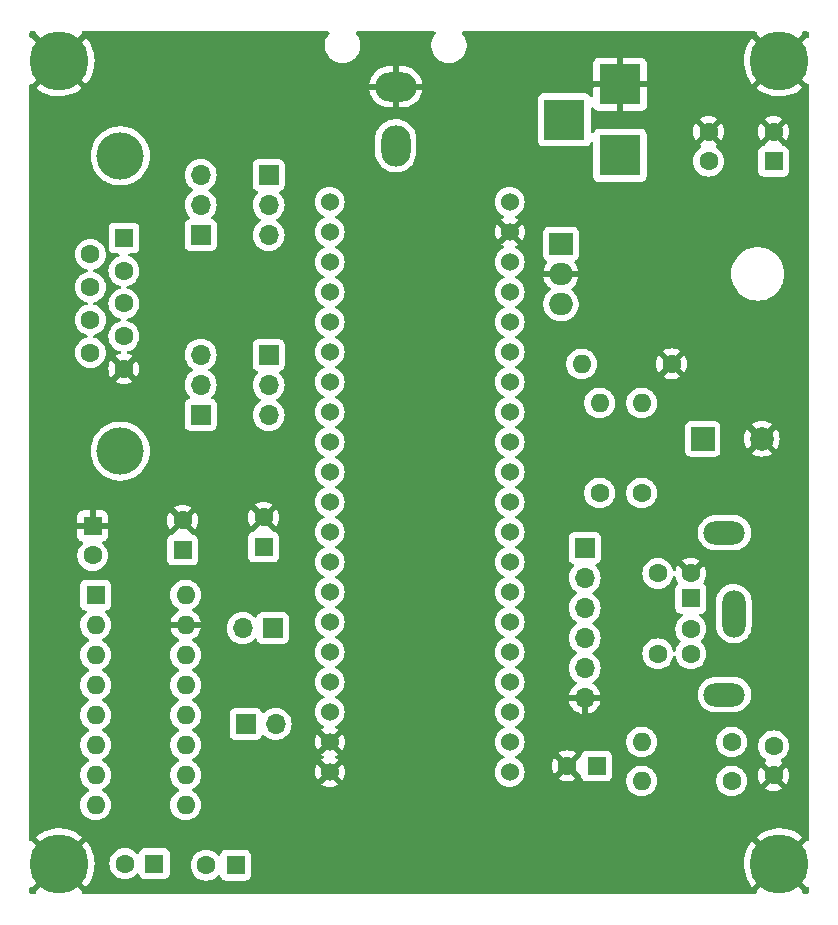
<source format=gbr>
%TF.GenerationSoftware,KiCad,Pcbnew,(6.0.2)*%
%TF.CreationDate,2022-10-05T14:19:39-05:00*%
%TF.ProjectId,OneChipTerminal,4f6e6543-6869-4705-9465-726d696e616c,rev?*%
%TF.SameCoordinates,Original*%
%TF.FileFunction,Copper,L1,Top*%
%TF.FilePolarity,Positive*%
%FSLAX46Y46*%
G04 Gerber Fmt 4.6, Leading zero omitted, Abs format (unit mm)*
G04 Created by KiCad (PCBNEW (6.0.2)) date 2022-10-05 14:19:39*
%MOMM*%
%LPD*%
G01*
G04 APERTURE LIST*
%TA.AperFunction,ComponentPad*%
%ADD10R,1.600000X1.600000*%
%TD*%
%TA.AperFunction,ComponentPad*%
%ADD11C,1.600000*%
%TD*%
%TA.AperFunction,ComponentPad*%
%ADD12R,2.000000X2.000000*%
%TD*%
%TA.AperFunction,ComponentPad*%
%ADD13C,2.000000*%
%TD*%
%TA.AperFunction,ComponentPad*%
%ADD14R,3.500000X3.500000*%
%TD*%
%TA.AperFunction,ComponentPad*%
%ADD15O,1.600000X1.600000*%
%TD*%
%TA.AperFunction,ComponentPad*%
%ADD16C,5.000000*%
%TD*%
%TA.AperFunction,ComponentPad*%
%ADD17R,2.000000X1.905000*%
%TD*%
%TA.AperFunction,ComponentPad*%
%ADD18O,2.000000X1.905000*%
%TD*%
%TA.AperFunction,ComponentPad*%
%ADD19R,1.700000X1.700000*%
%TD*%
%TA.AperFunction,ComponentPad*%
%ADD20O,1.700000X1.700000*%
%TD*%
%TA.AperFunction,ComponentPad*%
%ADD21O,3.500000X2.500000*%
%TD*%
%TA.AperFunction,ComponentPad*%
%ADD22O,2.500000X3.500000*%
%TD*%
%TA.AperFunction,ComponentPad*%
%ADD23O,2.000000X4.000000*%
%TD*%
%TA.AperFunction,ComponentPad*%
%ADD24O,3.500000X2.000000*%
%TD*%
%TA.AperFunction,ComponentPad*%
%ADD25C,1.524000*%
%TD*%
%TA.AperFunction,ComponentPad*%
%ADD26C,4.000000*%
%TD*%
G04 APERTURE END LIST*
D10*
%TO.P,C1,1*%
%TO.N,+5V*%
X160528000Y-123698000D03*
D11*
%TO.P,C1,2*%
%TO.N,GND*%
X158028000Y-123698000D03*
%TD*%
D10*
%TO.P,C8,1*%
%TO.N,Net-(C6-Pad1)*%
X175500000Y-72500000D03*
D11*
%TO.P,C8,2*%
%TO.N,GND*%
X175500000Y-70000000D03*
%TD*%
D12*
%TO.P,C11,1*%
%TO.N,+5V*%
X169500000Y-96000000D03*
D13*
%TO.P,C11,2*%
%TO.N,GND*%
X174500000Y-96000000D03*
%TD*%
D14*
%TO.P,J1,1*%
%TO.N,Net-(C6-Pad1)*%
X162500000Y-72000000D03*
%TO.P,J1,2*%
%TO.N,GND*%
X162500000Y-66000000D03*
%TO.P,J1,3*%
%TO.N,unconnected-(J1-Pad3)*%
X157800000Y-69000000D03*
%TD*%
D11*
%TO.P,R1,1*%
%TO.N,+5V*%
X171958000Y-124968000D03*
D15*
%TO.P,R1,2*%
%TO.N,PS2CLK*%
X164338000Y-124968000D03*
%TD*%
D11*
%TO.P,R2,1*%
%TO.N,+5V*%
X171958000Y-121666000D03*
D15*
%TO.P,R2,2*%
%TO.N,PS2DATA*%
X164338000Y-121666000D03*
%TD*%
D11*
%TO.P,R6,1*%
%TO.N,Net-(R6-Pad1)*%
X160782000Y-100584000D03*
D15*
%TO.P,R6,2*%
%TO.N,Net-(J2-Pad2)*%
X160782000Y-92964000D03*
%TD*%
D11*
%TO.P,R7,1*%
%TO.N,Net-(R7-Pad1)*%
X164338000Y-100584000D03*
D15*
%TO.P,R7,2*%
%TO.N,Net-(J2-Pad2)*%
X164338000Y-92964000D03*
%TD*%
D16*
%TO.P,J3,1,Pin_1*%
%TO.N,GND*%
X115000000Y-64000000D03*
%TD*%
%TO.P,J4,1,Pin_1*%
%TO.N,GND*%
X115000000Y-132000000D03*
%TD*%
%TO.P,J5,1,Pin_1*%
%TO.N,GND*%
X176000000Y-132000000D03*
%TD*%
%TO.P,J6,1,Pin_1*%
%TO.N,GND*%
X176000000Y-64000000D03*
%TD*%
D17*
%TO.P,U4,1,IN*%
%TO.N,Net-(C6-Pad1)*%
X157500000Y-79500000D03*
D18*
%TO.P,U4,2,GND*%
%TO.N,GND*%
X157500000Y-82040000D03*
%TO.P,U4,3,OUT*%
%TO.N,+5V*%
X157500000Y-84580000D03*
%TD*%
D11*
%TO.P,C6,1*%
%TO.N,Net-(C6-Pad1)*%
X170000000Y-72500000D03*
%TO.P,C6,2*%
%TO.N,GND*%
X170000000Y-70000000D03*
%TD*%
%TO.P,R9,1*%
%TO.N,GND*%
X166878000Y-89662000D03*
D15*
%TO.P,R9,2*%
%TO.N,Net-(J2-Pad2)*%
X159258000Y-89662000D03*
%TD*%
D11*
%TO.P,C10,1*%
%TO.N,+5V*%
X175500000Y-122000000D03*
%TO.P,C10,2*%
%TO.N,GND*%
X175500000Y-124500000D03*
%TD*%
D19*
%TO.P,J8,1,Pin_1*%
%TO.N,+5V*%
X159512000Y-105240000D03*
D20*
%TO.P,J8,2,Pin_2*%
%TO.N,RX1*%
X159512000Y-107780000D03*
%TO.P,J8,3,Pin_3*%
%TO.N,TX1*%
X159512000Y-110320000D03*
%TO.P,J8,4,Pin_4*%
%TO.N,CTS*%
X159512000Y-112860000D03*
%TO.P,J8,5,Pin_5*%
%TO.N,RTS*%
X159512000Y-115400000D03*
%TO.P,J8,6,Pin_6*%
%TO.N,GND*%
X159512000Y-117940000D03*
%TD*%
D21*
%TO.P,J2,1,SHIELD*%
%TO.N,GND*%
X143520000Y-66185000D03*
D22*
%TO.P,J2,2,PIN*%
%TO.N,Net-(J2-Pad2)*%
X143520000Y-71185000D03*
%TD*%
D10*
%TO.P,P1,1,1*%
%TO.N,PS2DATA*%
X168500000Y-109500000D03*
D11*
%TO.P,P1,2,2*%
%TO.N,unconnected-(P1-Pad2)*%
X168500000Y-112100000D03*
%TO.P,P1,3,3*%
%TO.N,GND*%
X168500000Y-107400000D03*
%TO.P,P1,4,4*%
%TO.N,+5V*%
X168500000Y-114200000D03*
%TO.P,P1,5,5*%
%TO.N,PS2CLK*%
X165700000Y-107400000D03*
%TO.P,P1,6*%
%TO.N,unconnected-(P1-Pad6)*%
X165700000Y-114200000D03*
D23*
%TO.P,P1,7,Shell*%
%TO.N,unconnected-(P1-Pad7)*%
X172150000Y-110800000D03*
D24*
X171350000Y-117650000D03*
X171350000Y-103950000D03*
%TD*%
D25*
%TO.P,UB1,1,Vbat*%
%TO.N,unconnected-(UB1-Pad1)*%
X137922000Y-75946000D03*
%TO.P,UB1,2,PC13_5V_LED*%
%TO.N,unconnected-(UB1-Pad2)*%
X137922000Y-78486000D03*
%TO.P,UB1,3,PC14_5V_OSC32IN*%
%TO.N,unconnected-(UB1-Pad3)*%
X137922000Y-81026000D03*
%TO.P,UB1,4,PC15_5V_OSC32OUT*%
%TO.N,unconnected-(UB1-Pad4)*%
X137922000Y-83566000D03*
%TO.P,UB1,7,NRST_RESET*%
%TO.N,unconnected-(UB1-Pad7)*%
X137922000Y-116586000D03*
%TO.P,UB1,10,PA0_ADC0_CTS2_T2C1E_WKUP*%
%TO.N,unconnected-(UB1-Pad10)*%
X137922000Y-86106000D03*
%TO.P,UB1,11,PA1_ADC1_RTS2_T2C2*%
%TO.N,Net-(R6-Pad1)*%
X137922000Y-88646000D03*
%TO.P,UB1,12,PA2_ADC2_TX2_T2C3*%
%TO.N,unconnected-(UB1-Pad12)*%
X137922000Y-91186000D03*
%TO.P,UB1,13,PA3_ADC3_RX2_T2C4*%
%TO.N,unconnected-(UB1-Pad13)*%
X137922000Y-93726000D03*
%TO.P,UB1,14,PA4_ADC4_NSS1_CK2*%
%TO.N,unconnected-(UB1-Pad14)*%
X137922000Y-96266000D03*
%TO.P,UB1,15,PA5_ADC5_SCK1*%
%TO.N,unconnected-(UB1-Pad15)*%
X137922000Y-98806000D03*
%TO.P,UB1,16,PA6_ADC6_MISO1_T3C1_T1BKIN*%
%TO.N,unconnected-(UB1-Pad16)*%
X137922000Y-101346000D03*
%TO.P,UB1,17,PA7_ADC7_MOSI1_T3C2_T1C1N*%
%TO.N,Net-(R7-Pad1)*%
X137922000Y-103886000D03*
%TO.P,UB1,18,PB0_ADC8_T3C3_T1C2N*%
%TO.N,unconnected-(UB1-Pad18)*%
X137922000Y-106426000D03*
%TO.P,UB1,19,PB1_ADC9_T3C4_T1C3N*%
%TO.N,unconnected-(UB1-Pad19)*%
X137922000Y-108966000D03*
%TO.P,UB1,21,PB10_SCL2_TX3_T2C3N_5V*%
%TO.N,unconnected-(UB1-Pad21)*%
X137922000Y-111506000D03*
%TO.P,UB1,22,PB11_SDA2_RX3_T2C4N_5V*%
%TO.N,unconnected-(UB1-Pad22)*%
X137922000Y-114046000D03*
%TO.P,UB1,25,PB12_SMBAI2_NSS2_T1BKIN_CK3_5V*%
%TO.N,RTS*%
X153162000Y-124206000D03*
%TO.P,UB1,26,PB13_SCK2_T1C1N_CTS3_5V*%
%TO.N,SCKCARD*%
X153162000Y-121666000D03*
%TO.P,UB1,27,PB14_MISO2_T1C2N_RTS3_5V*%
%TO.N,MISOCARD*%
X153162000Y-119126000D03*
%TO.P,UB1,28,PB15_MOSI2_T1C3N_5V*%
%TO.N,MOSICARD*%
X153162000Y-116586000D03*
%TO.P,UB1,29,PA8_CK1_T1C1_MCO_5V*%
%TO.N,CTS*%
X153162000Y-114046000D03*
%TO.P,UB1,30,PA9_TX1_T1C2_5V*%
%TO.N,TX1*%
X153162000Y-111506000D03*
%TO.P,UB1,31,PA10_RX1_T1C3_5V*%
%TO.N,RX1*%
X153162000Y-108966000D03*
%TO.P,UB1,32,PA11_USBM_CTS1_T1C4_CANRX_5V*%
%TO.N,unconnected-(UB1-Pad32)*%
X153162000Y-106426000D03*
%TO.P,UB1,33,PA12_USBP_RTS1_T1ETR_CANTX_5V*%
%TO.N,unconnected-(UB1-Pad33)*%
X153162000Y-103886000D03*
%TO.P,UB1,38,PA15_JTDI_NSS1_T2C1E_5V*%
%TO.N,unconnected-(UB1-Pad38)*%
X153162000Y-101346000D03*
%TO.P,UB1,39,PB3_JTDO_SCK1_T2C2_5V*%
%TO.N,unconnected-(UB1-Pad39)*%
X153162000Y-98806000D03*
%TO.P,UB1,40,PB4_JTRST_MISO1_T3C1_5V*%
%TO.N,PS2CLK*%
X153162000Y-96266000D03*
%TO.P,UB1,41,PB5_SMBAI1_MOSI1_T2C2*%
%TO.N,PS2DATA*%
X153162000Y-93726000D03*
%TO.P,UB1,42,PB6_SCL1_T4C1_TX1_5V*%
%TO.N,unconnected-(UB1-Pad42)*%
X153162000Y-91186000D03*
%TO.P,UB1,43,PB7_SDA1_T4C2_RX1_5V*%
%TO.N,unconnected-(UB1-Pad43)*%
X153162000Y-88646000D03*
%TO.P,UB1,45,PB8_T4C3_SCL1_CANRX_5V*%
%TO.N,unconnected-(UB1-Pad45)*%
X153162000Y-86106000D03*
%TO.P,UB1,46,PB9_T4C4_SDA1_CANTX_5V*%
%TO.N,unconnected-(UB1-Pad46)*%
X153162000Y-83566000D03*
%TO.P,UB1,70,+3.3V*%
%TO.N,+3V3*%
X137922000Y-119126000D03*
%TO.P,UB1,71,GND*%
%TO.N,GND*%
X137922000Y-121666000D03*
%TO.P,UB1,72,GND*%
X137922000Y-124206000D03*
%TO.P,UB1,73,+3.3V*%
%TO.N,unconnected-(UB1-Pad73)*%
X153162000Y-75946000D03*
%TO.P,UB1,74,GND*%
%TO.N,GND*%
X153162000Y-78486000D03*
%TO.P,UB1,75,+5V*%
%TO.N,+5V*%
X153162000Y-81026000D03*
%TD*%
D10*
%TO.P,C7,1*%
%TO.N,Net-(C7-Pad1)*%
X125476000Y-105410000D03*
D11*
%TO.P,C7,2*%
%TO.N,GND*%
X125476000Y-102910000D03*
%TD*%
D19*
%TO.P,JP4,1,A*%
%TO.N,RTSP*%
X132750000Y-88900000D03*
D20*
%TO.P,JP4,2,C*%
%TO.N,Net-(JP4-Pad2)*%
X132750000Y-91440000D03*
%TO.P,JP4,3,B*%
%TO.N,CTSP*%
X132750000Y-93980000D03*
%TD*%
D10*
%TO.P,C3,1*%
%TO.N,+5V*%
X132334000Y-105156000D03*
D11*
%TO.P,C3,2*%
%TO.N,GND*%
X132334000Y-102656000D03*
%TD*%
D10*
%TO.P,C2,1*%
%TO.N,Net-(C2-Pad1)*%
X129965113Y-132100000D03*
D11*
%TO.P,C2,2*%
%TO.N,Net-(C2-Pad2)*%
X127465113Y-132100000D03*
%TD*%
D19*
%TO.P,JP5,1,A*%
%TO.N,RX1*%
X133096000Y-112014000D03*
D20*
%TO.P,JP5,2,B*%
%TO.N,Net-(JP5-Pad2)*%
X130556000Y-112014000D03*
%TD*%
D19*
%TO.P,JP1,1,A*%
%TO.N,CTSP*%
X127000000Y-93965000D03*
D20*
%TO.P,JP1,2,C*%
%TO.N,Net-(JP1-Pad2)*%
X127000000Y-91425000D03*
%TO.P,JP1,3,B*%
%TO.N,RTSP*%
X127000000Y-88885000D03*
%TD*%
D19*
%TO.P,JP6,1,A*%
%TO.N,Net-(JP6-Pad1)*%
X130810000Y-120142000D03*
D20*
%TO.P,JP6,2,B*%
%TO.N,CTS*%
X133350000Y-120142000D03*
%TD*%
D19*
%TO.P,JP3,1,A*%
%TO.N,TXDP*%
X127000000Y-78740000D03*
D20*
%TO.P,JP3,2,C*%
%TO.N,Net-(JP3-Pad2)*%
X127000000Y-76200000D03*
%TO.P,JP3,3,B*%
%TO.N,RXDP*%
X127000000Y-73660000D03*
%TD*%
D19*
%TO.P,JP2,1,A*%
%TO.N,RXDP*%
X132750000Y-73660000D03*
D20*
%TO.P,JP2,2,C*%
%TO.N,Net-(JP2-Pad2)*%
X132750000Y-76200000D03*
%TO.P,JP2,3,B*%
%TO.N,TXDP*%
X132750000Y-78740000D03*
%TD*%
D26*
%TO.P,J7,0*%
%TO.N,N/C*%
X120200000Y-97040000D03*
X120200000Y-72040000D03*
D10*
%TO.P,J7,1,1*%
%TO.N,unconnected-(J7-Pad1)*%
X120500000Y-79000000D03*
D11*
%TO.P,J7,2,2*%
%TO.N,RXDP*%
X120500000Y-81770000D03*
%TO.P,J7,3,3*%
%TO.N,TXDP*%
X120500000Y-84540000D03*
%TO.P,J7,4,4*%
%TO.N,unconnected-(J7-Pad4)*%
X120500000Y-87310000D03*
%TO.P,J7,5,5*%
%TO.N,GND*%
X120500000Y-90080000D03*
%TO.P,J7,6,6*%
%TO.N,unconnected-(J7-Pad6)*%
X117660000Y-80385000D03*
%TO.P,J7,7,7*%
%TO.N,RTSP*%
X117660000Y-83155000D03*
%TO.P,J7,8,8*%
%TO.N,CTSP*%
X117660000Y-85925000D03*
%TO.P,J7,9,9*%
%TO.N,unconnected-(J7-Pad9)*%
X117660000Y-88695000D03*
%TD*%
D10*
%TO.P,C4,1*%
%TO.N,Net-(C4-Pad1)*%
X123075113Y-131970000D03*
D11*
%TO.P,C4,2*%
%TO.N,Net-(C4-Pad2)*%
X120575113Y-131970000D03*
%TD*%
D10*
%TO.P,C5,1*%
%TO.N,GND*%
X117856000Y-103378000D03*
D11*
%TO.P,C5,2*%
%TO.N,Net-(C5-Pad2)*%
X117856000Y-105878000D03*
%TD*%
D10*
%TO.P,U1,1,C1+*%
%TO.N,Net-(C2-Pad1)*%
X118110000Y-109220000D03*
D15*
%TO.P,U1,2,VS+*%
%TO.N,Net-(C7-Pad1)*%
X118110000Y-111760000D03*
%TO.P,U1,3,C1-*%
%TO.N,Net-(C2-Pad2)*%
X118110000Y-114300000D03*
%TO.P,U1,4,C2+*%
%TO.N,Net-(C4-Pad1)*%
X118110000Y-116840000D03*
%TO.P,U1,5,C2-*%
%TO.N,Net-(C4-Pad2)*%
X118110000Y-119380000D03*
%TO.P,U1,6,VS-*%
%TO.N,Net-(C5-Pad2)*%
X118110000Y-121920000D03*
%TO.P,U1,7,T2OUT*%
%TO.N,Net-(JP4-Pad2)*%
X118110000Y-124460000D03*
%TO.P,U1,8,R2IN*%
%TO.N,Net-(JP1-Pad2)*%
X118110000Y-127000000D03*
%TO.P,U1,9,R2OUT*%
%TO.N,Net-(JP6-Pad1)*%
X125730000Y-127000000D03*
%TO.P,U1,10,T2IN*%
%TO.N,RTS*%
X125730000Y-124460000D03*
%TO.P,U1,11,T1IN*%
%TO.N,TX1*%
X125730000Y-121920000D03*
%TO.P,U1,12,R1OUT*%
%TO.N,Net-(JP5-Pad2)*%
X125730000Y-119380000D03*
%TO.P,U1,13,R1IN*%
%TO.N,Net-(JP2-Pad2)*%
X125730000Y-116840000D03*
%TO.P,U1,14,T1OUT*%
%TO.N,Net-(JP3-Pad2)*%
X125730000Y-114300000D03*
%TO.P,U1,15,GND*%
%TO.N,GND*%
X125730000Y-111760000D03*
%TO.P,U1,16,VCC*%
%TO.N,+5V*%
X125730000Y-109220000D03*
%TD*%
%TA.AperFunction,Conductor*%
%TO.N,GND*%
G36*
X113031979Y-61520002D02*
G01*
X113078472Y-61573658D01*
X113088576Y-61643932D01*
X113067151Y-61698156D01*
X113065131Y-61701047D01*
X113071527Y-61712316D01*
X114987190Y-63627980D01*
X115001131Y-63635592D01*
X115002966Y-63635461D01*
X115009580Y-63631210D01*
X116927074Y-61713716D01*
X116934466Y-61700179D01*
X116933101Y-61698228D01*
X116910441Y-61630945D01*
X116927754Y-61562092D01*
X116979544Y-61513529D01*
X117036344Y-61500000D01*
X137783680Y-61500000D01*
X137851801Y-61520002D01*
X137898294Y-61573658D01*
X137908398Y-61643932D01*
X137882562Y-61704092D01*
X137769119Y-61847736D01*
X137769116Y-61847741D01*
X137765918Y-61851790D01*
X137763425Y-61856306D01*
X137763423Y-61856309D01*
X137649398Y-62062866D01*
X137646673Y-62067802D01*
X137644949Y-62072671D01*
X137644947Y-62072675D01*
X137566035Y-62295515D01*
X137564309Y-62300390D01*
X137563402Y-62305483D01*
X137563401Y-62305486D01*
X137553319Y-62362089D01*
X137521039Y-62543306D01*
X137518025Y-62790028D01*
X137555347Y-63033930D01*
X137632003Y-63268460D01*
X137745935Y-63487321D01*
X137749038Y-63491454D01*
X137749040Y-63491457D01*
X137890978Y-63680501D01*
X137894083Y-63684636D01*
X138072468Y-63855104D01*
X138076740Y-63858018D01*
X138076741Y-63858019D01*
X138105893Y-63877905D01*
X138276300Y-63994149D01*
X138388202Y-64046092D01*
X138495409Y-64095856D01*
X138495413Y-64095857D01*
X138500104Y-64098035D01*
X138737871Y-64163974D01*
X138743008Y-64164523D01*
X138935957Y-64185144D01*
X138935965Y-64185144D01*
X138939292Y-64185500D01*
X139082554Y-64185500D01*
X139085127Y-64185288D01*
X139085138Y-64185288D01*
X139260760Y-64170849D01*
X139260766Y-64170848D01*
X139265911Y-64170425D01*
X139505217Y-64110316D01*
X139731493Y-64011928D01*
X139938661Y-63877905D01*
X139960516Y-63858019D01*
X139996536Y-63825243D01*
X140121158Y-63711846D01*
X140124357Y-63707795D01*
X140124361Y-63707791D01*
X140270881Y-63522264D01*
X140270884Y-63522259D01*
X140274082Y-63518210D01*
X140276577Y-63513691D01*
X140390830Y-63306722D01*
X140390832Y-63306718D01*
X140393327Y-63302198D01*
X140405275Y-63268460D01*
X140473965Y-63074485D01*
X140473966Y-63074481D01*
X140475691Y-63069610D01*
X140482957Y-63028818D01*
X140518055Y-62831783D01*
X140518056Y-62831777D01*
X140518961Y-62826694D01*
X140520953Y-62663608D01*
X140521912Y-62585142D01*
X140521912Y-62585140D01*
X140521975Y-62579972D01*
X140484653Y-62336070D01*
X140407997Y-62101540D01*
X140294065Y-61882679D01*
X140158147Y-61701653D01*
X140133241Y-61635168D01*
X140148233Y-61565773D01*
X140198364Y-61515499D01*
X140258907Y-61500000D01*
X146783680Y-61500000D01*
X146851801Y-61520002D01*
X146898294Y-61573658D01*
X146908398Y-61643932D01*
X146882562Y-61704092D01*
X146769119Y-61847736D01*
X146769116Y-61847741D01*
X146765918Y-61851790D01*
X146763425Y-61856306D01*
X146763423Y-61856309D01*
X146649398Y-62062866D01*
X146646673Y-62067802D01*
X146644949Y-62072671D01*
X146644947Y-62072675D01*
X146566035Y-62295515D01*
X146564309Y-62300390D01*
X146563402Y-62305483D01*
X146563401Y-62305486D01*
X146553319Y-62362089D01*
X146521039Y-62543306D01*
X146518025Y-62790028D01*
X146555347Y-63033930D01*
X146632003Y-63268460D01*
X146745935Y-63487321D01*
X146749038Y-63491454D01*
X146749040Y-63491457D01*
X146890978Y-63680501D01*
X146894083Y-63684636D01*
X147072468Y-63855104D01*
X147076740Y-63858018D01*
X147076741Y-63858019D01*
X147105893Y-63877905D01*
X147276300Y-63994149D01*
X147388202Y-64046092D01*
X147495409Y-64095856D01*
X147495413Y-64095857D01*
X147500104Y-64098035D01*
X147737871Y-64163974D01*
X147743008Y-64164523D01*
X147935957Y-64185144D01*
X147935965Y-64185144D01*
X147939292Y-64185500D01*
X148082554Y-64185500D01*
X148085127Y-64185288D01*
X148085138Y-64185288D01*
X148260760Y-64170849D01*
X148260766Y-64170848D01*
X148265911Y-64170425D01*
X148505217Y-64110316D01*
X148731493Y-64011928D01*
X148938661Y-63877905D01*
X148960516Y-63858019D01*
X148996536Y-63825243D01*
X149121158Y-63711846D01*
X149124357Y-63707795D01*
X149124361Y-63707791D01*
X149270881Y-63522264D01*
X149270884Y-63522259D01*
X149274082Y-63518210D01*
X149276577Y-63513691D01*
X149390830Y-63306722D01*
X149390832Y-63306718D01*
X149393327Y-63302198D01*
X149405275Y-63268460D01*
X149473965Y-63074485D01*
X149473966Y-63074481D01*
X149475691Y-63069610D01*
X149482957Y-63028818D01*
X149518055Y-62831783D01*
X149518056Y-62831777D01*
X149518961Y-62826694D01*
X149520953Y-62663608D01*
X149521912Y-62585142D01*
X149521912Y-62585140D01*
X149521975Y-62579972D01*
X149484653Y-62336070D01*
X149407997Y-62101540D01*
X149294065Y-61882679D01*
X149158147Y-61701653D01*
X149133241Y-61635168D01*
X149148233Y-61565773D01*
X149198364Y-61515499D01*
X149258907Y-61500000D01*
X173963858Y-61500000D01*
X174031979Y-61520002D01*
X174078472Y-61573658D01*
X174088576Y-61643932D01*
X174067151Y-61698156D01*
X174065131Y-61701047D01*
X174071527Y-61712316D01*
X175987190Y-63627980D01*
X176001131Y-63635592D01*
X176002966Y-63635461D01*
X176009580Y-63631210D01*
X177927074Y-61713716D01*
X177934466Y-61700179D01*
X177933101Y-61698228D01*
X177910441Y-61630945D01*
X177927754Y-61562092D01*
X177979544Y-61513529D01*
X178036344Y-61500000D01*
X178374000Y-61500000D01*
X178442121Y-61520002D01*
X178488614Y-61573658D01*
X178500000Y-61626000D01*
X178500000Y-61960170D01*
X178479998Y-62028291D01*
X178426342Y-62074784D01*
X178356068Y-62084888D01*
X178309603Y-62068471D01*
X178300177Y-62062866D01*
X178299570Y-62062887D01*
X178291092Y-62068119D01*
X176372020Y-63987190D01*
X176364408Y-64001131D01*
X176364539Y-64002966D01*
X176368790Y-64009580D01*
X178286268Y-65927057D01*
X178299622Y-65934349D01*
X178301228Y-65933213D01*
X178368391Y-65910198D01*
X178437335Y-65927148D01*
X178486170Y-65978680D01*
X178500000Y-66036073D01*
X178500000Y-129960170D01*
X178479998Y-130028291D01*
X178426342Y-130074784D01*
X178356068Y-130084888D01*
X178309603Y-130068471D01*
X178300177Y-130062866D01*
X178299570Y-130062887D01*
X178291092Y-130068119D01*
X176372020Y-131987190D01*
X176364408Y-132001131D01*
X176364539Y-132002966D01*
X176368790Y-132009580D01*
X178286268Y-133927057D01*
X178299622Y-133934349D01*
X178301228Y-133933213D01*
X178368391Y-133910198D01*
X178437335Y-133927148D01*
X178486170Y-133978680D01*
X178500000Y-134036073D01*
X178500000Y-134374000D01*
X178479998Y-134442121D01*
X178426342Y-134488614D01*
X178374000Y-134500000D01*
X178040828Y-134500000D01*
X177972707Y-134479998D01*
X177926214Y-134426342D01*
X177916110Y-134356068D01*
X177937935Y-134303272D01*
X177930537Y-134289748D01*
X176012810Y-132372020D01*
X175998869Y-132364408D01*
X175997034Y-132364539D01*
X175990420Y-132368790D01*
X174071474Y-134287737D01*
X174063860Y-134301681D01*
X174063878Y-134301933D01*
X174064870Y-134303400D01*
X174086472Y-134371030D01*
X174068081Y-134439603D01*
X174015536Y-134487348D01*
X173960507Y-134500000D01*
X117040828Y-134500000D01*
X116972707Y-134479998D01*
X116926214Y-134426342D01*
X116916110Y-134356068D01*
X116937935Y-134303272D01*
X116930537Y-134289748D01*
X115012810Y-132372020D01*
X114998869Y-132364408D01*
X114997034Y-132364539D01*
X114990420Y-132368790D01*
X113071474Y-134287737D01*
X113063860Y-134301681D01*
X113063878Y-134301933D01*
X113064870Y-134303400D01*
X113086472Y-134371030D01*
X113068081Y-134439603D01*
X113015536Y-134487348D01*
X112960507Y-134500000D01*
X112626000Y-134500000D01*
X112557879Y-134479998D01*
X112511386Y-134426342D01*
X112500000Y-134374000D01*
X112500000Y-134035913D01*
X112520002Y-133967792D01*
X112573658Y-133921299D01*
X112643932Y-133911195D01*
X112693768Y-133929689D01*
X112701917Y-133934888D01*
X112711769Y-133929020D01*
X114627980Y-132012810D01*
X114634357Y-132001131D01*
X115364408Y-132001131D01*
X115364539Y-132002966D01*
X115368790Y-132009580D01*
X117286268Y-133927057D01*
X117299622Y-133934349D01*
X117309594Y-133927295D01*
X117416641Y-133799267D01*
X117420957Y-133793456D01*
X117607432Y-133509575D01*
X117611046Y-133503313D01*
X117763658Y-133199882D01*
X117766530Y-133193244D01*
X117883249Y-132874293D01*
X117885345Y-132867351D01*
X117964631Y-132537103D01*
X117965915Y-132529964D01*
X118006816Y-132191973D01*
X118007240Y-132186403D01*
X118013010Y-132002797D01*
X118012937Y-131997204D01*
X118011368Y-131970000D01*
X119269645Y-131970000D01*
X119289478Y-132196692D01*
X119348374Y-132416496D01*
X119350696Y-132421476D01*
X119350697Y-132421478D01*
X119436233Y-132604908D01*
X119444545Y-132622734D01*
X119575066Y-132809139D01*
X119735974Y-132970047D01*
X119922379Y-133100568D01*
X119927357Y-133102889D01*
X119927360Y-133102891D01*
X120028398Y-133150006D01*
X120128617Y-133196739D01*
X120133925Y-133198161D01*
X120133927Y-133198162D01*
X120343106Y-133254211D01*
X120343108Y-133254211D01*
X120348421Y-133255635D01*
X120575113Y-133275468D01*
X120801805Y-133255635D01*
X120807118Y-133254211D01*
X120807120Y-133254211D01*
X121016299Y-133198162D01*
X121016301Y-133198161D01*
X121021609Y-133196739D01*
X121121828Y-133150006D01*
X121222866Y-133102891D01*
X121222869Y-133102889D01*
X121227847Y-133100568D01*
X121414252Y-132970047D01*
X121569652Y-132814647D01*
X121631964Y-132780621D01*
X121702779Y-132785686D01*
X121759615Y-132828233D01*
X121780678Y-132873208D01*
X121781262Y-132878580D01*
X121831587Y-133012824D01*
X121836967Y-133020003D01*
X121836969Y-133020006D01*
X121894038Y-133096152D01*
X121917567Y-133127546D01*
X121924748Y-133132928D01*
X122025107Y-133208144D01*
X122025110Y-133208146D01*
X122032289Y-133213526D01*
X122121674Y-133247034D01*
X122159138Y-133261079D01*
X122159140Y-133261079D01*
X122166533Y-133263851D01*
X122174383Y-133264704D01*
X122174384Y-133264704D01*
X122224330Y-133270130D01*
X122227736Y-133270500D01*
X123074989Y-133270500D01*
X123922489Y-133270499D01*
X123925883Y-133270130D01*
X123925889Y-133270130D01*
X123975835Y-133264705D01*
X123975839Y-133264704D01*
X123983693Y-133263851D01*
X124117937Y-133213526D01*
X124125116Y-133208146D01*
X124125119Y-133208144D01*
X124225478Y-133132928D01*
X124232659Y-133127546D01*
X124256188Y-133096152D01*
X124313257Y-133020006D01*
X124313259Y-133020003D01*
X124318639Y-133012824D01*
X124368964Y-132878580D01*
X124375613Y-132817377D01*
X124375613Y-132100000D01*
X126159645Y-132100000D01*
X126179478Y-132326692D01*
X126180902Y-132332005D01*
X126180902Y-132332007D01*
X126191624Y-132372020D01*
X126238374Y-132546496D01*
X126240696Y-132551476D01*
X126240697Y-132551478D01*
X126273925Y-132622734D01*
X126334545Y-132752734D01*
X126465066Y-132939139D01*
X126625974Y-133100047D01*
X126812379Y-133230568D01*
X126817357Y-133232889D01*
X126817360Y-133232891D01*
X127013635Y-133324416D01*
X127018617Y-133326739D01*
X127023925Y-133328161D01*
X127023927Y-133328162D01*
X127233106Y-133384211D01*
X127233108Y-133384211D01*
X127238421Y-133385635D01*
X127465113Y-133405468D01*
X127691805Y-133385635D01*
X127697118Y-133384211D01*
X127697120Y-133384211D01*
X127906299Y-133328162D01*
X127906301Y-133328161D01*
X127911609Y-133326739D01*
X127916591Y-133324416D01*
X128112866Y-133232891D01*
X128112869Y-133232889D01*
X128117847Y-133230568D01*
X128304252Y-133100047D01*
X128459652Y-132944647D01*
X128521964Y-132910621D01*
X128592779Y-132915686D01*
X128649615Y-132958233D01*
X128670678Y-133003208D01*
X128671262Y-133008580D01*
X128721587Y-133142824D01*
X128726967Y-133150003D01*
X128726969Y-133150006D01*
X128776936Y-133216676D01*
X128807567Y-133257546D01*
X128814748Y-133262928D01*
X128915107Y-133338144D01*
X128915110Y-133338146D01*
X128922289Y-133343526D01*
X129011674Y-133377034D01*
X129049138Y-133391079D01*
X129049140Y-133391079D01*
X129056533Y-133393851D01*
X129064383Y-133394704D01*
X129064384Y-133394704D01*
X129114330Y-133400130D01*
X129117736Y-133400500D01*
X129964989Y-133400500D01*
X130812489Y-133400499D01*
X130815883Y-133400130D01*
X130815889Y-133400130D01*
X130865835Y-133394705D01*
X130865839Y-133394704D01*
X130873693Y-133393851D01*
X131007937Y-133343526D01*
X131015116Y-133338146D01*
X131015119Y-133338144D01*
X131115478Y-133262928D01*
X131122659Y-133257546D01*
X131153290Y-133216676D01*
X131203257Y-133150006D01*
X131203259Y-133150003D01*
X131208639Y-133142824D01*
X131258964Y-133008580D01*
X131265613Y-132947377D01*
X131265612Y-131908987D01*
X172988484Y-131908987D01*
X172997374Y-132248505D01*
X172997980Y-132255721D01*
X173045835Y-132591963D01*
X173047269Y-132599074D01*
X173133455Y-132927595D01*
X173135692Y-132934478D01*
X173259064Y-133250914D01*
X173262081Y-133257503D01*
X173421002Y-133557652D01*
X173424761Y-133563860D01*
X173617129Y-133843757D01*
X173621574Y-133849486D01*
X173688743Y-133926484D01*
X173701917Y-133934888D01*
X173711769Y-133929020D01*
X175627980Y-132012810D01*
X175635592Y-131998869D01*
X175635461Y-131997034D01*
X175631210Y-131990420D01*
X173712374Y-130071585D01*
X173699581Y-130064599D01*
X173688827Y-130072464D01*
X173528037Y-130277527D01*
X173523902Y-130283476D01*
X173346440Y-130573068D01*
X173343019Y-130579447D01*
X173200016Y-130887522D01*
X173197356Y-130894241D01*
X173090711Y-131216707D01*
X173088834Y-131223711D01*
X173019961Y-131556288D01*
X173018904Y-131563449D01*
X172988712Y-131901735D01*
X172988484Y-131908987D01*
X131265612Y-131908987D01*
X131265612Y-131252624D01*
X131265243Y-131249224D01*
X131259818Y-131199278D01*
X131259817Y-131199274D01*
X131258964Y-131191420D01*
X131208639Y-131057176D01*
X131203259Y-131049997D01*
X131203257Y-131049994D01*
X131128041Y-130949635D01*
X131122659Y-130942454D01*
X131092691Y-130919994D01*
X131015119Y-130861856D01*
X131015116Y-130861854D01*
X131007937Y-130856474D01*
X130918552Y-130822966D01*
X130881088Y-130808921D01*
X130881086Y-130808921D01*
X130873693Y-130806149D01*
X130865843Y-130805296D01*
X130865842Y-130805296D01*
X130815887Y-130799869D01*
X130815886Y-130799869D01*
X130812490Y-130799500D01*
X129965237Y-130799500D01*
X129117737Y-130799501D01*
X129114343Y-130799870D01*
X129114337Y-130799870D01*
X129064391Y-130805295D01*
X129064387Y-130805296D01*
X129056533Y-130806149D01*
X128922289Y-130856474D01*
X128915110Y-130861854D01*
X128915107Y-130861856D01*
X128837535Y-130919994D01*
X128807567Y-130942454D01*
X128802185Y-130949635D01*
X128726969Y-131049994D01*
X128726967Y-131049997D01*
X128721587Y-131057176D01*
X128671262Y-131191420D01*
X128670712Y-131196487D01*
X128636108Y-131257053D01*
X128573152Y-131289871D01*
X128502447Y-131283442D01*
X128459651Y-131255352D01*
X128304252Y-131099953D01*
X128117847Y-130969432D01*
X128112869Y-130967111D01*
X128112866Y-130967109D01*
X127916591Y-130875584D01*
X127916589Y-130875583D01*
X127911609Y-130873261D01*
X127906301Y-130871839D01*
X127906299Y-130871838D01*
X127697120Y-130815789D01*
X127697118Y-130815789D01*
X127691805Y-130814365D01*
X127465113Y-130794532D01*
X127238421Y-130814365D01*
X127233108Y-130815789D01*
X127233106Y-130815789D01*
X127023927Y-130871838D01*
X127023925Y-130871839D01*
X127018617Y-130873261D01*
X127013637Y-130875583D01*
X127013635Y-130875584D01*
X126817360Y-130967109D01*
X126817357Y-130967111D01*
X126812379Y-130969432D01*
X126625974Y-131099953D01*
X126465066Y-131260861D01*
X126334545Y-131447266D01*
X126332224Y-131452244D01*
X126332222Y-131452247D01*
X126240697Y-131648522D01*
X126238374Y-131653504D01*
X126179478Y-131873308D01*
X126159645Y-132100000D01*
X124375613Y-132100000D01*
X124375612Y-131122624D01*
X124373573Y-131103848D01*
X124369818Y-131069278D01*
X124369817Y-131069274D01*
X124368964Y-131061420D01*
X124318639Y-130927176D01*
X124313259Y-130919997D01*
X124313257Y-130919994D01*
X124238041Y-130819635D01*
X124232659Y-130812454D01*
X124223107Y-130805295D01*
X124125119Y-130731856D01*
X124125116Y-130731854D01*
X124117937Y-130726474D01*
X124004332Y-130683886D01*
X123991088Y-130678921D01*
X123991086Y-130678921D01*
X123983693Y-130676149D01*
X123975843Y-130675296D01*
X123975842Y-130675296D01*
X123925887Y-130669869D01*
X123925886Y-130669869D01*
X123922490Y-130669500D01*
X123075237Y-130669500D01*
X122227737Y-130669501D01*
X122224343Y-130669870D01*
X122224337Y-130669870D01*
X122174391Y-130675295D01*
X122174387Y-130675296D01*
X122166533Y-130676149D01*
X122032289Y-130726474D01*
X122025110Y-130731854D01*
X122025107Y-130731856D01*
X121927119Y-130805295D01*
X121917567Y-130812454D01*
X121912185Y-130819635D01*
X121836969Y-130919994D01*
X121836967Y-130919997D01*
X121831587Y-130927176D01*
X121781262Y-131061420D01*
X121780712Y-131066487D01*
X121746108Y-131127053D01*
X121683152Y-131159871D01*
X121612447Y-131153442D01*
X121569651Y-131125352D01*
X121414252Y-130969953D01*
X121227847Y-130839432D01*
X121222869Y-130837111D01*
X121222866Y-130837109D01*
X121026591Y-130745584D01*
X121026589Y-130745583D01*
X121021609Y-130743261D01*
X121016301Y-130741839D01*
X121016299Y-130741838D01*
X120807120Y-130685789D01*
X120807118Y-130685789D01*
X120801805Y-130684365D01*
X120575113Y-130664532D01*
X120348421Y-130684365D01*
X120343108Y-130685789D01*
X120343106Y-130685789D01*
X120133927Y-130741838D01*
X120133925Y-130741839D01*
X120128617Y-130743261D01*
X120123637Y-130745583D01*
X120123635Y-130745584D01*
X119927360Y-130837109D01*
X119927357Y-130837111D01*
X119922379Y-130839432D01*
X119735974Y-130969953D01*
X119575066Y-131130861D01*
X119444545Y-131317266D01*
X119442224Y-131322244D01*
X119442222Y-131322247D01*
X119350697Y-131518522D01*
X119348374Y-131523504D01*
X119346952Y-131528812D01*
X119346951Y-131528814D01*
X119337671Y-131563449D01*
X119289478Y-131743308D01*
X119269645Y-131970000D01*
X118011368Y-131970000D01*
X117993338Y-131657303D01*
X117992506Y-131650113D01*
X117934113Y-131315529D01*
X117932458Y-131308474D01*
X117835998Y-130982834D01*
X117833540Y-130976006D01*
X117700290Y-130663608D01*
X117697073Y-130657125D01*
X117528788Y-130362089D01*
X117524856Y-130356034D01*
X117323774Y-130082295D01*
X117319166Y-130076726D01*
X117313830Y-130070984D01*
X117300178Y-130062866D01*
X117299570Y-130062887D01*
X117291092Y-130068119D01*
X115372020Y-131987190D01*
X115364408Y-132001131D01*
X114634357Y-132001131D01*
X114635592Y-131998869D01*
X114635461Y-131997034D01*
X114631210Y-131990420D01*
X112712374Y-130071585D01*
X112699256Y-130064421D01*
X112633585Y-130088083D01*
X112564384Y-130072219D01*
X112514745Y-130021459D01*
X112500000Y-129962312D01*
X112500000Y-129701048D01*
X113065132Y-129701048D01*
X113071527Y-129712316D01*
X114987190Y-131627980D01*
X115001131Y-131635592D01*
X115002966Y-131635461D01*
X115009580Y-131631210D01*
X116927074Y-129713716D01*
X116933991Y-129701048D01*
X174065132Y-129701048D01*
X174071527Y-129712316D01*
X175987190Y-131627980D01*
X176001131Y-131635592D01*
X176002966Y-131635461D01*
X176009580Y-131631210D01*
X177927074Y-129713716D01*
X177934466Y-129700179D01*
X177927679Y-129690479D01*
X177824476Y-129602335D01*
X177818704Y-129597953D01*
X177536796Y-129408519D01*
X177530575Y-129404839D01*
X177228757Y-129249060D01*
X177222146Y-129246116D01*
X176904439Y-129126065D01*
X176897513Y-129123894D01*
X176568112Y-129041155D01*
X176561005Y-129039799D01*
X176224278Y-128995468D01*
X176217036Y-128994937D01*
X175877467Y-128989602D01*
X175870205Y-128989906D01*
X175532256Y-129023638D01*
X175525108Y-129024770D01*
X175193263Y-129097124D01*
X175186285Y-129099072D01*
X174864960Y-129209086D01*
X174858253Y-129211823D01*
X174551707Y-129358039D01*
X174545349Y-129361534D01*
X174257654Y-129542005D01*
X174251731Y-129546214D01*
X174073601Y-129688923D01*
X174065132Y-129701048D01*
X116933991Y-129701048D01*
X116934466Y-129700179D01*
X116927679Y-129690479D01*
X116824476Y-129602335D01*
X116818704Y-129597953D01*
X116536796Y-129408519D01*
X116530575Y-129404839D01*
X116228757Y-129249060D01*
X116222146Y-129246116D01*
X115904439Y-129126065D01*
X115897513Y-129123894D01*
X115568112Y-129041155D01*
X115561005Y-129039799D01*
X115224278Y-128995468D01*
X115217036Y-128994937D01*
X114877467Y-128989602D01*
X114870205Y-128989906D01*
X114532256Y-129023638D01*
X114525108Y-129024770D01*
X114193263Y-129097124D01*
X114186285Y-129099072D01*
X113864960Y-129209086D01*
X113858253Y-129211823D01*
X113551707Y-129358039D01*
X113545349Y-129361534D01*
X113257654Y-129542005D01*
X113251731Y-129546214D01*
X113073601Y-129688923D01*
X113065132Y-129701048D01*
X112500000Y-129701048D01*
X112500000Y-127000000D01*
X116804532Y-127000000D01*
X116824365Y-127226692D01*
X116883261Y-127446496D01*
X116979432Y-127652734D01*
X117109953Y-127839139D01*
X117270861Y-128000047D01*
X117457266Y-128130568D01*
X117462244Y-128132889D01*
X117462247Y-128132891D01*
X117658522Y-128224416D01*
X117663504Y-128226739D01*
X117668812Y-128228161D01*
X117668814Y-128228162D01*
X117877993Y-128284211D01*
X117877995Y-128284211D01*
X117883308Y-128285635D01*
X118110000Y-128305468D01*
X118336692Y-128285635D01*
X118342005Y-128284211D01*
X118342007Y-128284211D01*
X118551186Y-128228162D01*
X118551188Y-128228161D01*
X118556496Y-128226739D01*
X118561478Y-128224416D01*
X118757753Y-128132891D01*
X118757756Y-128132889D01*
X118762734Y-128130568D01*
X118949139Y-128000047D01*
X119110047Y-127839139D01*
X119240568Y-127652734D01*
X119336739Y-127446496D01*
X119395635Y-127226692D01*
X119415468Y-127000000D01*
X124424532Y-127000000D01*
X124444365Y-127226692D01*
X124503261Y-127446496D01*
X124599432Y-127652734D01*
X124729953Y-127839139D01*
X124890861Y-128000047D01*
X125077266Y-128130568D01*
X125082244Y-128132889D01*
X125082247Y-128132891D01*
X125278522Y-128224416D01*
X125283504Y-128226739D01*
X125288812Y-128228161D01*
X125288814Y-128228162D01*
X125497993Y-128284211D01*
X125497995Y-128284211D01*
X125503308Y-128285635D01*
X125730000Y-128305468D01*
X125956692Y-128285635D01*
X125962005Y-128284211D01*
X125962007Y-128284211D01*
X126171186Y-128228162D01*
X126171188Y-128228161D01*
X126176496Y-128226739D01*
X126181478Y-128224416D01*
X126377753Y-128132891D01*
X126377756Y-128132889D01*
X126382734Y-128130568D01*
X126569139Y-128000047D01*
X126730047Y-127839139D01*
X126860568Y-127652734D01*
X126956739Y-127446496D01*
X127015635Y-127226692D01*
X127035468Y-127000000D01*
X127015635Y-126773308D01*
X126956739Y-126553504D01*
X126860568Y-126347266D01*
X126730047Y-126160861D01*
X126569139Y-125999953D01*
X126382734Y-125869432D01*
X126377756Y-125867111D01*
X126377753Y-125867109D01*
X126328613Y-125844195D01*
X126275328Y-125797278D01*
X126255867Y-125729000D01*
X126276409Y-125661041D01*
X126328613Y-125615805D01*
X126377753Y-125592891D01*
X126377756Y-125592889D01*
X126382734Y-125590568D01*
X126569139Y-125460047D01*
X126730047Y-125299139D01*
X126754107Y-125264777D01*
X137227777Y-125264777D01*
X137237074Y-125276793D01*
X137280069Y-125306898D01*
X137289555Y-125312376D01*
X137480993Y-125401645D01*
X137491285Y-125405391D01*
X137695309Y-125460059D01*
X137706104Y-125461962D01*
X137916525Y-125480372D01*
X137927475Y-125480372D01*
X138137896Y-125461962D01*
X138148691Y-125460059D01*
X138352715Y-125405391D01*
X138363007Y-125401645D01*
X138554445Y-125312376D01*
X138563931Y-125306898D01*
X138607764Y-125276207D01*
X138616139Y-125265729D01*
X138609071Y-125252281D01*
X137934812Y-124578022D01*
X137920868Y-124570408D01*
X137919035Y-124570539D01*
X137912420Y-124574790D01*
X137234207Y-125253003D01*
X137227777Y-125264777D01*
X126754107Y-125264777D01*
X126860568Y-125112734D01*
X126901706Y-125024515D01*
X126954416Y-124911478D01*
X126954417Y-124911476D01*
X126956739Y-124906496D01*
X126968017Y-124864408D01*
X127014211Y-124692007D01*
X127014211Y-124692005D01*
X127015635Y-124686692D01*
X127035468Y-124460000D01*
X127015635Y-124233308D01*
X127009785Y-124211475D01*
X136647628Y-124211475D01*
X136666038Y-124421896D01*
X136667941Y-124432691D01*
X136722609Y-124636715D01*
X136726355Y-124647007D01*
X136815623Y-124838441D01*
X136821103Y-124847932D01*
X136851794Y-124891765D01*
X136862271Y-124900140D01*
X136875718Y-124893072D01*
X137549978Y-124218812D01*
X137556356Y-124207132D01*
X138286408Y-124207132D01*
X138286539Y-124208965D01*
X138290790Y-124215580D01*
X138969003Y-124893793D01*
X138980777Y-124900223D01*
X138992793Y-124890926D01*
X139022897Y-124847932D01*
X139028377Y-124838441D01*
X139117645Y-124647007D01*
X139121391Y-124636715D01*
X139176059Y-124432691D01*
X139177962Y-124421896D01*
X139196372Y-124211475D01*
X139196372Y-124206000D01*
X151894677Y-124206000D01*
X151913930Y-124426068D01*
X151946809Y-124548774D01*
X151964282Y-124613981D01*
X151971106Y-124639450D01*
X151973428Y-124644431D01*
X151973429Y-124644432D01*
X152038983Y-124785012D01*
X152064466Y-124839661D01*
X152191174Y-125020620D01*
X152347380Y-125176826D01*
X152351888Y-125179983D01*
X152351891Y-125179985D01*
X152515617Y-125294627D01*
X152528338Y-125303534D01*
X152533320Y-125305857D01*
X152533325Y-125305860D01*
X152723568Y-125394571D01*
X152728550Y-125396894D01*
X152733858Y-125398316D01*
X152733860Y-125398317D01*
X152760261Y-125405391D01*
X152941932Y-125454070D01*
X153162000Y-125473323D01*
X153382068Y-125454070D01*
X153563739Y-125405391D01*
X153590140Y-125398317D01*
X153590142Y-125398316D01*
X153595450Y-125396894D01*
X153600432Y-125394571D01*
X153790675Y-125305860D01*
X153790680Y-125305857D01*
X153795662Y-125303534D01*
X153808383Y-125294627D01*
X153972109Y-125179985D01*
X153972112Y-125179983D01*
X153976620Y-125176826D01*
X154132826Y-125020620D01*
X154259534Y-124839661D01*
X154285018Y-124785012D01*
X154285461Y-124784062D01*
X157306493Y-124784062D01*
X157315789Y-124796077D01*
X157366994Y-124831931D01*
X157376489Y-124837414D01*
X157573947Y-124929490D01*
X157584239Y-124933236D01*
X157794688Y-124989625D01*
X157805481Y-124991528D01*
X158022525Y-125010517D01*
X158033475Y-125010517D01*
X158250519Y-124991528D01*
X158261312Y-124989625D01*
X158471761Y-124933236D01*
X158482053Y-124929490D01*
X158679511Y-124837414D01*
X158689006Y-124831931D01*
X158741048Y-124795491D01*
X158749424Y-124785012D01*
X158742356Y-124771566D01*
X158040812Y-124070022D01*
X158026868Y-124062408D01*
X158025035Y-124062539D01*
X158018420Y-124066790D01*
X157312923Y-124772287D01*
X157306493Y-124784062D01*
X154285461Y-124784062D01*
X154350571Y-124644432D01*
X154350572Y-124644431D01*
X154352894Y-124639450D01*
X154359719Y-124613981D01*
X154377191Y-124548774D01*
X154410070Y-124426068D01*
X154429323Y-124206000D01*
X154410070Y-123985932D01*
X154356403Y-123785644D01*
X154354317Y-123777860D01*
X154354316Y-123777858D01*
X154352894Y-123772550D01*
X154320684Y-123703475D01*
X156715483Y-123703475D01*
X156734472Y-123920519D01*
X156736375Y-123931312D01*
X156792764Y-124141761D01*
X156796510Y-124152053D01*
X156888586Y-124349511D01*
X156894069Y-124359006D01*
X156930509Y-124411048D01*
X156940988Y-124419424D01*
X156954434Y-124412356D01*
X157655978Y-123710812D01*
X157662356Y-123699132D01*
X158392408Y-123699132D01*
X158392539Y-123700965D01*
X158396790Y-123707580D01*
X159102287Y-124413077D01*
X159136975Y-124432019D01*
X159162035Y-124437471D01*
X159212235Y-124487675D01*
X159227461Y-124541239D01*
X159227501Y-124541976D01*
X159227501Y-124545376D01*
X159234149Y-124606580D01*
X159284474Y-124740824D01*
X159289854Y-124748003D01*
X159289856Y-124748006D01*
X159365072Y-124848365D01*
X159370454Y-124855546D01*
X159377635Y-124860928D01*
X159477994Y-124936144D01*
X159477997Y-124936146D01*
X159485176Y-124941526D01*
X159570401Y-124973475D01*
X159612025Y-124989079D01*
X159612027Y-124989079D01*
X159619420Y-124991851D01*
X159627270Y-124992704D01*
X159627271Y-124992704D01*
X159677217Y-124998130D01*
X159680623Y-124998500D01*
X160527876Y-124998500D01*
X161375376Y-124998499D01*
X161378770Y-124998130D01*
X161378776Y-124998130D01*
X161428722Y-124992705D01*
X161428726Y-124992704D01*
X161436580Y-124991851D01*
X161500204Y-124968000D01*
X163032532Y-124968000D01*
X163052365Y-125194692D01*
X163053789Y-125200005D01*
X163053789Y-125200007D01*
X163107818Y-125401645D01*
X163111261Y-125414496D01*
X163113583Y-125419476D01*
X163113584Y-125419478D01*
X163196594Y-125597491D01*
X163207432Y-125620734D01*
X163337953Y-125807139D01*
X163498861Y-125968047D01*
X163685266Y-126098568D01*
X163690244Y-126100889D01*
X163690247Y-126100891D01*
X163886522Y-126192416D01*
X163891504Y-126194739D01*
X163896812Y-126196161D01*
X163896814Y-126196162D01*
X164105993Y-126252211D01*
X164105995Y-126252211D01*
X164111308Y-126253635D01*
X164338000Y-126273468D01*
X164564692Y-126253635D01*
X164570005Y-126252211D01*
X164570007Y-126252211D01*
X164779186Y-126196162D01*
X164779188Y-126196161D01*
X164784496Y-126194739D01*
X164789478Y-126192416D01*
X164985753Y-126100891D01*
X164985756Y-126100889D01*
X164990734Y-126098568D01*
X165177139Y-125968047D01*
X165338047Y-125807139D01*
X165468568Y-125620734D01*
X165479407Y-125597491D01*
X165562416Y-125419478D01*
X165562417Y-125419476D01*
X165564739Y-125414496D01*
X165568183Y-125401645D01*
X165622211Y-125200007D01*
X165622211Y-125200005D01*
X165623635Y-125194692D01*
X165643468Y-124968000D01*
X170652532Y-124968000D01*
X170672365Y-125194692D01*
X170673789Y-125200005D01*
X170673789Y-125200007D01*
X170727818Y-125401645D01*
X170731261Y-125414496D01*
X170733583Y-125419476D01*
X170733584Y-125419478D01*
X170816594Y-125597491D01*
X170827432Y-125620734D01*
X170957953Y-125807139D01*
X171118861Y-125968047D01*
X171305266Y-126098568D01*
X171310244Y-126100889D01*
X171310247Y-126100891D01*
X171506522Y-126192416D01*
X171511504Y-126194739D01*
X171516812Y-126196161D01*
X171516814Y-126196162D01*
X171725993Y-126252211D01*
X171725995Y-126252211D01*
X171731308Y-126253635D01*
X171958000Y-126273468D01*
X172184692Y-126253635D01*
X172190005Y-126252211D01*
X172190007Y-126252211D01*
X172399186Y-126196162D01*
X172399188Y-126196161D01*
X172404496Y-126194739D01*
X172409478Y-126192416D01*
X172605753Y-126100891D01*
X172605756Y-126100889D01*
X172610734Y-126098568D01*
X172797139Y-125968047D01*
X172958047Y-125807139D01*
X173088568Y-125620734D01*
X173099407Y-125597491D01*
X173104736Y-125586062D01*
X174778493Y-125586062D01*
X174787789Y-125598077D01*
X174838994Y-125633931D01*
X174848489Y-125639414D01*
X175045947Y-125731490D01*
X175056239Y-125735236D01*
X175266688Y-125791625D01*
X175277481Y-125793528D01*
X175494525Y-125812517D01*
X175505475Y-125812517D01*
X175722519Y-125793528D01*
X175733312Y-125791625D01*
X175943761Y-125735236D01*
X175954053Y-125731490D01*
X176151511Y-125639414D01*
X176161006Y-125633931D01*
X176213048Y-125597491D01*
X176221424Y-125587012D01*
X176214356Y-125573566D01*
X175512812Y-124872022D01*
X175498868Y-124864408D01*
X175497035Y-124864539D01*
X175490420Y-124868790D01*
X174784923Y-125574287D01*
X174778493Y-125586062D01*
X173104736Y-125586062D01*
X173182416Y-125419478D01*
X173182417Y-125419476D01*
X173184739Y-125414496D01*
X173188183Y-125401645D01*
X173242211Y-125200007D01*
X173242211Y-125200005D01*
X173243635Y-125194692D01*
X173263468Y-124968000D01*
X173243635Y-124741308D01*
X173242211Y-124735993D01*
X173186162Y-124526814D01*
X173186161Y-124526812D01*
X173184739Y-124521504D01*
X173177265Y-124505475D01*
X174187483Y-124505475D01*
X174206472Y-124722519D01*
X174208375Y-124733312D01*
X174264764Y-124943761D01*
X174268510Y-124954053D01*
X174360586Y-125151511D01*
X174366069Y-125161006D01*
X174402509Y-125213048D01*
X174412988Y-125221424D01*
X174426434Y-125214356D01*
X175127978Y-124512812D01*
X175134356Y-124501132D01*
X175864408Y-124501132D01*
X175864539Y-124502965D01*
X175868790Y-124509580D01*
X176574287Y-125215077D01*
X176586062Y-125221507D01*
X176598077Y-125212211D01*
X176633931Y-125161006D01*
X176639414Y-125151511D01*
X176731490Y-124954053D01*
X176735236Y-124943761D01*
X176791625Y-124733312D01*
X176793528Y-124722519D01*
X176812517Y-124505475D01*
X176812517Y-124494525D01*
X176793528Y-124277481D01*
X176791625Y-124266688D01*
X176735236Y-124056239D01*
X176731490Y-124045947D01*
X176639414Y-123848489D01*
X176633931Y-123838994D01*
X176597491Y-123786952D01*
X176587012Y-123778576D01*
X176573566Y-123785644D01*
X175872022Y-124487188D01*
X175864408Y-124501132D01*
X175134356Y-124501132D01*
X175135592Y-124498868D01*
X175135461Y-124497035D01*
X175131210Y-124490420D01*
X174425713Y-123784923D01*
X174413938Y-123778493D01*
X174401923Y-123787789D01*
X174366069Y-123838994D01*
X174360586Y-123848489D01*
X174268510Y-124045947D01*
X174264764Y-124056239D01*
X174208375Y-124266688D01*
X174206472Y-124277481D01*
X174187483Y-124494525D01*
X174187483Y-124505475D01*
X173177265Y-124505475D01*
X173173329Y-124497035D01*
X173090891Y-124320247D01*
X173090889Y-124320244D01*
X173088568Y-124315266D01*
X172958047Y-124128861D01*
X172797139Y-123967953D01*
X172610734Y-123837432D01*
X172605756Y-123835111D01*
X172605753Y-123835109D01*
X172409478Y-123743584D01*
X172409476Y-123743583D01*
X172404496Y-123741261D01*
X172399188Y-123739839D01*
X172399186Y-123739838D01*
X172190007Y-123683789D01*
X172190005Y-123683789D01*
X172184692Y-123682365D01*
X171958000Y-123662532D01*
X171731308Y-123682365D01*
X171725995Y-123683789D01*
X171725993Y-123683789D01*
X171516814Y-123739838D01*
X171516812Y-123739839D01*
X171511504Y-123741261D01*
X171506524Y-123743583D01*
X171506522Y-123743584D01*
X171310247Y-123835109D01*
X171310244Y-123835111D01*
X171305266Y-123837432D01*
X171118861Y-123967953D01*
X170957953Y-124128861D01*
X170827432Y-124315266D01*
X170825111Y-124320244D01*
X170825109Y-124320247D01*
X170742671Y-124497035D01*
X170731261Y-124521504D01*
X170729839Y-124526812D01*
X170729838Y-124526814D01*
X170673789Y-124735993D01*
X170672365Y-124741308D01*
X170652532Y-124968000D01*
X165643468Y-124968000D01*
X165623635Y-124741308D01*
X165622211Y-124735993D01*
X165566162Y-124526814D01*
X165566161Y-124526812D01*
X165564739Y-124521504D01*
X165553329Y-124497035D01*
X165470891Y-124320247D01*
X165470889Y-124320244D01*
X165468568Y-124315266D01*
X165338047Y-124128861D01*
X165177139Y-123967953D01*
X164990734Y-123837432D01*
X164985756Y-123835111D01*
X164985753Y-123835109D01*
X164789478Y-123743584D01*
X164789476Y-123743583D01*
X164784496Y-123741261D01*
X164779188Y-123739839D01*
X164779186Y-123739838D01*
X164570007Y-123683789D01*
X164570005Y-123683789D01*
X164564692Y-123682365D01*
X164338000Y-123662532D01*
X164111308Y-123682365D01*
X164105995Y-123683789D01*
X164105993Y-123683789D01*
X163896814Y-123739838D01*
X163896812Y-123739839D01*
X163891504Y-123741261D01*
X163886524Y-123743583D01*
X163886522Y-123743584D01*
X163690247Y-123835109D01*
X163690244Y-123835111D01*
X163685266Y-123837432D01*
X163498861Y-123967953D01*
X163337953Y-124128861D01*
X163207432Y-124315266D01*
X163205111Y-124320244D01*
X163205109Y-124320247D01*
X163122671Y-124497035D01*
X163111261Y-124521504D01*
X163109839Y-124526812D01*
X163109838Y-124526814D01*
X163053789Y-124735993D01*
X163052365Y-124741308D01*
X163032532Y-124968000D01*
X161500204Y-124968000D01*
X161570824Y-124941526D01*
X161578003Y-124936146D01*
X161578006Y-124936144D01*
X161678365Y-124860928D01*
X161685546Y-124855546D01*
X161690928Y-124848365D01*
X161766144Y-124748006D01*
X161766146Y-124748003D01*
X161771526Y-124740824D01*
X161821851Y-124606580D01*
X161824954Y-124578022D01*
X161828131Y-124548774D01*
X161828132Y-124548760D01*
X161828500Y-124545377D01*
X161828499Y-122850624D01*
X161827675Y-122843034D01*
X161822705Y-122797278D01*
X161822704Y-122797274D01*
X161821851Y-122789420D01*
X161771526Y-122655176D01*
X161766146Y-122647997D01*
X161766144Y-122647994D01*
X161690928Y-122547635D01*
X161685546Y-122540454D01*
X161638426Y-122505139D01*
X161578006Y-122459856D01*
X161578003Y-122459854D01*
X161570824Y-122454474D01*
X161481439Y-122420966D01*
X161443975Y-122406921D01*
X161443973Y-122406921D01*
X161436580Y-122404149D01*
X161428730Y-122403296D01*
X161428729Y-122403296D01*
X161378774Y-122397869D01*
X161378773Y-122397869D01*
X161375377Y-122397500D01*
X160528124Y-122397500D01*
X159680624Y-122397501D01*
X159677230Y-122397870D01*
X159677224Y-122397870D01*
X159627278Y-122403295D01*
X159627274Y-122403296D01*
X159619420Y-122404149D01*
X159485176Y-122454474D01*
X159477997Y-122459854D01*
X159477994Y-122459856D01*
X159417574Y-122505139D01*
X159370454Y-122540454D01*
X159365072Y-122547635D01*
X159289856Y-122647994D01*
X159289854Y-122647997D01*
X159284474Y-122655176D01*
X159263067Y-122712281D01*
X159244041Y-122763034D01*
X159234149Y-122789420D01*
X159233296Y-122797270D01*
X159233296Y-122797271D01*
X159228748Y-122839139D01*
X159227500Y-122850623D01*
X159227500Y-122854003D01*
X159203842Y-122920939D01*
X159147749Y-122964459D01*
X159134671Y-122966243D01*
X159101566Y-122983644D01*
X158400022Y-123685188D01*
X158392408Y-123699132D01*
X157662356Y-123699132D01*
X157663592Y-123696868D01*
X157663461Y-123695035D01*
X157659210Y-123688420D01*
X156953713Y-122982923D01*
X156941938Y-122976493D01*
X156929923Y-122985789D01*
X156894069Y-123036994D01*
X156888586Y-123046489D01*
X156796510Y-123243947D01*
X156792764Y-123254239D01*
X156736375Y-123464688D01*
X156734472Y-123475481D01*
X156715483Y-123692525D01*
X156715483Y-123703475D01*
X154320684Y-123703475D01*
X154261857Y-123577320D01*
X154261855Y-123577317D01*
X154259534Y-123572339D01*
X154132826Y-123391380D01*
X153976620Y-123235174D01*
X153972112Y-123232017D01*
X153972109Y-123232015D01*
X153800171Y-123111623D01*
X153800168Y-123111621D01*
X153795662Y-123108466D01*
X153790680Y-123106143D01*
X153790675Y-123106140D01*
X153670699Y-123050195D01*
X153617414Y-123003278D01*
X153597953Y-122935001D01*
X153618495Y-122867041D01*
X153670699Y-122821805D01*
X153790675Y-122765860D01*
X153790680Y-122765857D01*
X153795662Y-122763534D01*
X153808383Y-122754627D01*
X153972109Y-122639985D01*
X153972112Y-122639983D01*
X153976620Y-122636826D01*
X154002458Y-122610988D01*
X157306576Y-122610988D01*
X157313644Y-122624434D01*
X158015188Y-123325978D01*
X158029132Y-123333592D01*
X158030965Y-123333461D01*
X158037580Y-123329210D01*
X158743077Y-122623713D01*
X158749507Y-122611938D01*
X158740211Y-122599923D01*
X158689006Y-122564069D01*
X158679511Y-122558586D01*
X158482053Y-122466510D01*
X158471761Y-122462764D01*
X158261312Y-122406375D01*
X158250519Y-122404472D01*
X158033475Y-122385483D01*
X158022525Y-122385483D01*
X157805481Y-122404472D01*
X157794688Y-122406375D01*
X157584239Y-122462764D01*
X157573947Y-122466510D01*
X157376489Y-122558586D01*
X157366994Y-122564069D01*
X157314952Y-122600509D01*
X157306576Y-122610988D01*
X154002458Y-122610988D01*
X154132826Y-122480620D01*
X154259534Y-122299661D01*
X154296116Y-122221212D01*
X154350571Y-122104432D01*
X154350572Y-122104431D01*
X154352894Y-122099450D01*
X154410070Y-121886068D01*
X154429323Y-121666000D01*
X163032532Y-121666000D01*
X163052365Y-121892692D01*
X163053789Y-121898005D01*
X163053789Y-121898007D01*
X163107033Y-122096715D01*
X163111261Y-122112496D01*
X163113583Y-122117476D01*
X163113584Y-122117478D01*
X163200639Y-122304166D01*
X163207432Y-122318734D01*
X163337953Y-122505139D01*
X163498861Y-122666047D01*
X163685266Y-122796568D01*
X163690244Y-122798889D01*
X163690247Y-122798891D01*
X163886522Y-122890416D01*
X163891504Y-122892739D01*
X163896812Y-122894161D01*
X163896814Y-122894162D01*
X164105993Y-122950211D01*
X164105995Y-122950211D01*
X164111308Y-122951635D01*
X164338000Y-122971468D01*
X164564692Y-122951635D01*
X164570005Y-122950211D01*
X164570007Y-122950211D01*
X164779186Y-122894162D01*
X164779188Y-122894161D01*
X164784496Y-122892739D01*
X164789478Y-122890416D01*
X164985753Y-122798891D01*
X164985756Y-122798889D01*
X164990734Y-122796568D01*
X165177139Y-122666047D01*
X165338047Y-122505139D01*
X165468568Y-122318734D01*
X165475362Y-122304166D01*
X165562416Y-122117478D01*
X165562417Y-122117476D01*
X165564739Y-122112496D01*
X165568968Y-122096715D01*
X165622211Y-121898007D01*
X165622211Y-121898005D01*
X165623635Y-121892692D01*
X165643468Y-121666000D01*
X170652532Y-121666000D01*
X170672365Y-121892692D01*
X170673789Y-121898005D01*
X170673789Y-121898007D01*
X170727033Y-122096715D01*
X170731261Y-122112496D01*
X170733583Y-122117476D01*
X170733584Y-122117478D01*
X170820639Y-122304166D01*
X170827432Y-122318734D01*
X170957953Y-122505139D01*
X171118861Y-122666047D01*
X171305266Y-122796568D01*
X171310244Y-122798889D01*
X171310247Y-122798891D01*
X171506522Y-122890416D01*
X171511504Y-122892739D01*
X171516812Y-122894161D01*
X171516814Y-122894162D01*
X171725993Y-122950211D01*
X171725995Y-122950211D01*
X171731308Y-122951635D01*
X171958000Y-122971468D01*
X172184692Y-122951635D01*
X172190005Y-122950211D01*
X172190007Y-122950211D01*
X172399186Y-122894162D01*
X172399188Y-122894161D01*
X172404496Y-122892739D01*
X172409478Y-122890416D01*
X172605753Y-122798891D01*
X172605756Y-122798889D01*
X172610734Y-122796568D01*
X172797139Y-122666047D01*
X172958047Y-122505139D01*
X173088568Y-122318734D01*
X173095362Y-122304166D01*
X173182416Y-122117478D01*
X173182417Y-122117476D01*
X173184739Y-122112496D01*
X173188968Y-122096715D01*
X173214882Y-122000000D01*
X174194532Y-122000000D01*
X174214365Y-122226692D01*
X174215789Y-122232005D01*
X174215789Y-122232007D01*
X174262511Y-122406375D01*
X174273261Y-122446496D01*
X174275583Y-122451476D01*
X174275584Y-122451478D01*
X174360197Y-122632929D01*
X174369432Y-122652734D01*
X174499953Y-122839139D01*
X174660861Y-123000047D01*
X174847266Y-123130568D01*
X174852249Y-123132891D01*
X174857019Y-123135646D01*
X174856047Y-123137330D01*
X174902896Y-123178564D01*
X174922370Y-123246837D01*
X174901841Y-123314801D01*
X174852898Y-123357221D01*
X174853253Y-123357836D01*
X174850064Y-123359677D01*
X174849628Y-123360055D01*
X174848492Y-123360585D01*
X174838994Y-123366069D01*
X174786952Y-123402509D01*
X174778576Y-123412988D01*
X174785644Y-123426434D01*
X175487188Y-124127978D01*
X175501132Y-124135592D01*
X175502965Y-124135461D01*
X175509580Y-124131210D01*
X176215077Y-123425713D01*
X176221507Y-123413938D01*
X176212211Y-123401923D01*
X176161006Y-123366069D01*
X176151508Y-123360585D01*
X176150372Y-123360055D01*
X176149956Y-123359689D01*
X176146747Y-123357836D01*
X176147119Y-123357191D01*
X176097089Y-123313136D01*
X176077630Y-123244858D01*
X176098174Y-123176899D01*
X176143919Y-123137270D01*
X176142981Y-123135646D01*
X176147751Y-123132891D01*
X176152734Y-123130568D01*
X176339139Y-123000047D01*
X176500047Y-122839139D01*
X176630568Y-122652734D01*
X176639804Y-122632929D01*
X176724416Y-122451478D01*
X176724417Y-122451476D01*
X176726739Y-122446496D01*
X176737490Y-122406375D01*
X176784211Y-122232007D01*
X176784211Y-122232005D01*
X176785635Y-122226692D01*
X176805468Y-122000000D01*
X176785635Y-121773308D01*
X176757677Y-121668965D01*
X176728162Y-121558814D01*
X176728161Y-121558812D01*
X176726739Y-121553504D01*
X176695590Y-121486705D01*
X176632891Y-121352247D01*
X176632889Y-121352244D01*
X176630568Y-121347266D01*
X176500047Y-121160861D01*
X176339139Y-120999953D01*
X176152734Y-120869432D01*
X176147756Y-120867111D01*
X176147753Y-120867109D01*
X175951478Y-120775584D01*
X175951476Y-120775583D01*
X175946496Y-120773261D01*
X175941188Y-120771839D01*
X175941186Y-120771838D01*
X175732007Y-120715789D01*
X175732005Y-120715789D01*
X175726692Y-120714365D01*
X175500000Y-120694532D01*
X175273308Y-120714365D01*
X175267995Y-120715789D01*
X175267993Y-120715789D01*
X175058814Y-120771838D01*
X175058812Y-120771839D01*
X175053504Y-120773261D01*
X175048524Y-120775583D01*
X175048522Y-120775584D01*
X174852247Y-120867109D01*
X174852244Y-120867111D01*
X174847266Y-120869432D01*
X174660861Y-120999953D01*
X174499953Y-121160861D01*
X174369432Y-121347266D01*
X174367111Y-121352244D01*
X174367109Y-121352247D01*
X174304410Y-121486705D01*
X174273261Y-121553504D01*
X174271839Y-121558812D01*
X174271838Y-121558814D01*
X174242323Y-121668965D01*
X174214365Y-121773308D01*
X174194532Y-122000000D01*
X173214882Y-122000000D01*
X173242211Y-121898007D01*
X173242211Y-121898005D01*
X173243635Y-121892692D01*
X173263468Y-121666000D01*
X173243635Y-121439308D01*
X173220307Y-121352247D01*
X173186162Y-121224814D01*
X173186161Y-121224812D01*
X173184739Y-121219504D01*
X173166549Y-121180495D01*
X173090891Y-121018247D01*
X173090889Y-121018244D01*
X173088568Y-121013266D01*
X172958047Y-120826861D01*
X172797139Y-120665953D01*
X172610734Y-120535432D01*
X172605756Y-120533111D01*
X172605753Y-120533109D01*
X172409478Y-120441584D01*
X172409476Y-120441583D01*
X172404496Y-120439261D01*
X172399188Y-120437839D01*
X172399186Y-120437838D01*
X172190007Y-120381789D01*
X172190005Y-120381789D01*
X172184692Y-120380365D01*
X171958000Y-120360532D01*
X171731308Y-120380365D01*
X171725995Y-120381789D01*
X171725993Y-120381789D01*
X171516814Y-120437838D01*
X171516812Y-120437839D01*
X171511504Y-120439261D01*
X171506524Y-120441583D01*
X171506522Y-120441584D01*
X171310247Y-120533109D01*
X171310244Y-120533111D01*
X171305266Y-120535432D01*
X171118861Y-120665953D01*
X170957953Y-120826861D01*
X170827432Y-121013266D01*
X170825111Y-121018244D01*
X170825109Y-121018247D01*
X170749451Y-121180495D01*
X170731261Y-121219504D01*
X170729839Y-121224812D01*
X170729838Y-121224814D01*
X170695693Y-121352247D01*
X170672365Y-121439308D01*
X170652532Y-121666000D01*
X165643468Y-121666000D01*
X165623635Y-121439308D01*
X165600307Y-121352247D01*
X165566162Y-121224814D01*
X165566161Y-121224812D01*
X165564739Y-121219504D01*
X165546549Y-121180495D01*
X165470891Y-121018247D01*
X165470889Y-121018244D01*
X165468568Y-121013266D01*
X165338047Y-120826861D01*
X165177139Y-120665953D01*
X164990734Y-120535432D01*
X164985756Y-120533111D01*
X164985753Y-120533109D01*
X164789478Y-120441584D01*
X164789476Y-120441583D01*
X164784496Y-120439261D01*
X164779188Y-120437839D01*
X164779186Y-120437838D01*
X164570007Y-120381789D01*
X164570005Y-120381789D01*
X164564692Y-120380365D01*
X164338000Y-120360532D01*
X164111308Y-120380365D01*
X164105995Y-120381789D01*
X164105993Y-120381789D01*
X163896814Y-120437838D01*
X163896812Y-120437839D01*
X163891504Y-120439261D01*
X163886524Y-120441583D01*
X163886522Y-120441584D01*
X163690247Y-120533109D01*
X163690244Y-120533111D01*
X163685266Y-120535432D01*
X163498861Y-120665953D01*
X163337953Y-120826861D01*
X163207432Y-121013266D01*
X163205111Y-121018244D01*
X163205109Y-121018247D01*
X163129451Y-121180495D01*
X163111261Y-121219504D01*
X163109839Y-121224812D01*
X163109838Y-121224814D01*
X163075693Y-121352247D01*
X163052365Y-121439308D01*
X163032532Y-121666000D01*
X154429323Y-121666000D01*
X154410070Y-121445932D01*
X154352894Y-121232550D01*
X154346811Y-121219504D01*
X154261857Y-121037320D01*
X154261855Y-121037317D01*
X154259534Y-121032339D01*
X154132826Y-120851380D01*
X153976620Y-120695174D01*
X153972112Y-120692017D01*
X153972109Y-120692015D01*
X153800171Y-120571623D01*
X153800168Y-120571621D01*
X153795662Y-120568466D01*
X153790680Y-120566143D01*
X153790675Y-120566140D01*
X153670699Y-120510195D01*
X153617414Y-120463278D01*
X153597953Y-120395001D01*
X153618495Y-120327041D01*
X153670699Y-120281805D01*
X153790675Y-120225860D01*
X153790680Y-120225857D01*
X153795662Y-120223534D01*
X153919924Y-120136525D01*
X153972109Y-120099985D01*
X153972112Y-120099983D01*
X153976620Y-120096826D01*
X154132826Y-119940620D01*
X154259534Y-119759661D01*
X154352894Y-119559450D01*
X154410070Y-119346068D01*
X154429323Y-119126000D01*
X154410070Y-118905932D01*
X154352894Y-118692550D01*
X154259534Y-118492339D01*
X154132826Y-118311380D01*
X154029412Y-118207966D01*
X158180257Y-118207966D01*
X158210565Y-118342446D01*
X158213645Y-118352275D01*
X158293770Y-118549603D01*
X158298413Y-118558794D01*
X158409694Y-118740388D01*
X158415777Y-118748699D01*
X158555213Y-118909667D01*
X158562580Y-118916883D01*
X158726434Y-119052916D01*
X158734881Y-119058831D01*
X158918756Y-119166279D01*
X158928042Y-119170729D01*
X159127001Y-119246703D01*
X159136899Y-119249579D01*
X159240250Y-119270606D01*
X159254299Y-119269410D01*
X159258000Y-119259065D01*
X159258000Y-119258517D01*
X159766000Y-119258517D01*
X159770064Y-119272359D01*
X159783478Y-119274393D01*
X159790184Y-119273534D01*
X159800262Y-119271392D01*
X160004255Y-119210191D01*
X160013842Y-119206433D01*
X160205095Y-119112739D01*
X160213945Y-119107464D01*
X160387328Y-118983792D01*
X160395200Y-118977139D01*
X160546052Y-118826812D01*
X160552730Y-118818965D01*
X160677003Y-118646020D01*
X160682313Y-118637183D01*
X160776670Y-118446267D01*
X160780469Y-118436672D01*
X160842377Y-118232910D01*
X160844555Y-118222837D01*
X160845986Y-118211962D01*
X160843775Y-118197778D01*
X160830617Y-118194000D01*
X159784115Y-118194000D01*
X159768876Y-118198475D01*
X159767671Y-118199865D01*
X159766000Y-118207548D01*
X159766000Y-119258517D01*
X159258000Y-119258517D01*
X159258000Y-118212115D01*
X159253525Y-118196876D01*
X159252135Y-118195671D01*
X159244452Y-118194000D01*
X158195225Y-118194000D01*
X158181694Y-118197973D01*
X158180257Y-118207966D01*
X154029412Y-118207966D01*
X153976620Y-118155174D01*
X153972112Y-118152017D01*
X153972109Y-118152015D01*
X153800171Y-118031623D01*
X153800168Y-118031621D01*
X153795662Y-118028466D01*
X153790680Y-118026143D01*
X153790675Y-118026140D01*
X153670699Y-117970195D01*
X153617414Y-117923278D01*
X153597953Y-117855001D01*
X153618495Y-117787041D01*
X153655439Y-117755028D01*
X169098025Y-117755028D01*
X169135347Y-117998930D01*
X169212003Y-118233460D01*
X169214393Y-118238051D01*
X169288263Y-118379953D01*
X169325935Y-118452321D01*
X169329038Y-118456454D01*
X169329040Y-118456457D01*
X169395800Y-118545373D01*
X169474083Y-118649636D01*
X169477821Y-118653208D01*
X169640180Y-118808361D01*
X169652468Y-118820104D01*
X169656740Y-118823018D01*
X169656741Y-118823019D01*
X169685893Y-118842905D01*
X169856300Y-118959149D01*
X169909389Y-118983792D01*
X170075409Y-119060856D01*
X170075413Y-119060857D01*
X170080104Y-119063035D01*
X170317871Y-119128974D01*
X170323008Y-119129523D01*
X170515957Y-119150144D01*
X170515965Y-119150144D01*
X170519292Y-119150500D01*
X172162554Y-119150500D01*
X172165127Y-119150288D01*
X172165138Y-119150288D01*
X172340760Y-119135849D01*
X172340766Y-119135848D01*
X172345911Y-119135425D01*
X172585217Y-119075316D01*
X172811493Y-118976928D01*
X173018661Y-118842905D01*
X173040516Y-118823019D01*
X173145747Y-118727266D01*
X173201158Y-118676846D01*
X173204357Y-118672795D01*
X173204361Y-118672791D01*
X173350881Y-118487264D01*
X173350884Y-118487259D01*
X173354082Y-118483210D01*
X173356577Y-118478691D01*
X173470830Y-118271722D01*
X173470832Y-118271718D01*
X173473327Y-118267198D01*
X173479619Y-118249432D01*
X173553965Y-118039485D01*
X173553966Y-118039481D01*
X173555691Y-118034610D01*
X173556599Y-118029514D01*
X173598055Y-117796783D01*
X173598056Y-117796777D01*
X173598961Y-117791694D01*
X173601975Y-117544972D01*
X173564653Y-117301070D01*
X173487997Y-117066540D01*
X173374065Y-116847679D01*
X173368300Y-116840000D01*
X173229022Y-116654499D01*
X173229020Y-116654496D01*
X173225917Y-116650364D01*
X173047532Y-116479896D01*
X173019212Y-116460577D01*
X172847979Y-116343770D01*
X172847980Y-116343770D01*
X172843700Y-116340851D01*
X172731798Y-116288908D01*
X172624591Y-116239144D01*
X172624587Y-116239143D01*
X172619896Y-116236965D01*
X172382129Y-116171026D01*
X172376992Y-116170477D01*
X172184043Y-116149856D01*
X172184035Y-116149856D01*
X172180708Y-116149500D01*
X170537446Y-116149500D01*
X170534873Y-116149712D01*
X170534862Y-116149712D01*
X170359240Y-116164151D01*
X170359234Y-116164152D01*
X170354089Y-116164575D01*
X170114783Y-116224684D01*
X169888507Y-116323072D01*
X169681339Y-116457095D01*
X169677514Y-116460575D01*
X169677512Y-116460577D01*
X169656281Y-116479896D01*
X169498842Y-116623154D01*
X169495643Y-116627205D01*
X169495639Y-116627209D01*
X169349119Y-116812736D01*
X169349116Y-116812741D01*
X169345918Y-116816790D01*
X169343425Y-116821306D01*
X169343423Y-116821309D01*
X169234044Y-117019450D01*
X169226673Y-117032802D01*
X169224949Y-117037671D01*
X169224947Y-117037675D01*
X169158907Y-117224166D01*
X169144309Y-117265390D01*
X169143402Y-117270483D01*
X169143401Y-117270486D01*
X169103209Y-117496124D01*
X169101039Y-117508306D01*
X169100976Y-117513469D01*
X169098187Y-117741805D01*
X169098025Y-117755028D01*
X153655439Y-117755028D01*
X153670699Y-117741805D01*
X153790675Y-117685860D01*
X153790680Y-117685857D01*
X153795662Y-117683534D01*
X153810782Y-117672947D01*
X153972109Y-117559985D01*
X153972112Y-117559983D01*
X153976620Y-117556826D01*
X154132826Y-117400620D01*
X154259534Y-117219661D01*
X154309306Y-117112926D01*
X154350571Y-117024432D01*
X154350572Y-117024431D01*
X154352894Y-117019450D01*
X154410070Y-116806068D01*
X154429323Y-116586000D01*
X154410070Y-116365932D01*
X154357698Y-116170477D01*
X154354317Y-116157860D01*
X154354316Y-116157858D01*
X154352894Y-116152550D01*
X154318051Y-116077829D01*
X154261857Y-115957320D01*
X154261855Y-115957317D01*
X154259534Y-115952339D01*
X154132826Y-115771380D01*
X153976620Y-115615174D01*
X153972112Y-115612017D01*
X153972109Y-115612015D01*
X153800171Y-115491623D01*
X153800168Y-115491621D01*
X153795662Y-115488466D01*
X153790680Y-115486143D01*
X153790675Y-115486140D01*
X153670699Y-115430195D01*
X153636406Y-115400000D01*
X158156341Y-115400000D01*
X158176937Y-115635408D01*
X158178361Y-115640722D01*
X158178361Y-115640723D01*
X158232788Y-115843848D01*
X158238097Y-115863663D01*
X158240419Y-115868643D01*
X158240420Y-115868645D01*
X158300258Y-115996966D01*
X158337965Y-116077829D01*
X158473505Y-116271401D01*
X158640599Y-116438495D01*
X158645107Y-116441652D01*
X158645110Y-116441654D01*
X158817880Y-116562629D01*
X158862208Y-116618086D01*
X158869517Y-116688706D01*
X158837486Y-116752066D01*
X158803790Y-116777605D01*
X158790458Y-116784545D01*
X158781738Y-116790036D01*
X158611433Y-116917905D01*
X158603726Y-116924748D01*
X158456590Y-117078717D01*
X158450104Y-117086727D01*
X158330098Y-117262649D01*
X158325000Y-117271623D01*
X158235338Y-117464783D01*
X158231775Y-117474470D01*
X158176389Y-117674183D01*
X158177912Y-117682607D01*
X158190292Y-117686000D01*
X160830344Y-117686000D01*
X160843875Y-117682027D01*
X160845180Y-117672947D01*
X160803214Y-117505875D01*
X160799894Y-117496124D01*
X160714972Y-117300814D01*
X160710105Y-117291739D01*
X160594426Y-117112926D01*
X160588136Y-117104757D01*
X160444806Y-116947240D01*
X160437273Y-116940215D01*
X160270139Y-116808222D01*
X160261557Y-116802520D01*
X160215863Y-116777296D01*
X160165892Y-116726864D01*
X160151120Y-116657421D01*
X160176236Y-116591015D01*
X160204485Y-116563774D01*
X160378890Y-116441654D01*
X160378893Y-116441652D01*
X160383401Y-116438495D01*
X160550495Y-116271401D01*
X160686035Y-116077829D01*
X160723743Y-115996966D01*
X160783580Y-115868645D01*
X160783581Y-115868643D01*
X160785903Y-115863663D01*
X160791213Y-115843848D01*
X160845639Y-115640723D01*
X160845639Y-115640722D01*
X160847063Y-115635408D01*
X160867659Y-115400000D01*
X160847063Y-115164592D01*
X160814492Y-115043034D01*
X160787326Y-114941647D01*
X160787325Y-114941645D01*
X160785903Y-114936337D01*
X160752412Y-114864515D01*
X160688358Y-114727152D01*
X160688356Y-114727149D01*
X160686035Y-114722171D01*
X160550495Y-114528599D01*
X160383401Y-114361505D01*
X160378893Y-114358348D01*
X160378890Y-114358346D01*
X160239278Y-114260589D01*
X160200181Y-114233213D01*
X160173633Y-114200000D01*
X164394532Y-114200000D01*
X164414365Y-114426692D01*
X164415789Y-114432005D01*
X164415789Y-114432007D01*
X164427079Y-114474140D01*
X164473261Y-114646496D01*
X164475583Y-114651476D01*
X164475584Y-114651478D01*
X164486404Y-114674680D01*
X164569432Y-114852734D01*
X164699953Y-115039139D01*
X164860861Y-115200047D01*
X165047266Y-115330568D01*
X165052244Y-115332889D01*
X165052247Y-115332891D01*
X165248522Y-115424416D01*
X165253504Y-115426739D01*
X165258812Y-115428161D01*
X165258814Y-115428162D01*
X165467993Y-115484211D01*
X165467995Y-115484211D01*
X165473308Y-115485635D01*
X165700000Y-115505468D01*
X165926692Y-115485635D01*
X165932005Y-115484211D01*
X165932007Y-115484211D01*
X166141186Y-115428162D01*
X166141188Y-115428161D01*
X166146496Y-115426739D01*
X166151478Y-115424416D01*
X166347753Y-115332891D01*
X166347756Y-115332889D01*
X166352734Y-115330568D01*
X166539139Y-115200047D01*
X166700047Y-115039139D01*
X166830568Y-114852734D01*
X166913597Y-114674680D01*
X166924416Y-114651478D01*
X166924417Y-114651476D01*
X166926739Y-114646496D01*
X166978293Y-114454093D01*
X167015245Y-114393470D01*
X167079105Y-114362449D01*
X167149600Y-114370877D01*
X167204347Y-114416080D01*
X167221707Y-114454093D01*
X167273261Y-114646496D01*
X167275583Y-114651476D01*
X167275584Y-114651478D01*
X167286404Y-114674680D01*
X167369432Y-114852734D01*
X167499953Y-115039139D01*
X167660861Y-115200047D01*
X167847266Y-115330568D01*
X167852244Y-115332889D01*
X167852247Y-115332891D01*
X168048522Y-115424416D01*
X168053504Y-115426739D01*
X168058812Y-115428161D01*
X168058814Y-115428162D01*
X168267993Y-115484211D01*
X168267995Y-115484211D01*
X168273308Y-115485635D01*
X168500000Y-115505468D01*
X168726692Y-115485635D01*
X168732005Y-115484211D01*
X168732007Y-115484211D01*
X168941186Y-115428162D01*
X168941188Y-115428161D01*
X168946496Y-115426739D01*
X168951478Y-115424416D01*
X169147753Y-115332891D01*
X169147756Y-115332889D01*
X169152734Y-115330568D01*
X169339139Y-115200047D01*
X169500047Y-115039139D01*
X169630568Y-114852734D01*
X169713597Y-114674680D01*
X169724416Y-114651478D01*
X169724417Y-114651476D01*
X169726739Y-114646496D01*
X169772922Y-114474140D01*
X169784211Y-114432007D01*
X169784211Y-114432005D01*
X169785635Y-114426692D01*
X169805468Y-114200000D01*
X169785635Y-113973308D01*
X169778293Y-113945907D01*
X169728162Y-113758814D01*
X169728161Y-113758812D01*
X169726739Y-113753504D01*
X169724416Y-113748522D01*
X169632891Y-113552247D01*
X169632889Y-113552244D01*
X169630568Y-113547266D01*
X169500047Y-113360861D01*
X169378281Y-113239095D01*
X169344255Y-113176783D01*
X169349320Y-113105968D01*
X169378281Y-113060905D01*
X169500047Y-112939139D01*
X169630568Y-112752734D01*
X169634987Y-112743259D01*
X169724416Y-112551478D01*
X169724417Y-112551476D01*
X169726739Y-112546496D01*
X169737391Y-112506744D01*
X169784211Y-112332007D01*
X169784211Y-112332005D01*
X169785635Y-112326692D01*
X169805468Y-112100000D01*
X169785635Y-111873308D01*
X169783446Y-111865138D01*
X169782754Y-111862554D01*
X170649500Y-111862554D01*
X170649712Y-111865127D01*
X170649712Y-111865138D01*
X170664151Y-112040760D01*
X170664152Y-112040766D01*
X170664575Y-112045911D01*
X170724684Y-112285217D01*
X170823072Y-112511493D01*
X170957095Y-112718661D01*
X170960575Y-112722486D01*
X170960577Y-112722488D01*
X170991209Y-112756152D01*
X171123154Y-112901158D01*
X171127205Y-112904357D01*
X171127209Y-112904361D01*
X171312736Y-113050881D01*
X171312741Y-113050884D01*
X171316790Y-113054082D01*
X171321306Y-113056575D01*
X171321309Y-113056577D01*
X171528278Y-113170830D01*
X171528282Y-113170832D01*
X171532802Y-113173327D01*
X171537671Y-113175051D01*
X171537675Y-113175053D01*
X171760515Y-113253965D01*
X171760519Y-113253966D01*
X171765390Y-113255691D01*
X171770483Y-113256598D01*
X171770486Y-113256599D01*
X172003217Y-113298055D01*
X172003223Y-113298056D01*
X172008306Y-113298961D01*
X172087676Y-113299931D01*
X172249858Y-113301912D01*
X172249860Y-113301912D01*
X172255028Y-113301975D01*
X172498930Y-113264653D01*
X172733460Y-113187997D01*
X172896549Y-113103098D01*
X172947732Y-113076454D01*
X172947733Y-113076453D01*
X172952321Y-113074065D01*
X172956454Y-113070962D01*
X172956457Y-113070960D01*
X173145501Y-112929022D01*
X173145504Y-112929020D01*
X173149636Y-112925917D01*
X173305126Y-112763206D01*
X173316533Y-112751269D01*
X173316534Y-112751268D01*
X173320104Y-112747532D01*
X173339799Y-112718661D01*
X173456230Y-112547979D01*
X173459149Y-112543700D01*
X173525088Y-112401647D01*
X173560856Y-112324591D01*
X173560857Y-112324587D01*
X173563035Y-112319896D01*
X173628974Y-112082129D01*
X173635670Y-112019475D01*
X173650144Y-111884043D01*
X173650144Y-111884035D01*
X173650500Y-111880708D01*
X173650500Y-109737446D01*
X173650288Y-109734862D01*
X173635849Y-109559240D01*
X173635848Y-109559234D01*
X173635425Y-109554089D01*
X173575316Y-109314783D01*
X173476928Y-109088507D01*
X173342905Y-108881339D01*
X173316635Y-108852468D01*
X173285722Y-108818495D01*
X173176846Y-108698842D01*
X173172795Y-108695643D01*
X173172791Y-108695639D01*
X172987264Y-108549119D01*
X172987259Y-108549116D01*
X172983210Y-108545918D01*
X172978694Y-108543425D01*
X172978691Y-108543423D01*
X172771722Y-108429170D01*
X172771718Y-108429168D01*
X172767198Y-108426673D01*
X172762329Y-108424949D01*
X172762325Y-108424947D01*
X172539485Y-108346035D01*
X172539481Y-108346034D01*
X172534610Y-108344309D01*
X172529517Y-108343402D01*
X172529514Y-108343401D01*
X172296783Y-108301945D01*
X172296777Y-108301944D01*
X172291694Y-108301039D01*
X172212324Y-108300069D01*
X172050142Y-108298088D01*
X172050140Y-108298088D01*
X172044972Y-108298025D01*
X171801070Y-108335347D01*
X171566540Y-108412003D01*
X171347679Y-108525935D01*
X171343546Y-108529038D01*
X171343543Y-108529040D01*
X171174395Y-108656040D01*
X171150364Y-108674083D01*
X170979896Y-108852468D01*
X170976982Y-108856740D01*
X170976981Y-108856741D01*
X170957238Y-108885683D01*
X170840851Y-109056300D01*
X170736965Y-109280104D01*
X170671026Y-109517871D01*
X170670477Y-109523008D01*
X170657210Y-109647152D01*
X170649500Y-109719292D01*
X170649500Y-111862554D01*
X169782754Y-111862554D01*
X169728162Y-111658814D01*
X169728161Y-111658812D01*
X169726739Y-111653504D01*
X169707789Y-111612865D01*
X169632891Y-111452247D01*
X169632889Y-111452244D01*
X169630568Y-111447266D01*
X169500047Y-111260861D01*
X169339139Y-111099953D01*
X169238824Y-111029712D01*
X169194495Y-110974255D01*
X169187186Y-110903636D01*
X169219216Y-110840275D01*
X169280418Y-110804290D01*
X169311094Y-110800499D01*
X169347376Y-110800499D01*
X169350770Y-110800130D01*
X169350776Y-110800130D01*
X169400722Y-110794705D01*
X169400726Y-110794704D01*
X169408580Y-110793851D01*
X169542824Y-110743526D01*
X169550003Y-110738146D01*
X169550006Y-110738144D01*
X169650365Y-110662928D01*
X169657546Y-110657546D01*
X169662928Y-110650365D01*
X169738144Y-110550006D01*
X169738146Y-110550003D01*
X169743526Y-110542824D01*
X169793851Y-110408580D01*
X169797223Y-110377546D01*
X169800131Y-110350774D01*
X169800131Y-110350773D01*
X169800500Y-110347377D01*
X169800499Y-108652624D01*
X169797842Y-108628162D01*
X169794705Y-108599278D01*
X169794704Y-108599274D01*
X169793851Y-108591420D01*
X169743526Y-108457176D01*
X169738146Y-108449997D01*
X169738144Y-108449994D01*
X169662928Y-108349635D01*
X169657546Y-108342454D01*
X169650208Y-108336954D01*
X169610435Y-108307146D01*
X169567920Y-108250286D01*
X169562894Y-108179468D01*
X169582786Y-108134050D01*
X169633932Y-108061004D01*
X169639414Y-108051511D01*
X169731490Y-107854053D01*
X169735236Y-107843761D01*
X169791625Y-107633312D01*
X169793528Y-107622519D01*
X169812517Y-107405475D01*
X169812517Y-107394525D01*
X169793528Y-107177481D01*
X169791625Y-107166688D01*
X169735236Y-106956239D01*
X169731490Y-106945947D01*
X169639414Y-106748489D01*
X169633931Y-106738994D01*
X169597491Y-106686952D01*
X169587012Y-106678576D01*
X169573566Y-106685644D01*
X168589095Y-107670115D01*
X168526783Y-107704141D01*
X168455968Y-107699076D01*
X168410905Y-107670115D01*
X167425713Y-106684923D01*
X167413938Y-106678493D01*
X167401923Y-106687789D01*
X167366069Y-106738994D01*
X167360586Y-106748489D01*
X167268510Y-106945947D01*
X167264764Y-106956239D01*
X167217825Y-107131419D01*
X167180873Y-107192042D01*
X167117013Y-107223063D01*
X167046518Y-107214635D01*
X166991771Y-107169432D01*
X166974411Y-107131419D01*
X166928162Y-106958814D01*
X166928161Y-106958812D01*
X166926739Y-106953504D01*
X166907903Y-106913111D01*
X166832891Y-106752247D01*
X166832889Y-106752244D01*
X166830568Y-106747266D01*
X166700047Y-106560861D01*
X166539139Y-106399953D01*
X166414939Y-106312988D01*
X167778576Y-106312988D01*
X167785644Y-106326434D01*
X168487188Y-107027978D01*
X168501132Y-107035592D01*
X168502965Y-107035461D01*
X168509580Y-107031210D01*
X169215077Y-106325713D01*
X169221507Y-106313938D01*
X169212211Y-106301923D01*
X169161006Y-106266069D01*
X169151511Y-106260586D01*
X168954053Y-106168510D01*
X168943761Y-106164764D01*
X168733312Y-106108375D01*
X168722519Y-106106472D01*
X168505475Y-106087483D01*
X168494525Y-106087483D01*
X168277481Y-106106472D01*
X168266688Y-106108375D01*
X168056239Y-106164764D01*
X168045947Y-106168510D01*
X167848489Y-106260586D01*
X167838994Y-106266069D01*
X167786952Y-106302509D01*
X167778576Y-106312988D01*
X166414939Y-106312988D01*
X166352734Y-106269432D01*
X166347756Y-106267111D01*
X166347753Y-106267109D01*
X166151478Y-106175584D01*
X166151476Y-106175583D01*
X166146496Y-106173261D01*
X166141188Y-106171839D01*
X166141186Y-106171838D01*
X165932007Y-106115789D01*
X165932005Y-106115789D01*
X165926692Y-106114365D01*
X165700000Y-106094532D01*
X165473308Y-106114365D01*
X165467995Y-106115789D01*
X165467993Y-106115789D01*
X165258814Y-106171838D01*
X165258812Y-106171839D01*
X165253504Y-106173261D01*
X165248524Y-106175583D01*
X165248522Y-106175584D01*
X165052247Y-106267109D01*
X165052244Y-106267111D01*
X165047266Y-106269432D01*
X164860861Y-106399953D01*
X164699953Y-106560861D01*
X164569432Y-106747266D01*
X164567111Y-106752244D01*
X164567109Y-106752247D01*
X164492097Y-106913111D01*
X164473261Y-106953504D01*
X164471839Y-106958812D01*
X164471838Y-106958814D01*
X164416139Y-107166688D01*
X164414365Y-107173308D01*
X164394532Y-107400000D01*
X164414365Y-107626692D01*
X164415789Y-107632005D01*
X164415789Y-107632007D01*
X164456911Y-107785475D01*
X164473261Y-107846496D01*
X164475583Y-107851476D01*
X164475584Y-107851478D01*
X164541036Y-107991838D01*
X164569432Y-108052734D01*
X164699953Y-108239139D01*
X164860861Y-108400047D01*
X165047266Y-108530568D01*
X165052244Y-108532889D01*
X165052247Y-108532891D01*
X165194599Y-108599271D01*
X165253504Y-108626739D01*
X165258812Y-108628161D01*
X165258814Y-108628162D01*
X165467993Y-108684211D01*
X165467995Y-108684211D01*
X165473308Y-108685635D01*
X165700000Y-108705468D01*
X165926692Y-108685635D01*
X165932005Y-108684211D01*
X165932007Y-108684211D01*
X166141186Y-108628162D01*
X166141188Y-108628161D01*
X166146496Y-108626739D01*
X166205401Y-108599271D01*
X166347753Y-108532891D01*
X166347756Y-108532889D01*
X166352734Y-108530568D01*
X166539139Y-108400047D01*
X166700047Y-108239139D01*
X166830568Y-108052734D01*
X166858965Y-107991838D01*
X166924416Y-107851478D01*
X166924417Y-107851476D01*
X166926739Y-107846496D01*
X166943090Y-107785475D01*
X166974411Y-107668581D01*
X167011363Y-107607958D01*
X167075223Y-107576937D01*
X167145718Y-107585365D01*
X167200465Y-107630568D01*
X167217825Y-107668581D01*
X167264764Y-107843761D01*
X167268510Y-107854053D01*
X167360586Y-108051511D01*
X167366068Y-108061004D01*
X167417214Y-108134050D01*
X167439901Y-108201324D01*
X167422616Y-108270184D01*
X167389565Y-108307146D01*
X167349793Y-108336954D01*
X167342454Y-108342454D01*
X167337072Y-108349635D01*
X167261856Y-108449994D01*
X167261854Y-108449997D01*
X167256474Y-108457176D01*
X167230698Y-108525935D01*
X167213337Y-108572247D01*
X167206149Y-108591420D01*
X167199500Y-108652623D01*
X167199501Y-110347376D01*
X167199870Y-110350770D01*
X167199870Y-110350776D01*
X167203363Y-110382928D01*
X167206149Y-110408580D01*
X167256474Y-110542824D01*
X167261854Y-110550003D01*
X167261856Y-110550006D01*
X167337072Y-110650365D01*
X167342454Y-110657546D01*
X167349635Y-110662928D01*
X167449994Y-110738144D01*
X167449997Y-110738146D01*
X167457176Y-110743526D01*
X167500996Y-110759953D01*
X167584025Y-110791079D01*
X167584027Y-110791079D01*
X167591420Y-110793851D01*
X167599270Y-110794704D01*
X167599271Y-110794704D01*
X167649217Y-110800130D01*
X167652623Y-110800500D01*
X167688905Y-110800500D01*
X167757026Y-110820502D01*
X167803519Y-110874158D01*
X167813623Y-110944432D01*
X167784129Y-111009012D01*
X167761176Y-111029712D01*
X167660861Y-111099953D01*
X167499953Y-111260861D01*
X167369432Y-111447266D01*
X167367111Y-111452244D01*
X167367109Y-111452247D01*
X167292211Y-111612865D01*
X167273261Y-111653504D01*
X167271839Y-111658812D01*
X167271838Y-111658814D01*
X167216554Y-111865138D01*
X167214365Y-111873308D01*
X167194532Y-112100000D01*
X167214365Y-112326692D01*
X167215789Y-112332005D01*
X167215789Y-112332007D01*
X167262610Y-112506744D01*
X167273261Y-112546496D01*
X167275583Y-112551476D01*
X167275584Y-112551478D01*
X167365014Y-112743259D01*
X167369432Y-112752734D01*
X167499953Y-112939139D01*
X167621719Y-113060905D01*
X167655745Y-113123217D01*
X167650680Y-113194032D01*
X167621719Y-113239095D01*
X167499953Y-113360861D01*
X167369432Y-113547266D01*
X167367111Y-113552244D01*
X167367109Y-113552247D01*
X167275584Y-113748522D01*
X167273261Y-113753504D01*
X167271839Y-113758812D01*
X167271838Y-113758814D01*
X167221707Y-113945907D01*
X167184755Y-114006530D01*
X167120895Y-114037551D01*
X167050400Y-114029123D01*
X166995653Y-113983920D01*
X166978293Y-113945907D01*
X166928162Y-113758814D01*
X166928161Y-113758812D01*
X166926739Y-113753504D01*
X166924416Y-113748522D01*
X166832891Y-113552247D01*
X166832889Y-113552244D01*
X166830568Y-113547266D01*
X166700047Y-113360861D01*
X166539139Y-113199953D01*
X166352734Y-113069432D01*
X166347756Y-113067111D01*
X166347753Y-113067109D01*
X166151478Y-112975584D01*
X166151476Y-112975583D01*
X166146496Y-112973261D01*
X166141188Y-112971839D01*
X166141186Y-112971838D01*
X165932007Y-112915789D01*
X165932005Y-112915789D01*
X165926692Y-112914365D01*
X165700000Y-112894532D01*
X165473308Y-112914365D01*
X165467995Y-112915789D01*
X165467993Y-112915789D01*
X165258814Y-112971838D01*
X165258812Y-112971839D01*
X165253504Y-112973261D01*
X165248524Y-112975583D01*
X165248522Y-112975584D01*
X165052247Y-113067109D01*
X165052244Y-113067111D01*
X165047266Y-113069432D01*
X164860861Y-113199953D01*
X164699953Y-113360861D01*
X164569432Y-113547266D01*
X164567111Y-113552244D01*
X164567109Y-113552247D01*
X164475584Y-113748522D01*
X164473261Y-113753504D01*
X164471839Y-113758812D01*
X164471838Y-113758814D01*
X164421707Y-113945907D01*
X164414365Y-113973308D01*
X164394532Y-114200000D01*
X160173633Y-114200000D01*
X160155853Y-114177756D01*
X160148544Y-114107137D01*
X160180575Y-114043776D01*
X160200181Y-114026787D01*
X160378890Y-113901654D01*
X160378893Y-113901652D01*
X160383401Y-113898495D01*
X160550495Y-113731401D01*
X160686035Y-113537829D01*
X160723743Y-113456966D01*
X160783580Y-113328645D01*
X160783581Y-113328643D01*
X160785903Y-113323663D01*
X160791213Y-113303848D01*
X160845639Y-113100723D01*
X160845639Y-113100722D01*
X160847063Y-113095408D01*
X160867659Y-112860000D01*
X160847063Y-112624592D01*
X160839034Y-112594627D01*
X160787326Y-112401647D01*
X160787325Y-112401645D01*
X160785903Y-112396337D01*
X160752412Y-112324515D01*
X160688358Y-112187152D01*
X160688356Y-112187149D01*
X160686035Y-112182171D01*
X160550495Y-111988599D01*
X160383401Y-111821505D01*
X160378893Y-111818348D01*
X160378890Y-111818346D01*
X160239278Y-111720589D01*
X160200181Y-111693213D01*
X160155853Y-111637756D01*
X160148544Y-111567137D01*
X160180575Y-111503776D01*
X160200181Y-111486787D01*
X160378890Y-111361654D01*
X160378893Y-111361652D01*
X160383401Y-111358495D01*
X160550495Y-111191401D01*
X160686035Y-110997829D01*
X160717861Y-110929580D01*
X160783580Y-110788645D01*
X160783581Y-110788643D01*
X160785903Y-110783663D01*
X160791213Y-110763848D01*
X160845639Y-110560723D01*
X160845639Y-110560722D01*
X160847063Y-110555408D01*
X160867659Y-110320000D01*
X160847063Y-110084592D01*
X160785903Y-109856337D01*
X160752412Y-109784515D01*
X160688358Y-109647152D01*
X160688356Y-109647149D01*
X160686035Y-109642171D01*
X160550495Y-109448599D01*
X160383401Y-109281505D01*
X160378893Y-109278348D01*
X160378890Y-109278346D01*
X160239278Y-109180589D01*
X160200181Y-109153213D01*
X160155853Y-109097756D01*
X160148544Y-109027137D01*
X160180575Y-108963776D01*
X160200181Y-108946787D01*
X160378890Y-108821654D01*
X160378893Y-108821652D01*
X160383401Y-108818495D01*
X160550495Y-108651401D01*
X160686035Y-108457829D01*
X160700564Y-108426673D01*
X160783580Y-108248645D01*
X160783581Y-108248643D01*
X160785903Y-108243663D01*
X160791213Y-108223848D01*
X160845639Y-108020723D01*
X160845639Y-108020722D01*
X160847063Y-108015408D01*
X160867659Y-107780000D01*
X160847063Y-107544592D01*
X160785903Y-107316337D01*
X160752412Y-107244515D01*
X160688358Y-107107152D01*
X160688356Y-107107149D01*
X160686035Y-107102171D01*
X160550495Y-106908599D01*
X160430885Y-106788989D01*
X160396859Y-106726677D01*
X160401924Y-106655862D01*
X160444471Y-106599026D01*
X160475752Y-106581912D01*
X160499718Y-106572928D01*
X160604824Y-106533526D01*
X160612003Y-106528146D01*
X160612006Y-106528144D01*
X160712365Y-106452928D01*
X160719546Y-106447546D01*
X160752296Y-106403848D01*
X160800144Y-106340006D01*
X160800146Y-106340003D01*
X160805526Y-106332824D01*
X160855851Y-106198580D01*
X160856738Y-106190420D01*
X160862131Y-106140774D01*
X160862131Y-106140773D01*
X160862500Y-106137377D01*
X160862499Y-104342624D01*
X160859405Y-104314140D01*
X160856705Y-104289278D01*
X160856704Y-104289274D01*
X160855851Y-104281420D01*
X160805526Y-104147176D01*
X160800146Y-104139997D01*
X160800144Y-104139994D01*
X160736465Y-104055028D01*
X169098025Y-104055028D01*
X169135347Y-104298930D01*
X169212003Y-104533460D01*
X169325935Y-104752321D01*
X169329038Y-104756454D01*
X169329040Y-104756457D01*
X169470978Y-104945501D01*
X169474083Y-104949636D01*
X169477821Y-104953208D01*
X169619629Y-105088722D01*
X169652468Y-105120104D01*
X169656740Y-105123018D01*
X169656741Y-105123019D01*
X169685893Y-105142905D01*
X169856300Y-105259149D01*
X169968202Y-105311092D01*
X170075409Y-105360856D01*
X170075413Y-105360857D01*
X170080104Y-105363035D01*
X170317871Y-105428974D01*
X170323008Y-105429523D01*
X170515957Y-105450144D01*
X170515965Y-105450144D01*
X170519292Y-105450500D01*
X172162554Y-105450500D01*
X172165127Y-105450288D01*
X172165138Y-105450288D01*
X172340760Y-105435849D01*
X172340766Y-105435848D01*
X172345911Y-105435425D01*
X172585217Y-105375316D01*
X172811493Y-105276928D01*
X173018661Y-105142905D01*
X173040516Y-105123019D01*
X173091206Y-105076894D01*
X173201158Y-104976846D01*
X173204357Y-104972795D01*
X173204361Y-104972791D01*
X173350881Y-104787264D01*
X173350884Y-104787259D01*
X173354082Y-104783210D01*
X173357928Y-104776243D01*
X173470830Y-104571722D01*
X173470832Y-104571718D01*
X173473327Y-104567198D01*
X173485275Y-104533460D01*
X173553965Y-104339485D01*
X173553966Y-104339481D01*
X173555691Y-104334610D01*
X173557504Y-104324432D01*
X173598055Y-104096783D01*
X173598056Y-104096777D01*
X173598961Y-104091694D01*
X173601842Y-103855867D01*
X173601912Y-103850142D01*
X173601912Y-103850140D01*
X173601975Y-103844972D01*
X173564653Y-103601070D01*
X173487997Y-103366540D01*
X173428548Y-103252339D01*
X173376454Y-103152268D01*
X173376453Y-103152267D01*
X173374065Y-103147679D01*
X173370787Y-103143312D01*
X173229022Y-102954499D01*
X173229020Y-102954496D01*
X173225917Y-102950364D01*
X173047532Y-102779896D01*
X173019212Y-102760577D01*
X172861561Y-102653035D01*
X172843700Y-102640851D01*
X172731798Y-102588908D01*
X172624591Y-102539144D01*
X172624587Y-102539143D01*
X172619896Y-102536965D01*
X172382129Y-102471026D01*
X172337337Y-102466239D01*
X172184043Y-102449856D01*
X172184035Y-102449856D01*
X172180708Y-102449500D01*
X170537446Y-102449500D01*
X170534873Y-102449712D01*
X170534862Y-102449712D01*
X170359240Y-102464151D01*
X170359234Y-102464152D01*
X170354089Y-102464575D01*
X170114783Y-102524684D01*
X169888507Y-102623072D01*
X169681339Y-102757095D01*
X169677514Y-102760575D01*
X169677512Y-102760577D01*
X169643395Y-102791621D01*
X169498842Y-102923154D01*
X169495643Y-102927205D01*
X169495639Y-102927209D01*
X169349119Y-103112736D01*
X169349116Y-103112741D01*
X169345918Y-103116790D01*
X169343425Y-103121306D01*
X169343423Y-103121309D01*
X169235393Y-103317006D01*
X169226673Y-103332802D01*
X169224949Y-103337671D01*
X169224947Y-103337675D01*
X169213374Y-103370356D01*
X169144309Y-103565390D01*
X169143402Y-103570483D01*
X169143401Y-103570486D01*
X169104294Y-103790035D01*
X169101039Y-103808306D01*
X169100462Y-103855501D01*
X169098367Y-104027072D01*
X169098025Y-104055028D01*
X160736465Y-104055028D01*
X160724928Y-104039635D01*
X160719546Y-104032454D01*
X160683762Y-104005635D01*
X160612006Y-103951856D01*
X160612003Y-103951854D01*
X160604824Y-103946474D01*
X160505725Y-103909324D01*
X160477975Y-103898921D01*
X160477973Y-103898921D01*
X160470580Y-103896149D01*
X160462730Y-103895296D01*
X160462729Y-103895296D01*
X160412774Y-103889869D01*
X160412773Y-103889869D01*
X160409377Y-103889500D01*
X159512132Y-103889500D01*
X158614624Y-103889501D01*
X158611230Y-103889870D01*
X158611224Y-103889870D01*
X158561278Y-103895295D01*
X158561274Y-103895296D01*
X158553420Y-103896149D01*
X158419176Y-103946474D01*
X158411997Y-103951854D01*
X158411994Y-103951856D01*
X158340238Y-104005635D01*
X158304454Y-104032454D01*
X158299072Y-104039635D01*
X158223856Y-104139994D01*
X158223854Y-104139997D01*
X158218474Y-104147176D01*
X158168149Y-104281420D01*
X158167296Y-104289270D01*
X158167296Y-104289271D01*
X158161869Y-104339224D01*
X158161500Y-104342623D01*
X158161501Y-106137376D01*
X158161870Y-106140770D01*
X158161870Y-106140776D01*
X158167263Y-106190420D01*
X158168149Y-106198580D01*
X158218474Y-106332824D01*
X158223854Y-106340003D01*
X158223856Y-106340006D01*
X158271704Y-106403848D01*
X158304454Y-106447546D01*
X158311635Y-106452928D01*
X158411994Y-106528144D01*
X158411997Y-106528146D01*
X158419176Y-106533526D01*
X158524283Y-106572928D01*
X158548248Y-106581912D01*
X158605013Y-106624553D01*
X158629714Y-106691114D01*
X158614507Y-106760463D01*
X158593115Y-106788989D01*
X158473505Y-106908599D01*
X158337965Y-107102171D01*
X158335644Y-107107149D01*
X158335642Y-107107152D01*
X158271588Y-107244515D01*
X158238097Y-107316337D01*
X158176937Y-107544592D01*
X158156341Y-107780000D01*
X158176937Y-108015408D01*
X158178361Y-108020722D01*
X158178361Y-108020723D01*
X158232788Y-108223848D01*
X158238097Y-108243663D01*
X158240419Y-108248643D01*
X158240420Y-108248645D01*
X158323437Y-108426673D01*
X158337965Y-108457829D01*
X158473505Y-108651401D01*
X158640599Y-108818495D01*
X158645107Y-108821652D01*
X158645110Y-108821654D01*
X158823820Y-108946788D01*
X158868148Y-109002245D01*
X158875457Y-109072865D01*
X158843426Y-109136225D01*
X158823822Y-109153211D01*
X158640599Y-109281505D01*
X158473505Y-109448599D01*
X158337965Y-109642171D01*
X158335644Y-109647149D01*
X158335642Y-109647152D01*
X158271588Y-109784515D01*
X158238097Y-109856337D01*
X158176937Y-110084592D01*
X158156341Y-110320000D01*
X158176937Y-110555408D01*
X158178361Y-110560722D01*
X158178361Y-110560723D01*
X158232788Y-110763848D01*
X158238097Y-110783663D01*
X158240419Y-110788643D01*
X158240420Y-110788645D01*
X158306140Y-110929580D01*
X158337965Y-110997829D01*
X158473505Y-111191401D01*
X158640599Y-111358495D01*
X158645107Y-111361652D01*
X158645110Y-111361654D01*
X158823820Y-111486788D01*
X158868148Y-111542245D01*
X158875457Y-111612865D01*
X158843426Y-111676225D01*
X158823822Y-111693211D01*
X158640599Y-111821505D01*
X158473505Y-111988599D01*
X158337965Y-112182171D01*
X158335644Y-112187149D01*
X158335642Y-112187152D01*
X158271588Y-112324515D01*
X158238097Y-112396337D01*
X158236675Y-112401645D01*
X158236674Y-112401647D01*
X158184966Y-112594627D01*
X158176937Y-112624592D01*
X158156341Y-112860000D01*
X158176937Y-113095408D01*
X158178361Y-113100722D01*
X158178361Y-113100723D01*
X158232788Y-113303848D01*
X158238097Y-113323663D01*
X158240419Y-113328643D01*
X158240420Y-113328645D01*
X158300258Y-113456966D01*
X158337965Y-113537829D01*
X158473505Y-113731401D01*
X158640599Y-113898495D01*
X158645107Y-113901652D01*
X158645110Y-113901654D01*
X158823820Y-114026788D01*
X158868148Y-114082245D01*
X158875457Y-114152865D01*
X158843426Y-114216225D01*
X158823822Y-114233211D01*
X158640599Y-114361505D01*
X158473505Y-114528599D01*
X158337965Y-114722171D01*
X158335644Y-114727149D01*
X158335642Y-114727152D01*
X158271588Y-114864515D01*
X158238097Y-114936337D01*
X158236675Y-114941645D01*
X158236674Y-114941647D01*
X158209508Y-115043034D01*
X158176937Y-115164592D01*
X158156341Y-115400000D01*
X153636406Y-115400000D01*
X153617414Y-115383278D01*
X153597953Y-115315001D01*
X153618495Y-115247041D01*
X153670699Y-115201805D01*
X153790675Y-115145860D01*
X153790680Y-115145857D01*
X153795662Y-115143534D01*
X153808383Y-115134627D01*
X153972109Y-115019985D01*
X153972112Y-115019983D01*
X153976620Y-115016826D01*
X154132826Y-114860620D01*
X154259534Y-114679661D01*
X154327872Y-114533111D01*
X154350571Y-114484432D01*
X154350572Y-114484431D01*
X154352894Y-114479450D01*
X154359689Y-114454093D01*
X154383454Y-114365400D01*
X154410070Y-114266068D01*
X154429323Y-114046000D01*
X154410070Y-113825932D01*
X154352894Y-113612550D01*
X154318051Y-113537829D01*
X154261857Y-113417320D01*
X154261855Y-113417317D01*
X154259534Y-113412339D01*
X154132826Y-113231380D01*
X153976620Y-113075174D01*
X153972112Y-113072017D01*
X153972109Y-113072015D01*
X153800171Y-112951623D01*
X153800168Y-112951621D01*
X153795662Y-112948466D01*
X153790680Y-112946143D01*
X153790675Y-112946140D01*
X153670699Y-112890195D01*
X153617414Y-112843278D01*
X153597953Y-112775001D01*
X153618495Y-112707041D01*
X153670699Y-112661805D01*
X153790675Y-112605860D01*
X153790680Y-112605857D01*
X153795662Y-112603534D01*
X153800171Y-112600377D01*
X153972109Y-112479985D01*
X153972112Y-112479983D01*
X153976620Y-112476826D01*
X154132826Y-112320620D01*
X154259534Y-112139661D01*
X154278029Y-112100000D01*
X154350571Y-111944432D01*
X154350572Y-111944431D01*
X154352894Y-111939450D01*
X154410070Y-111726068D01*
X154429323Y-111506000D01*
X154410070Y-111285932D01*
X154362196Y-111107266D01*
X154354317Y-111077860D01*
X154354316Y-111077858D01*
X154352894Y-111072550D01*
X154350571Y-111067568D01*
X154261857Y-110877320D01*
X154261855Y-110877317D01*
X154259534Y-110872339D01*
X154132826Y-110691380D01*
X153976620Y-110535174D01*
X153972112Y-110532017D01*
X153972109Y-110532015D01*
X153800171Y-110411623D01*
X153800168Y-110411621D01*
X153795662Y-110408466D01*
X153790680Y-110406143D01*
X153790675Y-110406140D01*
X153670699Y-110350195D01*
X153617414Y-110303278D01*
X153597953Y-110235001D01*
X153618495Y-110167041D01*
X153670699Y-110121805D01*
X153790675Y-110065860D01*
X153790680Y-110065857D01*
X153795662Y-110063534D01*
X153808383Y-110054627D01*
X153972109Y-109939985D01*
X153972112Y-109939983D01*
X153976620Y-109936826D01*
X154132826Y-109780620D01*
X154259534Y-109599661D01*
X154283122Y-109549078D01*
X154350571Y-109404432D01*
X154350572Y-109404431D01*
X154352894Y-109399450D01*
X154410070Y-109186068D01*
X154429323Y-108966000D01*
X154410070Y-108745932D01*
X154356476Y-108545918D01*
X154354317Y-108537860D01*
X154354316Y-108537858D01*
X154352894Y-108532550D01*
X154350499Y-108527413D01*
X154261857Y-108337320D01*
X154261855Y-108337317D01*
X154259534Y-108332339D01*
X154132826Y-108151380D01*
X153976620Y-107995174D01*
X153972112Y-107992017D01*
X153972109Y-107992015D01*
X153800171Y-107871623D01*
X153800168Y-107871621D01*
X153795662Y-107868466D01*
X153790680Y-107866143D01*
X153790675Y-107866140D01*
X153670699Y-107810195D01*
X153617414Y-107763278D01*
X153597953Y-107695001D01*
X153618495Y-107627041D01*
X153670699Y-107581805D01*
X153790675Y-107525860D01*
X153790680Y-107525857D01*
X153795662Y-107523534D01*
X153964268Y-107405475D01*
X153972109Y-107399985D01*
X153972112Y-107399983D01*
X153976620Y-107396826D01*
X154132826Y-107240620D01*
X154259534Y-107059661D01*
X154284831Y-107005413D01*
X154350571Y-106864432D01*
X154350572Y-106864431D01*
X154352894Y-106859450D01*
X154410070Y-106646068D01*
X154429323Y-106426000D01*
X154410070Y-106205932D01*
X154352894Y-105992550D01*
X154350571Y-105987568D01*
X154261857Y-105797320D01*
X154261855Y-105797317D01*
X154259534Y-105792339D01*
X154132826Y-105611380D01*
X153976620Y-105455174D01*
X153972112Y-105452017D01*
X153972109Y-105452015D01*
X153800171Y-105331623D01*
X153800168Y-105331621D01*
X153795662Y-105328466D01*
X153790680Y-105326143D01*
X153790675Y-105326140D01*
X153670699Y-105270195D01*
X153617414Y-105223278D01*
X153597953Y-105155001D01*
X153618495Y-105087041D01*
X153670699Y-105041805D01*
X153790675Y-104985860D01*
X153790680Y-104985857D01*
X153795662Y-104983534D01*
X153800171Y-104980377D01*
X153972109Y-104859985D01*
X153972112Y-104859983D01*
X153976620Y-104856826D01*
X154132826Y-104700620D01*
X154259534Y-104519661D01*
X154271489Y-104494025D01*
X154350571Y-104324432D01*
X154350572Y-104324431D01*
X154352894Y-104319450D01*
X154357076Y-104303845D01*
X154400979Y-104139994D01*
X154410070Y-104106068D01*
X154429323Y-103886000D01*
X154410070Y-103665932D01*
X154352894Y-103452550D01*
X154315080Y-103371458D01*
X154261857Y-103257320D01*
X154261855Y-103257317D01*
X154259534Y-103252339D01*
X154132826Y-103071380D01*
X153976620Y-102915174D01*
X153972112Y-102912017D01*
X153972109Y-102912015D01*
X153800171Y-102791623D01*
X153800168Y-102791621D01*
X153795662Y-102788466D01*
X153790680Y-102786143D01*
X153790675Y-102786140D01*
X153670699Y-102730195D01*
X153617414Y-102683278D01*
X153597953Y-102615001D01*
X153618495Y-102547041D01*
X153670699Y-102501805D01*
X153790675Y-102445860D01*
X153790680Y-102445857D01*
X153795662Y-102443534D01*
X153800171Y-102440377D01*
X153972109Y-102319985D01*
X153972112Y-102319983D01*
X153976620Y-102316826D01*
X154132826Y-102160620D01*
X154259534Y-101979661D01*
X154276262Y-101943789D01*
X154350571Y-101784432D01*
X154350572Y-101784431D01*
X154352894Y-101779450D01*
X154410070Y-101566068D01*
X154429323Y-101346000D01*
X154410070Y-101125932D01*
X154352894Y-100912550D01*
X154305397Y-100810692D01*
X154261857Y-100717320D01*
X154261855Y-100717317D01*
X154259534Y-100712339D01*
X154169671Y-100584000D01*
X159476532Y-100584000D01*
X159496365Y-100810692D01*
X159497789Y-100816005D01*
X159497789Y-100816007D01*
X159523658Y-100912550D01*
X159555261Y-101030496D01*
X159651432Y-101236734D01*
X159781953Y-101423139D01*
X159942861Y-101584047D01*
X160129266Y-101714568D01*
X160134244Y-101716889D01*
X160134247Y-101716891D01*
X160330522Y-101808416D01*
X160335504Y-101810739D01*
X160340812Y-101812161D01*
X160340814Y-101812162D01*
X160549993Y-101868211D01*
X160549995Y-101868211D01*
X160555308Y-101869635D01*
X160782000Y-101889468D01*
X161008692Y-101869635D01*
X161014005Y-101868211D01*
X161014007Y-101868211D01*
X161223186Y-101812162D01*
X161223188Y-101812161D01*
X161228496Y-101810739D01*
X161233478Y-101808416D01*
X161429753Y-101716891D01*
X161429756Y-101716889D01*
X161434734Y-101714568D01*
X161621139Y-101584047D01*
X161782047Y-101423139D01*
X161912568Y-101236734D01*
X162008739Y-101030496D01*
X162040343Y-100912550D01*
X162066211Y-100816007D01*
X162066211Y-100816005D01*
X162067635Y-100810692D01*
X162087468Y-100584000D01*
X163032532Y-100584000D01*
X163052365Y-100810692D01*
X163053789Y-100816005D01*
X163053789Y-100816007D01*
X163079658Y-100912550D01*
X163111261Y-101030496D01*
X163207432Y-101236734D01*
X163337953Y-101423139D01*
X163498861Y-101584047D01*
X163685266Y-101714568D01*
X163690244Y-101716889D01*
X163690247Y-101716891D01*
X163886522Y-101808416D01*
X163891504Y-101810739D01*
X163896812Y-101812161D01*
X163896814Y-101812162D01*
X164105993Y-101868211D01*
X164105995Y-101868211D01*
X164111308Y-101869635D01*
X164338000Y-101889468D01*
X164564692Y-101869635D01*
X164570005Y-101868211D01*
X164570007Y-101868211D01*
X164779186Y-101812162D01*
X164779188Y-101812161D01*
X164784496Y-101810739D01*
X164789478Y-101808416D01*
X164985753Y-101716891D01*
X164985756Y-101716889D01*
X164990734Y-101714568D01*
X165177139Y-101584047D01*
X165338047Y-101423139D01*
X165468568Y-101236734D01*
X165564739Y-101030496D01*
X165596343Y-100912550D01*
X165622211Y-100816007D01*
X165622211Y-100816005D01*
X165623635Y-100810692D01*
X165643468Y-100584000D01*
X165623635Y-100357308D01*
X165595317Y-100251623D01*
X165566162Y-100142814D01*
X165566161Y-100142812D01*
X165564739Y-100137504D01*
X165546285Y-100097930D01*
X165470891Y-99936247D01*
X165470889Y-99936244D01*
X165468568Y-99931266D01*
X165338047Y-99744861D01*
X165177139Y-99583953D01*
X164990734Y-99453432D01*
X164985756Y-99451111D01*
X164985753Y-99451109D01*
X164789478Y-99359584D01*
X164789476Y-99359583D01*
X164784496Y-99357261D01*
X164779188Y-99355839D01*
X164779186Y-99355838D01*
X164570007Y-99299789D01*
X164570005Y-99299789D01*
X164564692Y-99298365D01*
X164338000Y-99278532D01*
X164111308Y-99298365D01*
X164105995Y-99299789D01*
X164105993Y-99299789D01*
X163896814Y-99355838D01*
X163896812Y-99355839D01*
X163891504Y-99357261D01*
X163886524Y-99359583D01*
X163886522Y-99359584D01*
X163690247Y-99451109D01*
X163690244Y-99451111D01*
X163685266Y-99453432D01*
X163498861Y-99583953D01*
X163337953Y-99744861D01*
X163207432Y-99931266D01*
X163205111Y-99936244D01*
X163205109Y-99936247D01*
X163129715Y-100097930D01*
X163111261Y-100137504D01*
X163109839Y-100142812D01*
X163109838Y-100142814D01*
X163080683Y-100251623D01*
X163052365Y-100357308D01*
X163032532Y-100584000D01*
X162087468Y-100584000D01*
X162067635Y-100357308D01*
X162039317Y-100251623D01*
X162010162Y-100142814D01*
X162010161Y-100142812D01*
X162008739Y-100137504D01*
X161990285Y-100097930D01*
X161914891Y-99936247D01*
X161914889Y-99936244D01*
X161912568Y-99931266D01*
X161782047Y-99744861D01*
X161621139Y-99583953D01*
X161434734Y-99453432D01*
X161429756Y-99451111D01*
X161429753Y-99451109D01*
X161233478Y-99359584D01*
X161233476Y-99359583D01*
X161228496Y-99357261D01*
X161223188Y-99355839D01*
X161223186Y-99355838D01*
X161014007Y-99299789D01*
X161014005Y-99299789D01*
X161008692Y-99298365D01*
X160782000Y-99278532D01*
X160555308Y-99298365D01*
X160549995Y-99299789D01*
X160549993Y-99299789D01*
X160340814Y-99355838D01*
X160340812Y-99355839D01*
X160335504Y-99357261D01*
X160330524Y-99359583D01*
X160330522Y-99359584D01*
X160134247Y-99451109D01*
X160134244Y-99451111D01*
X160129266Y-99453432D01*
X159942861Y-99583953D01*
X159781953Y-99744861D01*
X159651432Y-99931266D01*
X159649111Y-99936244D01*
X159649109Y-99936247D01*
X159573715Y-100097930D01*
X159555261Y-100137504D01*
X159553839Y-100142812D01*
X159553838Y-100142814D01*
X159524683Y-100251623D01*
X159496365Y-100357308D01*
X159476532Y-100584000D01*
X154169671Y-100584000D01*
X154132826Y-100531380D01*
X153976620Y-100375174D01*
X153972112Y-100372017D01*
X153972109Y-100372015D01*
X153800171Y-100251623D01*
X153800168Y-100251621D01*
X153795662Y-100248466D01*
X153790680Y-100246143D01*
X153790675Y-100246140D01*
X153670699Y-100190195D01*
X153617414Y-100143278D01*
X153597953Y-100075001D01*
X153618495Y-100007041D01*
X153670699Y-99961805D01*
X153790675Y-99905860D01*
X153790680Y-99905857D01*
X153795662Y-99903534D01*
X153800171Y-99900377D01*
X153972109Y-99779985D01*
X153972112Y-99779983D01*
X153976620Y-99776826D01*
X154132826Y-99620620D01*
X154259534Y-99439661D01*
X154266928Y-99423806D01*
X154350571Y-99244432D01*
X154350572Y-99244431D01*
X154352894Y-99239450D01*
X154410070Y-99026068D01*
X154429323Y-98806000D01*
X154410070Y-98585932D01*
X154352894Y-98372550D01*
X154295913Y-98250354D01*
X154261857Y-98177320D01*
X154261855Y-98177317D01*
X154259534Y-98172339D01*
X154132826Y-97991380D01*
X153976620Y-97835174D01*
X153972112Y-97832017D01*
X153972109Y-97832015D01*
X153800171Y-97711623D01*
X153800168Y-97711621D01*
X153795662Y-97708466D01*
X153790680Y-97706143D01*
X153790675Y-97706140D01*
X153670699Y-97650195D01*
X153617414Y-97603278D01*
X153597953Y-97535001D01*
X153618495Y-97467041D01*
X153670699Y-97421805D01*
X153790675Y-97365860D01*
X153790680Y-97365857D01*
X153795662Y-97363534D01*
X153809257Y-97354015D01*
X153972109Y-97239985D01*
X153972112Y-97239983D01*
X153976620Y-97236826D01*
X154132826Y-97080620D01*
X154259534Y-96899661D01*
X154274373Y-96867840D01*
X154350571Y-96704432D01*
X154350572Y-96704431D01*
X154352894Y-96699450D01*
X154355170Y-96690958D01*
X154408646Y-96491381D01*
X154410070Y-96486068D01*
X154429323Y-96266000D01*
X154410070Y-96045932D01*
X154352894Y-95832550D01*
X154259534Y-95632339D01*
X154132826Y-95451380D01*
X153976620Y-95295174D01*
X153972112Y-95292017D01*
X153972109Y-95292015D01*
X153800171Y-95171623D01*
X153800168Y-95171621D01*
X153795662Y-95168466D01*
X153790680Y-95166143D01*
X153790675Y-95166140D01*
X153670699Y-95110195D01*
X153617414Y-95063278D01*
X153597953Y-94995001D01*
X153610762Y-94952623D01*
X167999500Y-94952623D01*
X167999501Y-97047376D01*
X167999870Y-97050770D01*
X167999870Y-97050776D01*
X168002622Y-97076108D01*
X168006149Y-97108580D01*
X168056474Y-97242824D01*
X168061854Y-97250003D01*
X168061856Y-97250006D01*
X168137072Y-97350365D01*
X168142454Y-97357546D01*
X168149635Y-97362928D01*
X168249994Y-97438144D01*
X168249997Y-97438146D01*
X168257176Y-97443526D01*
X168346561Y-97477034D01*
X168384025Y-97491079D01*
X168384027Y-97491079D01*
X168391420Y-97493851D01*
X168399270Y-97494704D01*
X168399271Y-97494704D01*
X168449217Y-97500130D01*
X168452623Y-97500500D01*
X169499846Y-97500500D01*
X170547376Y-97500499D01*
X170550770Y-97500130D01*
X170550776Y-97500130D01*
X170600722Y-97494705D01*
X170600726Y-97494704D01*
X170608580Y-97493851D01*
X170742824Y-97443526D01*
X170750003Y-97438146D01*
X170750006Y-97438144D01*
X170850365Y-97362928D01*
X170857546Y-97357546D01*
X170862928Y-97350365D01*
X170938144Y-97250006D01*
X170938146Y-97250003D01*
X170943526Y-97242824D01*
X170947333Y-97232670D01*
X173632160Y-97232670D01*
X173637887Y-97240320D01*
X173809042Y-97345205D01*
X173817837Y-97349687D01*
X174027988Y-97436734D01*
X174037373Y-97439783D01*
X174258554Y-97492885D01*
X174268301Y-97494428D01*
X174495070Y-97512275D01*
X174504930Y-97512275D01*
X174731699Y-97494428D01*
X174741446Y-97492885D01*
X174962627Y-97439783D01*
X174972012Y-97436734D01*
X175182163Y-97349687D01*
X175190958Y-97345205D01*
X175358445Y-97242568D01*
X175367907Y-97232110D01*
X175364124Y-97223334D01*
X174512812Y-96372022D01*
X174498868Y-96364408D01*
X174497035Y-96364539D01*
X174490420Y-96368790D01*
X173638920Y-97220290D01*
X173632160Y-97232670D01*
X170947333Y-97232670D01*
X170993851Y-97108580D01*
X171000500Y-97047377D01*
X171000500Y-96004930D01*
X172987725Y-96004930D01*
X173005572Y-96231699D01*
X173007115Y-96241446D01*
X173060217Y-96462627D01*
X173063266Y-96472012D01*
X173150313Y-96682163D01*
X173154795Y-96690958D01*
X173257432Y-96858445D01*
X173267890Y-96867907D01*
X173276666Y-96864124D01*
X174127978Y-96012812D01*
X174134356Y-96001132D01*
X174864408Y-96001132D01*
X174864539Y-96002965D01*
X174868790Y-96009580D01*
X175720290Y-96861080D01*
X175732670Y-96867840D01*
X175740320Y-96862113D01*
X175845205Y-96690958D01*
X175849687Y-96682163D01*
X175936734Y-96472012D01*
X175939783Y-96462627D01*
X175992885Y-96241446D01*
X175994428Y-96231699D01*
X176012275Y-96004930D01*
X176012275Y-95995070D01*
X175994428Y-95768301D01*
X175992885Y-95758554D01*
X175939783Y-95537373D01*
X175936734Y-95527988D01*
X175849687Y-95317837D01*
X175845205Y-95309042D01*
X175742568Y-95141555D01*
X175732110Y-95132093D01*
X175723334Y-95135876D01*
X174872022Y-95987188D01*
X174864408Y-96001132D01*
X174134356Y-96001132D01*
X174135592Y-95998868D01*
X174135461Y-95997035D01*
X174131210Y-95990420D01*
X173279710Y-95138920D01*
X173267330Y-95132160D01*
X173259680Y-95137887D01*
X173154795Y-95309042D01*
X173150313Y-95317837D01*
X173063266Y-95527988D01*
X173060217Y-95537373D01*
X173007115Y-95758554D01*
X173005572Y-95768301D01*
X172987725Y-95995070D01*
X172987725Y-96004930D01*
X171000500Y-96004930D01*
X171000499Y-94952624D01*
X170998148Y-94930981D01*
X170994705Y-94899278D01*
X170994704Y-94899274D01*
X170993851Y-94891420D01*
X170947542Y-94767890D01*
X173632093Y-94767890D01*
X173635876Y-94776666D01*
X174487188Y-95627978D01*
X174501132Y-95635592D01*
X174502965Y-95635461D01*
X174509580Y-95631210D01*
X175361080Y-94779710D01*
X175367840Y-94767330D01*
X175362113Y-94759680D01*
X175190958Y-94654795D01*
X175182163Y-94650313D01*
X174972012Y-94563266D01*
X174962627Y-94560217D01*
X174741446Y-94507115D01*
X174731699Y-94505572D01*
X174504930Y-94487725D01*
X174495070Y-94487725D01*
X174268301Y-94505572D01*
X174258554Y-94507115D01*
X174037373Y-94560217D01*
X174027988Y-94563266D01*
X173817837Y-94650313D01*
X173809042Y-94654795D01*
X173641555Y-94757432D01*
X173632093Y-94767890D01*
X170947542Y-94767890D01*
X170943526Y-94757176D01*
X170938146Y-94749997D01*
X170938144Y-94749994D01*
X170862928Y-94649635D01*
X170857546Y-94642454D01*
X170774108Y-94579920D01*
X170750006Y-94561856D01*
X170750003Y-94561854D01*
X170742824Y-94556474D01*
X170653439Y-94522966D01*
X170615975Y-94508921D01*
X170615973Y-94508921D01*
X170608580Y-94506149D01*
X170600730Y-94505296D01*
X170600729Y-94505296D01*
X170550774Y-94499869D01*
X170550773Y-94499869D01*
X170547377Y-94499500D01*
X169500154Y-94499500D01*
X168452624Y-94499501D01*
X168449230Y-94499870D01*
X168449224Y-94499870D01*
X168399278Y-94505295D01*
X168399274Y-94505296D01*
X168391420Y-94506149D01*
X168257176Y-94556474D01*
X168249997Y-94561854D01*
X168249994Y-94561856D01*
X168225892Y-94579920D01*
X168142454Y-94642454D01*
X168137072Y-94649635D01*
X168061856Y-94749994D01*
X168061854Y-94749997D01*
X168056474Y-94757176D01*
X168031598Y-94823534D01*
X168017037Y-94862377D01*
X168006149Y-94891420D01*
X168005296Y-94899270D01*
X168005296Y-94899271D01*
X168002655Y-94923580D01*
X167999500Y-94952623D01*
X153610762Y-94952623D01*
X153618495Y-94927041D01*
X153670699Y-94881805D01*
X153790675Y-94825860D01*
X153790680Y-94825857D01*
X153795662Y-94823534D01*
X153800171Y-94820377D01*
X153972109Y-94699985D01*
X153972112Y-94699983D01*
X153976620Y-94696826D01*
X154132826Y-94540620D01*
X154259534Y-94359661D01*
X154326801Y-94215408D01*
X154350571Y-94164432D01*
X154350572Y-94164431D01*
X154352894Y-94159450D01*
X154410070Y-93946068D01*
X154429323Y-93726000D01*
X154410070Y-93505932D01*
X154352894Y-93292550D01*
X154305397Y-93190692D01*
X154261857Y-93097320D01*
X154261855Y-93097317D01*
X154259534Y-93092339D01*
X154169671Y-92964000D01*
X159476532Y-92964000D01*
X159496365Y-93190692D01*
X159497789Y-93196005D01*
X159497789Y-93196007D01*
X159526236Y-93302171D01*
X159555261Y-93410496D01*
X159557583Y-93415476D01*
X159557584Y-93415478D01*
X159602293Y-93511355D01*
X159651432Y-93616734D01*
X159781953Y-93803139D01*
X159942861Y-93964047D01*
X160129266Y-94094568D01*
X160134244Y-94096889D01*
X160134247Y-94096891D01*
X160330522Y-94188416D01*
X160335504Y-94190739D01*
X160340812Y-94192161D01*
X160340814Y-94192162D01*
X160549993Y-94248211D01*
X160549995Y-94248211D01*
X160555308Y-94249635D01*
X160782000Y-94269468D01*
X161008692Y-94249635D01*
X161014005Y-94248211D01*
X161014007Y-94248211D01*
X161223186Y-94192162D01*
X161223188Y-94192161D01*
X161228496Y-94190739D01*
X161233478Y-94188416D01*
X161429753Y-94096891D01*
X161429756Y-94096889D01*
X161434734Y-94094568D01*
X161621139Y-93964047D01*
X161782047Y-93803139D01*
X161912568Y-93616734D01*
X161961708Y-93511355D01*
X162006416Y-93415478D01*
X162006417Y-93415476D01*
X162008739Y-93410496D01*
X162037765Y-93302171D01*
X162066211Y-93196007D01*
X162066211Y-93196005D01*
X162067635Y-93190692D01*
X162087468Y-92964000D01*
X163032532Y-92964000D01*
X163052365Y-93190692D01*
X163053789Y-93196005D01*
X163053789Y-93196007D01*
X163082236Y-93302171D01*
X163111261Y-93410496D01*
X163113583Y-93415476D01*
X163113584Y-93415478D01*
X163158293Y-93511355D01*
X163207432Y-93616734D01*
X163337953Y-93803139D01*
X163498861Y-93964047D01*
X163685266Y-94094568D01*
X163690244Y-94096889D01*
X163690247Y-94096891D01*
X163886522Y-94188416D01*
X163891504Y-94190739D01*
X163896812Y-94192161D01*
X163896814Y-94192162D01*
X164105993Y-94248211D01*
X164105995Y-94248211D01*
X164111308Y-94249635D01*
X164338000Y-94269468D01*
X164564692Y-94249635D01*
X164570005Y-94248211D01*
X164570007Y-94248211D01*
X164779186Y-94192162D01*
X164779188Y-94192161D01*
X164784496Y-94190739D01*
X164789478Y-94188416D01*
X164985753Y-94096891D01*
X164985756Y-94096889D01*
X164990734Y-94094568D01*
X165177139Y-93964047D01*
X165338047Y-93803139D01*
X165468568Y-93616734D01*
X165517708Y-93511355D01*
X165562416Y-93415478D01*
X165562417Y-93415476D01*
X165564739Y-93410496D01*
X165593765Y-93302171D01*
X165622211Y-93196007D01*
X165622211Y-93196005D01*
X165623635Y-93190692D01*
X165643468Y-92964000D01*
X165623635Y-92737308D01*
X165595317Y-92631623D01*
X165566162Y-92522814D01*
X165566161Y-92522812D01*
X165564739Y-92517504D01*
X165546549Y-92478495D01*
X165470891Y-92316247D01*
X165470889Y-92316244D01*
X165468568Y-92311266D01*
X165338047Y-92124861D01*
X165177139Y-91963953D01*
X164990734Y-91833432D01*
X164985756Y-91831111D01*
X164985753Y-91831109D01*
X164789478Y-91739584D01*
X164789476Y-91739583D01*
X164784496Y-91737261D01*
X164779188Y-91735839D01*
X164779186Y-91735838D01*
X164570007Y-91679789D01*
X164570005Y-91679789D01*
X164564692Y-91678365D01*
X164338000Y-91658532D01*
X164111308Y-91678365D01*
X164105995Y-91679789D01*
X164105993Y-91679789D01*
X163896814Y-91735838D01*
X163896812Y-91735839D01*
X163891504Y-91737261D01*
X163886524Y-91739583D01*
X163886522Y-91739584D01*
X163690247Y-91831109D01*
X163690244Y-91831111D01*
X163685266Y-91833432D01*
X163498861Y-91963953D01*
X163337953Y-92124861D01*
X163207432Y-92311266D01*
X163205111Y-92316244D01*
X163205109Y-92316247D01*
X163129451Y-92478495D01*
X163111261Y-92517504D01*
X163109839Y-92522812D01*
X163109838Y-92522814D01*
X163080683Y-92631623D01*
X163052365Y-92737308D01*
X163032532Y-92964000D01*
X162087468Y-92964000D01*
X162067635Y-92737308D01*
X162039317Y-92631623D01*
X162010162Y-92522814D01*
X162010161Y-92522812D01*
X162008739Y-92517504D01*
X161990549Y-92478495D01*
X161914891Y-92316247D01*
X161914889Y-92316244D01*
X161912568Y-92311266D01*
X161782047Y-92124861D01*
X161621139Y-91963953D01*
X161434734Y-91833432D01*
X161429756Y-91831111D01*
X161429753Y-91831109D01*
X161233478Y-91739584D01*
X161233476Y-91739583D01*
X161228496Y-91737261D01*
X161223188Y-91735839D01*
X161223186Y-91735838D01*
X161014007Y-91679789D01*
X161014005Y-91679789D01*
X161008692Y-91678365D01*
X160782000Y-91658532D01*
X160555308Y-91678365D01*
X160549995Y-91679789D01*
X160549993Y-91679789D01*
X160340814Y-91735838D01*
X160340812Y-91735839D01*
X160335504Y-91737261D01*
X160330524Y-91739583D01*
X160330522Y-91739584D01*
X160134247Y-91831109D01*
X160134244Y-91831111D01*
X160129266Y-91833432D01*
X159942861Y-91963953D01*
X159781953Y-92124861D01*
X159651432Y-92311266D01*
X159649111Y-92316244D01*
X159649109Y-92316247D01*
X159573451Y-92478495D01*
X159555261Y-92517504D01*
X159553839Y-92522812D01*
X159553838Y-92522814D01*
X159524683Y-92631623D01*
X159496365Y-92737308D01*
X159476532Y-92964000D01*
X154169671Y-92964000D01*
X154132826Y-92911380D01*
X153976620Y-92755174D01*
X153972112Y-92752017D01*
X153972109Y-92752015D01*
X153800171Y-92631623D01*
X153800168Y-92631621D01*
X153795662Y-92628466D01*
X153790680Y-92626143D01*
X153790675Y-92626140D01*
X153670699Y-92570195D01*
X153617414Y-92523278D01*
X153597953Y-92455001D01*
X153618495Y-92387041D01*
X153670699Y-92341805D01*
X153790675Y-92285860D01*
X153790680Y-92285857D01*
X153795662Y-92283534D01*
X153800171Y-92280377D01*
X153972109Y-92159985D01*
X153972112Y-92159983D01*
X153976620Y-92156826D01*
X154132826Y-92000620D01*
X154259534Y-91819661D01*
X154298622Y-91735838D01*
X154350571Y-91624432D01*
X154350572Y-91624431D01*
X154352894Y-91619450D01*
X154410070Y-91406068D01*
X154429323Y-91186000D01*
X154410070Y-90965932D01*
X154364096Y-90794356D01*
X154354317Y-90757860D01*
X154354316Y-90757858D01*
X154352894Y-90752550D01*
X154347511Y-90741006D01*
X154261857Y-90557320D01*
X154261855Y-90557317D01*
X154259534Y-90552339D01*
X154132826Y-90371380D01*
X153976620Y-90215174D01*
X153972112Y-90212017D01*
X153972109Y-90212015D01*
X153800171Y-90091623D01*
X153800168Y-90091621D01*
X153795662Y-90088466D01*
X153790680Y-90086143D01*
X153790675Y-90086140D01*
X153670699Y-90030195D01*
X153617414Y-89983278D01*
X153597953Y-89915001D01*
X153618495Y-89847041D01*
X153670699Y-89801805D01*
X153790675Y-89745860D01*
X153790680Y-89745857D01*
X153795662Y-89743534D01*
X153800171Y-89740377D01*
X153912105Y-89662000D01*
X157952532Y-89662000D01*
X157972365Y-89888692D01*
X157973789Y-89894005D01*
X157973789Y-89894007D01*
X158027059Y-90092812D01*
X158031261Y-90108496D01*
X158033583Y-90113476D01*
X158033584Y-90113478D01*
X158101455Y-90259026D01*
X158127432Y-90314734D01*
X158257953Y-90501139D01*
X158418861Y-90662047D01*
X158605266Y-90792568D01*
X158610244Y-90794889D01*
X158610247Y-90794891D01*
X158806522Y-90886416D01*
X158811504Y-90888739D01*
X158816812Y-90890161D01*
X158816814Y-90890162D01*
X159025993Y-90946211D01*
X159025995Y-90946211D01*
X159031308Y-90947635D01*
X159258000Y-90967468D01*
X159484692Y-90947635D01*
X159490005Y-90946211D01*
X159490007Y-90946211D01*
X159699186Y-90890162D01*
X159699188Y-90890161D01*
X159704496Y-90888739D01*
X159709478Y-90886416D01*
X159905753Y-90794891D01*
X159905756Y-90794889D01*
X159910734Y-90792568D01*
X159974296Y-90748062D01*
X166156493Y-90748062D01*
X166165789Y-90760077D01*
X166216994Y-90795931D01*
X166226489Y-90801414D01*
X166423947Y-90893490D01*
X166434239Y-90897236D01*
X166644688Y-90953625D01*
X166655481Y-90955528D01*
X166872525Y-90974517D01*
X166883475Y-90974517D01*
X167100519Y-90955528D01*
X167111312Y-90953625D01*
X167321761Y-90897236D01*
X167332053Y-90893490D01*
X167529511Y-90801414D01*
X167539006Y-90795931D01*
X167591048Y-90759491D01*
X167599424Y-90749012D01*
X167592356Y-90735566D01*
X166890812Y-90034022D01*
X166876868Y-90026408D01*
X166875035Y-90026539D01*
X166868420Y-90030790D01*
X166162923Y-90736287D01*
X166156493Y-90748062D01*
X159974296Y-90748062D01*
X160097139Y-90662047D01*
X160258047Y-90501139D01*
X160388568Y-90314734D01*
X160414546Y-90259026D01*
X160482416Y-90113478D01*
X160482417Y-90113476D01*
X160484739Y-90108496D01*
X160488942Y-90092812D01*
X160542211Y-89894007D01*
X160542211Y-89894005D01*
X160543635Y-89888692D01*
X160562989Y-89667475D01*
X165565483Y-89667475D01*
X165584472Y-89884519D01*
X165586375Y-89895312D01*
X165642764Y-90105761D01*
X165646510Y-90116053D01*
X165738586Y-90313511D01*
X165744069Y-90323006D01*
X165780509Y-90375048D01*
X165790988Y-90383424D01*
X165804434Y-90376356D01*
X166505978Y-89674812D01*
X166512356Y-89663132D01*
X167242408Y-89663132D01*
X167242539Y-89664965D01*
X167246790Y-89671580D01*
X167952287Y-90377077D01*
X167964062Y-90383507D01*
X167976077Y-90374211D01*
X168011931Y-90323006D01*
X168017414Y-90313511D01*
X168109490Y-90116053D01*
X168113236Y-90105761D01*
X168169625Y-89895312D01*
X168171528Y-89884519D01*
X168190517Y-89667475D01*
X168190517Y-89656525D01*
X168171528Y-89439481D01*
X168169625Y-89428688D01*
X168113236Y-89218239D01*
X168109490Y-89207947D01*
X168017414Y-89010489D01*
X168011931Y-89000994D01*
X167975491Y-88948952D01*
X167965012Y-88940576D01*
X167951566Y-88947644D01*
X167250022Y-89649188D01*
X167242408Y-89663132D01*
X166512356Y-89663132D01*
X166513592Y-89660868D01*
X166513461Y-89659035D01*
X166509210Y-89652420D01*
X165803713Y-88946923D01*
X165791938Y-88940493D01*
X165779923Y-88949789D01*
X165744069Y-89000994D01*
X165738586Y-89010489D01*
X165646510Y-89207947D01*
X165642764Y-89218239D01*
X165586375Y-89428688D01*
X165584472Y-89439481D01*
X165565483Y-89656525D01*
X165565483Y-89667475D01*
X160562989Y-89667475D01*
X160563468Y-89662000D01*
X160543635Y-89435308D01*
X160539264Y-89418994D01*
X160486162Y-89220814D01*
X160486161Y-89220812D01*
X160484739Y-89215504D01*
X160481215Y-89207947D01*
X160390891Y-89014247D01*
X160390889Y-89014244D01*
X160388568Y-89009266D01*
X160258047Y-88822861D01*
X160097139Y-88661953D01*
X159972939Y-88574988D01*
X166156576Y-88574988D01*
X166163644Y-88588434D01*
X166865188Y-89289978D01*
X166879132Y-89297592D01*
X166880965Y-89297461D01*
X166887580Y-89293210D01*
X167593077Y-88587713D01*
X167599507Y-88575938D01*
X167590211Y-88563923D01*
X167539006Y-88528069D01*
X167529511Y-88522586D01*
X167332053Y-88430510D01*
X167321761Y-88426764D01*
X167111312Y-88370375D01*
X167100519Y-88368472D01*
X166883475Y-88349483D01*
X166872525Y-88349483D01*
X166655481Y-88368472D01*
X166644688Y-88370375D01*
X166434239Y-88426764D01*
X166423947Y-88430510D01*
X166226489Y-88522586D01*
X166216994Y-88528069D01*
X166164952Y-88564509D01*
X166156576Y-88574988D01*
X159972939Y-88574988D01*
X159910734Y-88531432D01*
X159905756Y-88529111D01*
X159905753Y-88529109D01*
X159709478Y-88437584D01*
X159709476Y-88437583D01*
X159704496Y-88435261D01*
X159699188Y-88433839D01*
X159699186Y-88433838D01*
X159490007Y-88377789D01*
X159490005Y-88377789D01*
X159484692Y-88376365D01*
X159258000Y-88356532D01*
X159031308Y-88376365D01*
X159025995Y-88377789D01*
X159025993Y-88377789D01*
X158816814Y-88433838D01*
X158816812Y-88433839D01*
X158811504Y-88435261D01*
X158806524Y-88437583D01*
X158806522Y-88437584D01*
X158610247Y-88529109D01*
X158610244Y-88529111D01*
X158605266Y-88531432D01*
X158418861Y-88661953D01*
X158257953Y-88822861D01*
X158127432Y-89009266D01*
X158125111Y-89014244D01*
X158125109Y-89014247D01*
X158034785Y-89207947D01*
X158031261Y-89215504D01*
X158029839Y-89220812D01*
X158029838Y-89220814D01*
X157976736Y-89418994D01*
X157972365Y-89435308D01*
X157952532Y-89662000D01*
X153912105Y-89662000D01*
X153972109Y-89619985D01*
X153972112Y-89619983D01*
X153976620Y-89616826D01*
X154132826Y-89460620D01*
X154259534Y-89279661D01*
X154321639Y-89146478D01*
X154350571Y-89084432D01*
X154350572Y-89084431D01*
X154352894Y-89079450D01*
X154410070Y-88866068D01*
X154429323Y-88646000D01*
X154410070Y-88425932D01*
X154352894Y-88212550D01*
X154273489Y-88042266D01*
X154261857Y-88017320D01*
X154261855Y-88017317D01*
X154259534Y-88012339D01*
X154132826Y-87831380D01*
X153976620Y-87675174D01*
X153972112Y-87672017D01*
X153972109Y-87672015D01*
X153800171Y-87551623D01*
X153800168Y-87551621D01*
X153795662Y-87548466D01*
X153790680Y-87546143D01*
X153790675Y-87546140D01*
X153670699Y-87490195D01*
X153617414Y-87443278D01*
X153597953Y-87375001D01*
X153618495Y-87307041D01*
X153670699Y-87261805D01*
X153790675Y-87205860D01*
X153790680Y-87205857D01*
X153795662Y-87203534D01*
X153800171Y-87200377D01*
X153972109Y-87079985D01*
X153972112Y-87079983D01*
X153976620Y-87076826D01*
X154132826Y-86920620D01*
X154259534Y-86739661D01*
X154297956Y-86657266D01*
X154350571Y-86544432D01*
X154350572Y-86544431D01*
X154352894Y-86539450D01*
X154410070Y-86326068D01*
X154429323Y-86106000D01*
X154410070Y-85885932D01*
X154352894Y-85672550D01*
X154259534Y-85472339D01*
X154132826Y-85291380D01*
X153976620Y-85135174D01*
X153972112Y-85132017D01*
X153972109Y-85132015D01*
X153800171Y-85011623D01*
X153800168Y-85011621D01*
X153795662Y-85008466D01*
X153790680Y-85006143D01*
X153790675Y-85006140D01*
X153670699Y-84950195D01*
X153617414Y-84903278D01*
X153597953Y-84835001D01*
X153618495Y-84767041D01*
X153670699Y-84721805D01*
X153756697Y-84681704D01*
X155998072Y-84681704D01*
X156034212Y-84917884D01*
X156108442Y-85144990D01*
X156110830Y-85149578D01*
X156110832Y-85149582D01*
X156186996Y-85295892D01*
X156218767Y-85356923D01*
X156221870Y-85361056D01*
X156221872Y-85361059D01*
X156353336Y-85536152D01*
X156362225Y-85547991D01*
X156365963Y-85551563D01*
X156492569Y-85672550D01*
X156534963Y-85713063D01*
X156732343Y-85847706D01*
X156737027Y-85849880D01*
X156737030Y-85849882D01*
X156944371Y-85946127D01*
X156944376Y-85946129D01*
X156949062Y-85948304D01*
X157043883Y-85974600D01*
X157174318Y-86010773D01*
X157174320Y-86010773D01*
X157179302Y-86012155D01*
X157184439Y-86012704D01*
X157371016Y-86032644D01*
X157371022Y-86032644D01*
X157374350Y-86033000D01*
X157608071Y-86033000D01*
X157610644Y-86032788D01*
X157610655Y-86032788D01*
X157780475Y-86018826D01*
X157780481Y-86018825D01*
X157785626Y-86018402D01*
X157901491Y-85989299D01*
X158012346Y-85961455D01*
X158012350Y-85961454D01*
X158017357Y-85960196D01*
X158022090Y-85958138D01*
X158022093Y-85958137D01*
X158231733Y-85866983D01*
X158231736Y-85866981D01*
X158236470Y-85864923D01*
X158240804Y-85862119D01*
X158240808Y-85862117D01*
X158432735Y-85737953D01*
X158432741Y-85737949D01*
X158437079Y-85735142D01*
X158458144Y-85715975D01*
X158511342Y-85667568D01*
X158613799Y-85574340D01*
X158616998Y-85570289D01*
X158617002Y-85570285D01*
X158758681Y-85390889D01*
X158758683Y-85390885D01*
X158761883Y-85386834D01*
X158877353Y-85177660D01*
X158936150Y-85011621D01*
X158955384Y-84957307D01*
X158955385Y-84957304D01*
X158957109Y-84952435D01*
X158958016Y-84947344D01*
X158998103Y-84722297D01*
X158998104Y-84722291D01*
X158999009Y-84717208D01*
X159001261Y-84532929D01*
X159001865Y-84483465D01*
X159001865Y-84483463D01*
X159001928Y-84478296D01*
X158965788Y-84242116D01*
X158891558Y-84015010D01*
X158886052Y-84004432D01*
X158783622Y-83807666D01*
X158783621Y-83807665D01*
X158781233Y-83803077D01*
X158772452Y-83791381D01*
X158640880Y-83616144D01*
X158640878Y-83616141D01*
X158637775Y-83612009D01*
X158465037Y-83446937D01*
X158460774Y-83444029D01*
X158460769Y-83444025D01*
X158432670Y-83424858D01*
X158425364Y-83419874D01*
X158380362Y-83364964D01*
X158372190Y-83294439D01*
X158403444Y-83230692D01*
X158427930Y-83209994D01*
X158437322Y-83203918D01*
X158445498Y-83197622D01*
X158615480Y-83042950D01*
X158622506Y-83035417D01*
X158764945Y-82855056D01*
X158770650Y-82846469D01*
X158881714Y-82645278D01*
X158885944Y-82635866D01*
X158962659Y-82419232D01*
X158965293Y-82409261D01*
X158982647Y-82311837D01*
X158981187Y-82298540D01*
X158966630Y-82294000D01*
X156031904Y-82294000D01*
X156018560Y-82297918D01*
X156016573Y-82312194D01*
X156026110Y-82374515D01*
X156028499Y-82384543D01*
X156099898Y-82602988D01*
X156103895Y-82612497D01*
X156210011Y-82816344D01*
X156215505Y-82825069D01*
X156353493Y-83008852D01*
X156360336Y-83016559D01*
X156526491Y-83175339D01*
X156534501Y-83181826D01*
X156574526Y-83209129D01*
X156619529Y-83264040D01*
X156627700Y-83334565D01*
X156596446Y-83398312D01*
X156571963Y-83419008D01*
X156570623Y-83419875D01*
X156562921Y-83424858D01*
X156559096Y-83428338D01*
X156559094Y-83428340D01*
X156538656Y-83446937D01*
X156386201Y-83585660D01*
X156383002Y-83589711D01*
X156382998Y-83589715D01*
X156241319Y-83769111D01*
X156238117Y-83773166D01*
X156122647Y-83982340D01*
X156085046Y-84088522D01*
X156061489Y-84155047D01*
X156042891Y-84207565D01*
X156041984Y-84212654D01*
X156041984Y-84212656D01*
X156002263Y-84435653D01*
X156000991Y-84442792D01*
X156000928Y-84447956D01*
X155998266Y-84665860D01*
X155998072Y-84681704D01*
X153756697Y-84681704D01*
X153790675Y-84665860D01*
X153790680Y-84665857D01*
X153795662Y-84663534D01*
X153830179Y-84639365D01*
X153972109Y-84539985D01*
X153972112Y-84539983D01*
X153976620Y-84536826D01*
X154132826Y-84380620D01*
X154259534Y-84199661D01*
X154352894Y-83999450D01*
X154410070Y-83786068D01*
X154429323Y-83566000D01*
X154410070Y-83345932D01*
X154358910Y-83155000D01*
X154354317Y-83137860D01*
X154354316Y-83137858D01*
X154352894Y-83132550D01*
X154306610Y-83033293D01*
X154261857Y-82937320D01*
X154261855Y-82937317D01*
X154259534Y-82932339D01*
X154132826Y-82751380D01*
X153976620Y-82595174D01*
X153972112Y-82592017D01*
X153972109Y-82592015D01*
X153800171Y-82471623D01*
X153800168Y-82471621D01*
X153795662Y-82468466D01*
X153790680Y-82466143D01*
X153790675Y-82466140D01*
X153670699Y-82410195D01*
X153617414Y-82363278D01*
X153597953Y-82295001D01*
X153618495Y-82227041D01*
X153670699Y-82181805D01*
X153790675Y-82125860D01*
X153790680Y-82125857D01*
X153795662Y-82123534D01*
X153909079Y-82044119D01*
X153914962Y-82040000D01*
X171904671Y-82040000D01*
X171904941Y-82044119D01*
X171916931Y-82227041D01*
X171923966Y-82334380D01*
X171924770Y-82338420D01*
X171924770Y-82338423D01*
X171977721Y-82604627D01*
X171981519Y-82623722D01*
X171982845Y-82627628D01*
X171982846Y-82627632D01*
X172057132Y-82846469D01*
X172076348Y-82903077D01*
X172078169Y-82906770D01*
X172078170Y-82906772D01*
X172203283Y-83160475D01*
X172206828Y-83167664D01*
X172370727Y-83412957D01*
X172373441Y-83416051D01*
X172373445Y-83416057D01*
X172509744Y-83571475D01*
X172565242Y-83634758D01*
X172568331Y-83637467D01*
X172783943Y-83826555D01*
X172783949Y-83826559D01*
X172787043Y-83829273D01*
X172790469Y-83831562D01*
X172790474Y-83831566D01*
X172881290Y-83892247D01*
X173032335Y-83993172D01*
X173036034Y-83994996D01*
X173036039Y-83994999D01*
X173246556Y-84098814D01*
X173296923Y-84123652D01*
X173300821Y-84124975D01*
X173300823Y-84124976D01*
X173572368Y-84217154D01*
X173572372Y-84217155D01*
X173576278Y-84218481D01*
X173580322Y-84219285D01*
X173580328Y-84219287D01*
X173861577Y-84275230D01*
X173861580Y-84275230D01*
X173865620Y-84276034D01*
X173869731Y-84276303D01*
X173869735Y-84276304D01*
X174155881Y-84295059D01*
X174160000Y-84295329D01*
X174164119Y-84295059D01*
X174450265Y-84276304D01*
X174450269Y-84276303D01*
X174454380Y-84276034D01*
X174458420Y-84275230D01*
X174458423Y-84275230D01*
X174739672Y-84219287D01*
X174739678Y-84219285D01*
X174743722Y-84218481D01*
X174747628Y-84217155D01*
X174747632Y-84217154D01*
X175019177Y-84124976D01*
X175019179Y-84124975D01*
X175023077Y-84123652D01*
X175073444Y-84098814D01*
X175283961Y-83994999D01*
X175283966Y-83994996D01*
X175287665Y-83993172D01*
X175438710Y-83892247D01*
X175529526Y-83831566D01*
X175529531Y-83831562D01*
X175532957Y-83829273D01*
X175536051Y-83826559D01*
X175536057Y-83826555D01*
X175751669Y-83637467D01*
X175754758Y-83634758D01*
X175810256Y-83571475D01*
X175946555Y-83416057D01*
X175946559Y-83416051D01*
X175949273Y-83412957D01*
X176113172Y-83167664D01*
X176116718Y-83160475D01*
X176241830Y-82906772D01*
X176241831Y-82906770D01*
X176243652Y-82903077D01*
X176262868Y-82846469D01*
X176337154Y-82627632D01*
X176337155Y-82627628D01*
X176338481Y-82623722D01*
X176342280Y-82604627D01*
X176395230Y-82338423D01*
X176395230Y-82338420D01*
X176396034Y-82334380D01*
X176403070Y-82227041D01*
X176415059Y-82044119D01*
X176415329Y-82040000D01*
X176405609Y-81891707D01*
X176396304Y-81749735D01*
X176396303Y-81749731D01*
X176396034Y-81745620D01*
X176395230Y-81741577D01*
X176339287Y-81460328D01*
X176339285Y-81460322D01*
X176338481Y-81456278D01*
X176315374Y-81388206D01*
X176244976Y-81180823D01*
X176244975Y-81180821D01*
X176243652Y-81176923D01*
X176216689Y-81122247D01*
X176114999Y-80916040D01*
X176114996Y-80916035D01*
X176113172Y-80912336D01*
X175949273Y-80667043D01*
X175946559Y-80663949D01*
X175946555Y-80663943D01*
X175757467Y-80448331D01*
X175754758Y-80445242D01*
X175694434Y-80392339D01*
X175536057Y-80253445D01*
X175536051Y-80253441D01*
X175532957Y-80250727D01*
X175529527Y-80248435D01*
X175529526Y-80248434D01*
X175345461Y-80125446D01*
X175287665Y-80086828D01*
X175283966Y-80085004D01*
X175283961Y-80085001D01*
X175026772Y-79958170D01*
X175026770Y-79958169D01*
X175023077Y-79956348D01*
X175013002Y-79952928D01*
X174747632Y-79862846D01*
X174747628Y-79862845D01*
X174743722Y-79861519D01*
X174739678Y-79860715D01*
X174739672Y-79860713D01*
X174458423Y-79804770D01*
X174458420Y-79804770D01*
X174454380Y-79803966D01*
X174450269Y-79803697D01*
X174450265Y-79803696D01*
X174164119Y-79784941D01*
X174160000Y-79784671D01*
X174155881Y-79784941D01*
X173869735Y-79803696D01*
X173869731Y-79803697D01*
X173865620Y-79803966D01*
X173861580Y-79804770D01*
X173861577Y-79804770D01*
X173580328Y-79860713D01*
X173580322Y-79860715D01*
X173576278Y-79861519D01*
X173572372Y-79862845D01*
X173572368Y-79862846D01*
X173306998Y-79952928D01*
X173296923Y-79956348D01*
X173293230Y-79958169D01*
X173293228Y-79958170D01*
X173036040Y-80085001D01*
X173036035Y-80085004D01*
X173032336Y-80086828D01*
X172787043Y-80250727D01*
X172783949Y-80253441D01*
X172783943Y-80253445D01*
X172625566Y-80392339D01*
X172565242Y-80445242D01*
X172562533Y-80448331D01*
X172373445Y-80663943D01*
X172373441Y-80663949D01*
X172370727Y-80667043D01*
X172206828Y-80912336D01*
X172205004Y-80916035D01*
X172205001Y-80916040D01*
X172103311Y-81122247D01*
X172076348Y-81176923D01*
X172075025Y-81180821D01*
X172075024Y-81180823D01*
X172004627Y-81388206D01*
X171981519Y-81456278D01*
X171980715Y-81460322D01*
X171980713Y-81460328D01*
X171924770Y-81741577D01*
X171923966Y-81745620D01*
X171923697Y-81749731D01*
X171923696Y-81749735D01*
X171914391Y-81891707D01*
X171904671Y-82040000D01*
X153914962Y-82040000D01*
X153972109Y-81999985D01*
X153972112Y-81999983D01*
X153976620Y-81996826D01*
X154132826Y-81840620D01*
X154259534Y-81659661D01*
X154281881Y-81611739D01*
X154350571Y-81464432D01*
X154350572Y-81464431D01*
X154352894Y-81459450D01*
X154410070Y-81246068D01*
X154429323Y-81026000D01*
X154410070Y-80805932D01*
X154371839Y-80663252D01*
X154354317Y-80597860D01*
X154354316Y-80597858D01*
X154352894Y-80592550D01*
X154350571Y-80587568D01*
X154261857Y-80397320D01*
X154261855Y-80397317D01*
X154259534Y-80392339D01*
X154132826Y-80211380D01*
X153976620Y-80055174D01*
X153972112Y-80052017D01*
X153972109Y-80052015D01*
X153800171Y-79931623D01*
X153800168Y-79931621D01*
X153795662Y-79928466D01*
X153790680Y-79926143D01*
X153790675Y-79926140D01*
X153679571Y-79874332D01*
X153626286Y-79827415D01*
X153606825Y-79759138D01*
X153627367Y-79691178D01*
X153679571Y-79645942D01*
X153794445Y-79592376D01*
X153803931Y-79586898D01*
X153847764Y-79556207D01*
X153856139Y-79545729D01*
X153849071Y-79532281D01*
X153174812Y-78858022D01*
X153160868Y-78850408D01*
X153159035Y-78850539D01*
X153152420Y-78854790D01*
X152474207Y-79533003D01*
X152467777Y-79544777D01*
X152477074Y-79556793D01*
X152520069Y-79586898D01*
X152529555Y-79592376D01*
X152644429Y-79645942D01*
X152697714Y-79692859D01*
X152717175Y-79761136D01*
X152696633Y-79829096D01*
X152644429Y-79874332D01*
X152533320Y-79926143D01*
X152533317Y-79926145D01*
X152528339Y-79928466D01*
X152347380Y-80055174D01*
X152191174Y-80211380D01*
X152064466Y-80392339D01*
X152062145Y-80397317D01*
X152062143Y-80397320D01*
X151973429Y-80587568D01*
X151971106Y-80592550D01*
X151969684Y-80597858D01*
X151969683Y-80597860D01*
X151952161Y-80663252D01*
X151913930Y-80805932D01*
X151894677Y-81026000D01*
X151913930Y-81246068D01*
X151971106Y-81459450D01*
X151973428Y-81464431D01*
X151973429Y-81464432D01*
X152042120Y-81611739D01*
X152064466Y-81659661D01*
X152191174Y-81840620D01*
X152347380Y-81996826D01*
X152351888Y-81999983D01*
X152351891Y-81999985D01*
X152414921Y-82044119D01*
X152528338Y-82123534D01*
X152533320Y-82125857D01*
X152533325Y-82125860D01*
X152653301Y-82181805D01*
X152706586Y-82228722D01*
X152726047Y-82296999D01*
X152705505Y-82364959D01*
X152653301Y-82410195D01*
X152533320Y-82466143D01*
X152533317Y-82466145D01*
X152528339Y-82468466D01*
X152347380Y-82595174D01*
X152191174Y-82751380D01*
X152064466Y-82932339D01*
X152062145Y-82937317D01*
X152062143Y-82937320D01*
X152017390Y-83033293D01*
X151971106Y-83132550D01*
X151969684Y-83137858D01*
X151969683Y-83137860D01*
X151965090Y-83155000D01*
X151913930Y-83345932D01*
X151894677Y-83566000D01*
X151913930Y-83786068D01*
X151971106Y-83999450D01*
X152064466Y-84199661D01*
X152191174Y-84380620D01*
X152347380Y-84536826D01*
X152351888Y-84539983D01*
X152351891Y-84539985D01*
X152493821Y-84639365D01*
X152528338Y-84663534D01*
X152533320Y-84665857D01*
X152533325Y-84665860D01*
X152653301Y-84721805D01*
X152706586Y-84768722D01*
X152726047Y-84836999D01*
X152705505Y-84904959D01*
X152653301Y-84950195D01*
X152533320Y-85006143D01*
X152533317Y-85006145D01*
X152528339Y-85008466D01*
X152347380Y-85135174D01*
X152191174Y-85291380D01*
X152064466Y-85472339D01*
X151971106Y-85672550D01*
X151913930Y-85885932D01*
X151894677Y-86106000D01*
X151913930Y-86326068D01*
X151971106Y-86539450D01*
X151973428Y-86544431D01*
X151973429Y-86544432D01*
X152026045Y-86657266D01*
X152064466Y-86739661D01*
X152191174Y-86920620D01*
X152347380Y-87076826D01*
X152351888Y-87079983D01*
X152351891Y-87079985D01*
X152523829Y-87200377D01*
X152528338Y-87203534D01*
X152533320Y-87205857D01*
X152533325Y-87205860D01*
X152653301Y-87261805D01*
X152706586Y-87308722D01*
X152726047Y-87376999D01*
X152705505Y-87444959D01*
X152653301Y-87490195D01*
X152533320Y-87546143D01*
X152533317Y-87546145D01*
X152528339Y-87548466D01*
X152347380Y-87675174D01*
X152191174Y-87831380D01*
X152064466Y-88012339D01*
X152062145Y-88017317D01*
X152062143Y-88017320D01*
X152050511Y-88042266D01*
X151971106Y-88212550D01*
X151913930Y-88425932D01*
X151894677Y-88646000D01*
X151913930Y-88866068D01*
X151971106Y-89079450D01*
X151973428Y-89084431D01*
X151973429Y-89084432D01*
X152002362Y-89146478D01*
X152064466Y-89279661D01*
X152191174Y-89460620D01*
X152347380Y-89616826D01*
X152351888Y-89619983D01*
X152351891Y-89619985D01*
X152523829Y-89740377D01*
X152528338Y-89743534D01*
X152533320Y-89745857D01*
X152533325Y-89745860D01*
X152653301Y-89801805D01*
X152706586Y-89848722D01*
X152726047Y-89916999D01*
X152705505Y-89984959D01*
X152653301Y-90030195D01*
X152533320Y-90086143D01*
X152533317Y-90086145D01*
X152528339Y-90088466D01*
X152347380Y-90215174D01*
X152191174Y-90371380D01*
X152064466Y-90552339D01*
X152062145Y-90557317D01*
X152062143Y-90557320D01*
X151976489Y-90741006D01*
X151971106Y-90752550D01*
X151969684Y-90757858D01*
X151969683Y-90757860D01*
X151959904Y-90794356D01*
X151913930Y-90965932D01*
X151894677Y-91186000D01*
X151913930Y-91406068D01*
X151971106Y-91619450D01*
X151973428Y-91624431D01*
X151973429Y-91624432D01*
X152025379Y-91735838D01*
X152064466Y-91819661D01*
X152191174Y-92000620D01*
X152347380Y-92156826D01*
X152351888Y-92159983D01*
X152351891Y-92159985D01*
X152523829Y-92280377D01*
X152528338Y-92283534D01*
X152533320Y-92285857D01*
X152533325Y-92285860D01*
X152653301Y-92341805D01*
X152706586Y-92388722D01*
X152726047Y-92456999D01*
X152705505Y-92524959D01*
X152653301Y-92570195D01*
X152533320Y-92626143D01*
X152533317Y-92626145D01*
X152528339Y-92628466D01*
X152347380Y-92755174D01*
X152191174Y-92911380D01*
X152064466Y-93092339D01*
X152062145Y-93097317D01*
X152062143Y-93097320D01*
X152018603Y-93190692D01*
X151971106Y-93292550D01*
X151913930Y-93505932D01*
X151894677Y-93726000D01*
X151913930Y-93946068D01*
X151971106Y-94159450D01*
X151973428Y-94164431D01*
X151973429Y-94164432D01*
X151997200Y-94215408D01*
X152064466Y-94359661D01*
X152191174Y-94540620D01*
X152347380Y-94696826D01*
X152351888Y-94699983D01*
X152351891Y-94699985D01*
X152523829Y-94820377D01*
X152528338Y-94823534D01*
X152533320Y-94825857D01*
X152533325Y-94825860D01*
X152653301Y-94881805D01*
X152706586Y-94928722D01*
X152726047Y-94996999D01*
X152705505Y-95064959D01*
X152653301Y-95110195D01*
X152533320Y-95166143D01*
X152533317Y-95166145D01*
X152528339Y-95168466D01*
X152347380Y-95295174D01*
X152191174Y-95451380D01*
X152064466Y-95632339D01*
X151971106Y-95832550D01*
X151913930Y-96045932D01*
X151894677Y-96266000D01*
X151913930Y-96486068D01*
X151915354Y-96491381D01*
X151968831Y-96690958D01*
X151971106Y-96699450D01*
X151973428Y-96704431D01*
X151973429Y-96704432D01*
X152049628Y-96867840D01*
X152064466Y-96899661D01*
X152191174Y-97080620D01*
X152347380Y-97236826D01*
X152351888Y-97239983D01*
X152351891Y-97239985D01*
X152514743Y-97354015D01*
X152528338Y-97363534D01*
X152533320Y-97365857D01*
X152533325Y-97365860D01*
X152653301Y-97421805D01*
X152706586Y-97468722D01*
X152726047Y-97536999D01*
X152705505Y-97604959D01*
X152653301Y-97650195D01*
X152533320Y-97706143D01*
X152533317Y-97706145D01*
X152528339Y-97708466D01*
X152347380Y-97835174D01*
X152191174Y-97991380D01*
X152064466Y-98172339D01*
X152062145Y-98177317D01*
X152062143Y-98177320D01*
X152028087Y-98250354D01*
X151971106Y-98372550D01*
X151913930Y-98585932D01*
X151894677Y-98806000D01*
X151913930Y-99026068D01*
X151971106Y-99239450D01*
X151973428Y-99244431D01*
X151973429Y-99244432D01*
X152057073Y-99423806D01*
X152064466Y-99439661D01*
X152191174Y-99620620D01*
X152347380Y-99776826D01*
X152351888Y-99779983D01*
X152351891Y-99779985D01*
X152523829Y-99900377D01*
X152528338Y-99903534D01*
X152533320Y-99905857D01*
X152533325Y-99905860D01*
X152653301Y-99961805D01*
X152706586Y-100008722D01*
X152726047Y-100076999D01*
X152705505Y-100144959D01*
X152653301Y-100190195D01*
X152533320Y-100246143D01*
X152533317Y-100246145D01*
X152528339Y-100248466D01*
X152347380Y-100375174D01*
X152191174Y-100531380D01*
X152064466Y-100712339D01*
X152062145Y-100717317D01*
X152062143Y-100717320D01*
X152018603Y-100810692D01*
X151971106Y-100912550D01*
X151913930Y-101125932D01*
X151894677Y-101346000D01*
X151913930Y-101566068D01*
X151971106Y-101779450D01*
X151973428Y-101784431D01*
X151973429Y-101784432D01*
X152047739Y-101943789D01*
X152064466Y-101979661D01*
X152191174Y-102160620D01*
X152347380Y-102316826D01*
X152351888Y-102319983D01*
X152351891Y-102319985D01*
X152523829Y-102440377D01*
X152528338Y-102443534D01*
X152533320Y-102445857D01*
X152533325Y-102445860D01*
X152653301Y-102501805D01*
X152706586Y-102548722D01*
X152726047Y-102616999D01*
X152705505Y-102684959D01*
X152653301Y-102730195D01*
X152533320Y-102786143D01*
X152533317Y-102786145D01*
X152528339Y-102788466D01*
X152347380Y-102915174D01*
X152191174Y-103071380D01*
X152064466Y-103252339D01*
X152062145Y-103257317D01*
X152062143Y-103257320D01*
X152008920Y-103371458D01*
X151971106Y-103452550D01*
X151913930Y-103665932D01*
X151894677Y-103886000D01*
X151913930Y-104106068D01*
X151923021Y-104139994D01*
X151966925Y-104303845D01*
X151971106Y-104319450D01*
X151973428Y-104324431D01*
X151973429Y-104324432D01*
X152052512Y-104494025D01*
X152064466Y-104519661D01*
X152191174Y-104700620D01*
X152347380Y-104856826D01*
X152351888Y-104859983D01*
X152351891Y-104859985D01*
X152523829Y-104980377D01*
X152528338Y-104983534D01*
X152533320Y-104985857D01*
X152533325Y-104985860D01*
X152653301Y-105041805D01*
X152706586Y-105088722D01*
X152726047Y-105156999D01*
X152705505Y-105224959D01*
X152653301Y-105270195D01*
X152533320Y-105326143D01*
X152533317Y-105326145D01*
X152528339Y-105328466D01*
X152347380Y-105455174D01*
X152191174Y-105611380D01*
X152064466Y-105792339D01*
X152062145Y-105797317D01*
X152062143Y-105797320D01*
X151973429Y-105987568D01*
X151971106Y-105992550D01*
X151913930Y-106205932D01*
X151894677Y-106426000D01*
X151913930Y-106646068D01*
X151971106Y-106859450D01*
X151973428Y-106864431D01*
X151973429Y-106864432D01*
X152039170Y-107005413D01*
X152064466Y-107059661D01*
X152191174Y-107240620D01*
X152347380Y-107396826D01*
X152351888Y-107399983D01*
X152351891Y-107399985D01*
X152359732Y-107405475D01*
X152528338Y-107523534D01*
X152533320Y-107525857D01*
X152533325Y-107525860D01*
X152653301Y-107581805D01*
X152706586Y-107628722D01*
X152726047Y-107696999D01*
X152705505Y-107764959D01*
X152653301Y-107810195D01*
X152533320Y-107866143D01*
X152533317Y-107866145D01*
X152528339Y-107868466D01*
X152347380Y-107995174D01*
X152191174Y-108151380D01*
X152064466Y-108332339D01*
X152062145Y-108337317D01*
X152062143Y-108337320D01*
X151973501Y-108527413D01*
X151971106Y-108532550D01*
X151969684Y-108537858D01*
X151969683Y-108537860D01*
X151967524Y-108545918D01*
X151913930Y-108745932D01*
X151894677Y-108966000D01*
X151913930Y-109186068D01*
X151971106Y-109399450D01*
X151973428Y-109404431D01*
X151973429Y-109404432D01*
X152040879Y-109549078D01*
X152064466Y-109599661D01*
X152191174Y-109780620D01*
X152347380Y-109936826D01*
X152351888Y-109939983D01*
X152351891Y-109939985D01*
X152515617Y-110054627D01*
X152528338Y-110063534D01*
X152533320Y-110065857D01*
X152533325Y-110065860D01*
X152653301Y-110121805D01*
X152706586Y-110168722D01*
X152726047Y-110236999D01*
X152705505Y-110304959D01*
X152653301Y-110350195D01*
X152533320Y-110406143D01*
X152533317Y-110406145D01*
X152528339Y-110408466D01*
X152347380Y-110535174D01*
X152191174Y-110691380D01*
X152064466Y-110872339D01*
X152062145Y-110877317D01*
X152062143Y-110877320D01*
X151973429Y-111067568D01*
X151971106Y-111072550D01*
X151969684Y-111077858D01*
X151969683Y-111077860D01*
X151961804Y-111107266D01*
X151913930Y-111285932D01*
X151894677Y-111506000D01*
X151913930Y-111726068D01*
X151971106Y-111939450D01*
X151973428Y-111944431D01*
X151973429Y-111944432D01*
X152045972Y-112100000D01*
X152064466Y-112139661D01*
X152191174Y-112320620D01*
X152347380Y-112476826D01*
X152351888Y-112479983D01*
X152351891Y-112479985D01*
X152523829Y-112600377D01*
X152528338Y-112603534D01*
X152533320Y-112605857D01*
X152533325Y-112605860D01*
X152653301Y-112661805D01*
X152706586Y-112708722D01*
X152726047Y-112776999D01*
X152705505Y-112844959D01*
X152653301Y-112890195D01*
X152533320Y-112946143D01*
X152533317Y-112946145D01*
X152528339Y-112948466D01*
X152347380Y-113075174D01*
X152191174Y-113231380D01*
X152064466Y-113412339D01*
X152062145Y-113417317D01*
X152062143Y-113417320D01*
X152005949Y-113537829D01*
X151971106Y-113612550D01*
X151913930Y-113825932D01*
X151894677Y-114046000D01*
X151913930Y-114266068D01*
X151940546Y-114365400D01*
X151964312Y-114454093D01*
X151971106Y-114479450D01*
X151973428Y-114484431D01*
X151973429Y-114484432D01*
X151996129Y-114533111D01*
X152064466Y-114679661D01*
X152191174Y-114860620D01*
X152347380Y-115016826D01*
X152351888Y-115019983D01*
X152351891Y-115019985D01*
X152515617Y-115134627D01*
X152528338Y-115143534D01*
X152533320Y-115145857D01*
X152533325Y-115145860D01*
X152653301Y-115201805D01*
X152706586Y-115248722D01*
X152726047Y-115316999D01*
X152705505Y-115384959D01*
X152653301Y-115430195D01*
X152533320Y-115486143D01*
X152533317Y-115486145D01*
X152528339Y-115488466D01*
X152347380Y-115615174D01*
X152191174Y-115771380D01*
X152064466Y-115952339D01*
X152062145Y-115957317D01*
X152062143Y-115957320D01*
X152005949Y-116077829D01*
X151971106Y-116152550D01*
X151969684Y-116157858D01*
X151969683Y-116157860D01*
X151966302Y-116170477D01*
X151913930Y-116365932D01*
X151894677Y-116586000D01*
X151913930Y-116806068D01*
X151971106Y-117019450D01*
X151973428Y-117024431D01*
X151973429Y-117024432D01*
X152014695Y-117112926D01*
X152064466Y-117219661D01*
X152191174Y-117400620D01*
X152347380Y-117556826D01*
X152351888Y-117559983D01*
X152351891Y-117559985D01*
X152513218Y-117672947D01*
X152528338Y-117683534D01*
X152533320Y-117685857D01*
X152533325Y-117685860D01*
X152653301Y-117741805D01*
X152706586Y-117788722D01*
X152726047Y-117856999D01*
X152705505Y-117924959D01*
X152653301Y-117970195D01*
X152533320Y-118026143D01*
X152533317Y-118026145D01*
X152528339Y-118028466D01*
X152347380Y-118155174D01*
X152191174Y-118311380D01*
X152064466Y-118492339D01*
X151971106Y-118692550D01*
X151913930Y-118905932D01*
X151894677Y-119126000D01*
X151913930Y-119346068D01*
X151971106Y-119559450D01*
X152064466Y-119759661D01*
X152191174Y-119940620D01*
X152347380Y-120096826D01*
X152351888Y-120099983D01*
X152351891Y-120099985D01*
X152404076Y-120136525D01*
X152528338Y-120223534D01*
X152533320Y-120225857D01*
X152533325Y-120225860D01*
X152653301Y-120281805D01*
X152706586Y-120328722D01*
X152726047Y-120396999D01*
X152705505Y-120464959D01*
X152653301Y-120510195D01*
X152533320Y-120566143D01*
X152533317Y-120566145D01*
X152528339Y-120568466D01*
X152347380Y-120695174D01*
X152191174Y-120851380D01*
X152064466Y-121032339D01*
X152062145Y-121037317D01*
X152062143Y-121037320D01*
X151977189Y-121219504D01*
X151971106Y-121232550D01*
X151913930Y-121445932D01*
X151894677Y-121666000D01*
X151913930Y-121886068D01*
X151971106Y-122099450D01*
X151973428Y-122104431D01*
X151973429Y-122104432D01*
X152027885Y-122221212D01*
X152064466Y-122299661D01*
X152191174Y-122480620D01*
X152347380Y-122636826D01*
X152351888Y-122639983D01*
X152351891Y-122639985D01*
X152515617Y-122754627D01*
X152528338Y-122763534D01*
X152533320Y-122765857D01*
X152533325Y-122765860D01*
X152653301Y-122821805D01*
X152706586Y-122868722D01*
X152726047Y-122936999D01*
X152705505Y-123004959D01*
X152653301Y-123050195D01*
X152533320Y-123106143D01*
X152533317Y-123106145D01*
X152528339Y-123108466D01*
X152347380Y-123235174D01*
X152191174Y-123391380D01*
X152064466Y-123572339D01*
X152062145Y-123577317D01*
X152062143Y-123577320D01*
X152003316Y-123703475D01*
X151971106Y-123772550D01*
X151969684Y-123777858D01*
X151969683Y-123777860D01*
X151967597Y-123785644D01*
X151913930Y-123985932D01*
X151894677Y-124206000D01*
X139196372Y-124206000D01*
X139196372Y-124200525D01*
X139177962Y-123990104D01*
X139176059Y-123979309D01*
X139121391Y-123775285D01*
X139117645Y-123764993D01*
X139028377Y-123573559D01*
X139022897Y-123564068D01*
X138992206Y-123520235D01*
X138981729Y-123511860D01*
X138968282Y-123518928D01*
X138294022Y-124193188D01*
X138286408Y-124207132D01*
X137556356Y-124207132D01*
X137557592Y-124204868D01*
X137557461Y-124203035D01*
X137553210Y-124196420D01*
X136874997Y-123518207D01*
X136863223Y-123511777D01*
X136851207Y-123521074D01*
X136821103Y-123564068D01*
X136815623Y-123573559D01*
X136726355Y-123764993D01*
X136722609Y-123775285D01*
X136667941Y-123979309D01*
X136666038Y-123990104D01*
X136647628Y-124200525D01*
X136647628Y-124211475D01*
X127009785Y-124211475D01*
X127008015Y-124204868D01*
X126958162Y-124018814D01*
X126958161Y-124018812D01*
X126956739Y-124013504D01*
X126946437Y-123991411D01*
X126862891Y-123812247D01*
X126862889Y-123812244D01*
X126860568Y-123807266D01*
X126730047Y-123620861D01*
X126569139Y-123459953D01*
X126382734Y-123329432D01*
X126377756Y-123327111D01*
X126377753Y-123327109D01*
X126328613Y-123304195D01*
X126275328Y-123257278D01*
X126255867Y-123189000D01*
X126276409Y-123121041D01*
X126328613Y-123075805D01*
X126377753Y-123052891D01*
X126377756Y-123052889D01*
X126382734Y-123050568D01*
X126569139Y-122920047D01*
X126730047Y-122759139D01*
X126754107Y-122724777D01*
X137227777Y-122724777D01*
X137237074Y-122736793D01*
X137280069Y-122766898D01*
X137289555Y-122772376D01*
X137395557Y-122821805D01*
X137448842Y-122868722D01*
X137468303Y-122936999D01*
X137447761Y-123004959D01*
X137395557Y-123050195D01*
X137289559Y-123099623D01*
X137280068Y-123105103D01*
X137236235Y-123135794D01*
X137227860Y-123146271D01*
X137234928Y-123159718D01*
X137909188Y-123833978D01*
X137923132Y-123841592D01*
X137924965Y-123841461D01*
X137931580Y-123837210D01*
X138609793Y-123158997D01*
X138616223Y-123147223D01*
X138606926Y-123135207D01*
X138563931Y-123105102D01*
X138554445Y-123099624D01*
X138448444Y-123050195D01*
X138395159Y-123003278D01*
X138375698Y-122935000D01*
X138396240Y-122867040D01*
X138448444Y-122821805D01*
X138554445Y-122772376D01*
X138563931Y-122766898D01*
X138607764Y-122736207D01*
X138616139Y-122725729D01*
X138609071Y-122712281D01*
X137934812Y-122038022D01*
X137920868Y-122030408D01*
X137919035Y-122030539D01*
X137912420Y-122034790D01*
X137234207Y-122713003D01*
X137227777Y-122724777D01*
X126754107Y-122724777D01*
X126860568Y-122572734D01*
X126867166Y-122558586D01*
X126954416Y-122371478D01*
X126954417Y-122371476D01*
X126956739Y-122366496D01*
X126970872Y-122313753D01*
X127014211Y-122152007D01*
X127014211Y-122152005D01*
X127015635Y-122146692D01*
X127035468Y-121920000D01*
X127015635Y-121693308D01*
X127009785Y-121671475D01*
X136647628Y-121671475D01*
X136666038Y-121881896D01*
X136667941Y-121892691D01*
X136722609Y-122096715D01*
X136726355Y-122107007D01*
X136815623Y-122298441D01*
X136821103Y-122307932D01*
X136851794Y-122351765D01*
X136862271Y-122360140D01*
X136875718Y-122353072D01*
X137549978Y-121678812D01*
X137556356Y-121667132D01*
X138286408Y-121667132D01*
X138286539Y-121668965D01*
X138290790Y-121675580D01*
X138969003Y-122353793D01*
X138980777Y-122360223D01*
X138992793Y-122350926D01*
X139022897Y-122307932D01*
X139028377Y-122298441D01*
X139117645Y-122107007D01*
X139121391Y-122096715D01*
X139176059Y-121892691D01*
X139177962Y-121881896D01*
X139196372Y-121671475D01*
X139196372Y-121660525D01*
X139177962Y-121450104D01*
X139176059Y-121439308D01*
X139121391Y-121235285D01*
X139117645Y-121224993D01*
X139028377Y-121033559D01*
X139022897Y-121024068D01*
X138992206Y-120980235D01*
X138981729Y-120971860D01*
X138968282Y-120978928D01*
X138294022Y-121653188D01*
X138286408Y-121667132D01*
X137556356Y-121667132D01*
X137557592Y-121664868D01*
X137557461Y-121663035D01*
X137553210Y-121656420D01*
X136874997Y-120978207D01*
X136863223Y-120971777D01*
X136851207Y-120981074D01*
X136821103Y-121024068D01*
X136815623Y-121033559D01*
X136726355Y-121224993D01*
X136722609Y-121235285D01*
X136667941Y-121439308D01*
X136666038Y-121450104D01*
X136647628Y-121660525D01*
X136647628Y-121671475D01*
X127009785Y-121671475D01*
X127008015Y-121664868D01*
X126958162Y-121478814D01*
X126958161Y-121478812D01*
X126956739Y-121473504D01*
X126946437Y-121451411D01*
X126862891Y-121272247D01*
X126862889Y-121272244D01*
X126860568Y-121267266D01*
X126730047Y-121080861D01*
X126569139Y-120919953D01*
X126382734Y-120789432D01*
X126377756Y-120787111D01*
X126377753Y-120787109D01*
X126328613Y-120764195D01*
X126275328Y-120717278D01*
X126255867Y-120649000D01*
X126276409Y-120581041D01*
X126328613Y-120535805D01*
X126377753Y-120512891D01*
X126377756Y-120512889D01*
X126382734Y-120510568D01*
X126569139Y-120380047D01*
X126730047Y-120219139D01*
X126860568Y-120032734D01*
X126901706Y-119944515D01*
X126954416Y-119831478D01*
X126954417Y-119831476D01*
X126956739Y-119826496D01*
X127015635Y-119606692D01*
X127035468Y-119380000D01*
X127023624Y-119244623D01*
X129459500Y-119244623D01*
X129459501Y-121039376D01*
X129466149Y-121100580D01*
X129516474Y-121234824D01*
X129521854Y-121242003D01*
X129521856Y-121242006D01*
X129579082Y-121318361D01*
X129602454Y-121349546D01*
X129609635Y-121354928D01*
X129709994Y-121430144D01*
X129709997Y-121430146D01*
X129717176Y-121435526D01*
X129805194Y-121468522D01*
X129844025Y-121483079D01*
X129844027Y-121483079D01*
X129851420Y-121485851D01*
X129859270Y-121486704D01*
X129859271Y-121486704D01*
X129909217Y-121492130D01*
X129912623Y-121492500D01*
X130809868Y-121492500D01*
X131707376Y-121492499D01*
X131710770Y-121492130D01*
X131710776Y-121492130D01*
X131760722Y-121486705D01*
X131760726Y-121486704D01*
X131768580Y-121485851D01*
X131902824Y-121435526D01*
X131910003Y-121430146D01*
X131910006Y-121430144D01*
X132010365Y-121354928D01*
X132017546Y-121349546D01*
X132040918Y-121318361D01*
X132098144Y-121242006D01*
X132098146Y-121242003D01*
X132103526Y-121234824D01*
X132107212Y-121224993D01*
X132132713Y-121156966D01*
X132151912Y-121105752D01*
X132194553Y-121048987D01*
X132261114Y-121024286D01*
X132330463Y-121039493D01*
X132358989Y-121060885D01*
X132478599Y-121180495D01*
X132483107Y-121183652D01*
X132483110Y-121183654D01*
X132609634Y-121272247D01*
X132672170Y-121316035D01*
X132677152Y-121318358D01*
X132677157Y-121318361D01*
X132881355Y-121413580D01*
X132886337Y-121415903D01*
X132891645Y-121417325D01*
X132891647Y-121417326D01*
X133013978Y-121450104D01*
X133114592Y-121477063D01*
X133350000Y-121497659D01*
X133585408Y-121477063D01*
X133686022Y-121450104D01*
X133808353Y-121417326D01*
X133808355Y-121417325D01*
X133813663Y-121415903D01*
X133818645Y-121413580D01*
X134022843Y-121318361D01*
X134022848Y-121318358D01*
X134027830Y-121316035D01*
X134090366Y-121272247D01*
X134216890Y-121183654D01*
X134216893Y-121183652D01*
X134221401Y-121180495D01*
X134388495Y-121013401D01*
X134524035Y-120819829D01*
X134536739Y-120792587D01*
X134621580Y-120610645D01*
X134621581Y-120610643D01*
X134623903Y-120605663D01*
X134626548Y-120595794D01*
X134683639Y-120382723D01*
X134683639Y-120382722D01*
X134685063Y-120377408D01*
X134705659Y-120142000D01*
X134685063Y-119906592D01*
X134646901Y-119764166D01*
X134625326Y-119683647D01*
X134625325Y-119683645D01*
X134623903Y-119678337D01*
X134524035Y-119464171D01*
X134388495Y-119270599D01*
X134243896Y-119126000D01*
X136654677Y-119126000D01*
X136673930Y-119346068D01*
X136731106Y-119559450D01*
X136824466Y-119759661D01*
X136951174Y-119940620D01*
X137107380Y-120096826D01*
X137111888Y-120099983D01*
X137111891Y-120099985D01*
X137164076Y-120136525D01*
X137288338Y-120223534D01*
X137293320Y-120225857D01*
X137293325Y-120225860D01*
X137404429Y-120277668D01*
X137457714Y-120324585D01*
X137477175Y-120392862D01*
X137456633Y-120460822D01*
X137404429Y-120506058D01*
X137289559Y-120559623D01*
X137280068Y-120565103D01*
X137236235Y-120595794D01*
X137227860Y-120606271D01*
X137234928Y-120619718D01*
X137909188Y-121293978D01*
X137923132Y-121301592D01*
X137924965Y-121301461D01*
X137931580Y-121297210D01*
X138609793Y-120618997D01*
X138616223Y-120607223D01*
X138606926Y-120595207D01*
X138563931Y-120565102D01*
X138554445Y-120559624D01*
X138439571Y-120506058D01*
X138386286Y-120459141D01*
X138366825Y-120390864D01*
X138387367Y-120322904D01*
X138439571Y-120277668D01*
X138550675Y-120225860D01*
X138550680Y-120225857D01*
X138555662Y-120223534D01*
X138679924Y-120136525D01*
X138732109Y-120099985D01*
X138732112Y-120099983D01*
X138736620Y-120096826D01*
X138892826Y-119940620D01*
X139019534Y-119759661D01*
X139112894Y-119559450D01*
X139170070Y-119346068D01*
X139189323Y-119126000D01*
X139170070Y-118905932D01*
X139112894Y-118692550D01*
X139019534Y-118492339D01*
X138892826Y-118311380D01*
X138736620Y-118155174D01*
X138732112Y-118152017D01*
X138732109Y-118152015D01*
X138560171Y-118031623D01*
X138560168Y-118031621D01*
X138555662Y-118028466D01*
X138550680Y-118026143D01*
X138550675Y-118026140D01*
X138430699Y-117970195D01*
X138377414Y-117923278D01*
X138357953Y-117855001D01*
X138378495Y-117787041D01*
X138430699Y-117741805D01*
X138550675Y-117685860D01*
X138550680Y-117685857D01*
X138555662Y-117683534D01*
X138570782Y-117672947D01*
X138732109Y-117559985D01*
X138732112Y-117559983D01*
X138736620Y-117556826D01*
X138892826Y-117400620D01*
X139019534Y-117219661D01*
X139069306Y-117112926D01*
X139110571Y-117024432D01*
X139110572Y-117024431D01*
X139112894Y-117019450D01*
X139170070Y-116806068D01*
X139189323Y-116586000D01*
X139170070Y-116365932D01*
X139117698Y-116170477D01*
X139114317Y-116157860D01*
X139114316Y-116157858D01*
X139112894Y-116152550D01*
X139078051Y-116077829D01*
X139021857Y-115957320D01*
X139021855Y-115957317D01*
X139019534Y-115952339D01*
X138892826Y-115771380D01*
X138736620Y-115615174D01*
X138732112Y-115612017D01*
X138732109Y-115612015D01*
X138560171Y-115491623D01*
X138560168Y-115491621D01*
X138555662Y-115488466D01*
X138550680Y-115486143D01*
X138550675Y-115486140D01*
X138430699Y-115430195D01*
X138377414Y-115383278D01*
X138357953Y-115315001D01*
X138378495Y-115247041D01*
X138430699Y-115201805D01*
X138550675Y-115145860D01*
X138550680Y-115145857D01*
X138555662Y-115143534D01*
X138568383Y-115134627D01*
X138732109Y-115019985D01*
X138732112Y-115019983D01*
X138736620Y-115016826D01*
X138892826Y-114860620D01*
X139019534Y-114679661D01*
X139087872Y-114533111D01*
X139110571Y-114484432D01*
X139110572Y-114484431D01*
X139112894Y-114479450D01*
X139119689Y-114454093D01*
X139143454Y-114365400D01*
X139170070Y-114266068D01*
X139189323Y-114046000D01*
X139170070Y-113825932D01*
X139112894Y-113612550D01*
X139078051Y-113537829D01*
X139021857Y-113417320D01*
X139021855Y-113417317D01*
X139019534Y-113412339D01*
X138892826Y-113231380D01*
X138736620Y-113075174D01*
X138732112Y-113072017D01*
X138732109Y-113072015D01*
X138560171Y-112951623D01*
X138560168Y-112951621D01*
X138555662Y-112948466D01*
X138550680Y-112946143D01*
X138550675Y-112946140D01*
X138430699Y-112890195D01*
X138377414Y-112843278D01*
X138357953Y-112775001D01*
X138378495Y-112707041D01*
X138430699Y-112661805D01*
X138550675Y-112605860D01*
X138550680Y-112605857D01*
X138555662Y-112603534D01*
X138560171Y-112600377D01*
X138732109Y-112479985D01*
X138732112Y-112479983D01*
X138736620Y-112476826D01*
X138892826Y-112320620D01*
X139019534Y-112139661D01*
X139038029Y-112100000D01*
X139110571Y-111944432D01*
X139110572Y-111944431D01*
X139112894Y-111939450D01*
X139170070Y-111726068D01*
X139189323Y-111506000D01*
X139170070Y-111285932D01*
X139122196Y-111107266D01*
X139114317Y-111077860D01*
X139114316Y-111077858D01*
X139112894Y-111072550D01*
X139110571Y-111067568D01*
X139021857Y-110877320D01*
X139021855Y-110877317D01*
X139019534Y-110872339D01*
X138892826Y-110691380D01*
X138736620Y-110535174D01*
X138732112Y-110532017D01*
X138732109Y-110532015D01*
X138560171Y-110411623D01*
X138560168Y-110411621D01*
X138555662Y-110408466D01*
X138550680Y-110406143D01*
X138550675Y-110406140D01*
X138430699Y-110350195D01*
X138377414Y-110303278D01*
X138357953Y-110235001D01*
X138378495Y-110167041D01*
X138430699Y-110121805D01*
X138550675Y-110065860D01*
X138550680Y-110065857D01*
X138555662Y-110063534D01*
X138568383Y-110054627D01*
X138732109Y-109939985D01*
X138732112Y-109939983D01*
X138736620Y-109936826D01*
X138892826Y-109780620D01*
X139019534Y-109599661D01*
X139043122Y-109549078D01*
X139110571Y-109404432D01*
X139110572Y-109404431D01*
X139112894Y-109399450D01*
X139170070Y-109186068D01*
X139189323Y-108966000D01*
X139170070Y-108745932D01*
X139116476Y-108545918D01*
X139114317Y-108537860D01*
X139114316Y-108537858D01*
X139112894Y-108532550D01*
X139110499Y-108527413D01*
X139021857Y-108337320D01*
X139021855Y-108337317D01*
X139019534Y-108332339D01*
X138892826Y-108151380D01*
X138736620Y-107995174D01*
X138732112Y-107992017D01*
X138732109Y-107992015D01*
X138560171Y-107871623D01*
X138560168Y-107871621D01*
X138555662Y-107868466D01*
X138550680Y-107866143D01*
X138550675Y-107866140D01*
X138430699Y-107810195D01*
X138377414Y-107763278D01*
X138357953Y-107695001D01*
X138378495Y-107627041D01*
X138430699Y-107581805D01*
X138550675Y-107525860D01*
X138550680Y-107525857D01*
X138555662Y-107523534D01*
X138724268Y-107405475D01*
X138732109Y-107399985D01*
X138732112Y-107399983D01*
X138736620Y-107396826D01*
X138892826Y-107240620D01*
X139019534Y-107059661D01*
X139044831Y-107005413D01*
X139110571Y-106864432D01*
X139110572Y-106864431D01*
X139112894Y-106859450D01*
X139170070Y-106646068D01*
X139189323Y-106426000D01*
X139170070Y-106205932D01*
X139112894Y-105992550D01*
X139110571Y-105987568D01*
X139021857Y-105797320D01*
X139021855Y-105797317D01*
X139019534Y-105792339D01*
X138892826Y-105611380D01*
X138736620Y-105455174D01*
X138732112Y-105452017D01*
X138732109Y-105452015D01*
X138560171Y-105331623D01*
X138560168Y-105331621D01*
X138555662Y-105328466D01*
X138550680Y-105326143D01*
X138550675Y-105326140D01*
X138430699Y-105270195D01*
X138377414Y-105223278D01*
X138357953Y-105155001D01*
X138378495Y-105087041D01*
X138430699Y-105041805D01*
X138550675Y-104985860D01*
X138550680Y-104985857D01*
X138555662Y-104983534D01*
X138560171Y-104980377D01*
X138732109Y-104859985D01*
X138732112Y-104859983D01*
X138736620Y-104856826D01*
X138892826Y-104700620D01*
X139019534Y-104519661D01*
X139031489Y-104494025D01*
X139110571Y-104324432D01*
X139110572Y-104324431D01*
X139112894Y-104319450D01*
X139117076Y-104303845D01*
X139160979Y-104139994D01*
X139170070Y-104106068D01*
X139189323Y-103886000D01*
X139170070Y-103665932D01*
X139112894Y-103452550D01*
X139075080Y-103371458D01*
X139021857Y-103257320D01*
X139021855Y-103257317D01*
X139019534Y-103252339D01*
X138892826Y-103071380D01*
X138736620Y-102915174D01*
X138732112Y-102912017D01*
X138732109Y-102912015D01*
X138560171Y-102791623D01*
X138560168Y-102791621D01*
X138555662Y-102788466D01*
X138550680Y-102786143D01*
X138550675Y-102786140D01*
X138430699Y-102730195D01*
X138377414Y-102683278D01*
X138357953Y-102615001D01*
X138378495Y-102547041D01*
X138430699Y-102501805D01*
X138550675Y-102445860D01*
X138550680Y-102445857D01*
X138555662Y-102443534D01*
X138560171Y-102440377D01*
X138732109Y-102319985D01*
X138732112Y-102319983D01*
X138736620Y-102316826D01*
X138892826Y-102160620D01*
X139019534Y-101979661D01*
X139036262Y-101943789D01*
X139110571Y-101784432D01*
X139110572Y-101784431D01*
X139112894Y-101779450D01*
X139170070Y-101566068D01*
X139189323Y-101346000D01*
X139170070Y-101125932D01*
X139112894Y-100912550D01*
X139065397Y-100810692D01*
X139021857Y-100717320D01*
X139021855Y-100717317D01*
X139019534Y-100712339D01*
X138892826Y-100531380D01*
X138736620Y-100375174D01*
X138732112Y-100372017D01*
X138732109Y-100372015D01*
X138560171Y-100251623D01*
X138560168Y-100251621D01*
X138555662Y-100248466D01*
X138550680Y-100246143D01*
X138550675Y-100246140D01*
X138430699Y-100190195D01*
X138377414Y-100143278D01*
X138357953Y-100075001D01*
X138378495Y-100007041D01*
X138430699Y-99961805D01*
X138550675Y-99905860D01*
X138550680Y-99905857D01*
X138555662Y-99903534D01*
X138560171Y-99900377D01*
X138732109Y-99779985D01*
X138732112Y-99779983D01*
X138736620Y-99776826D01*
X138892826Y-99620620D01*
X139019534Y-99439661D01*
X139026928Y-99423806D01*
X139110571Y-99244432D01*
X139110572Y-99244431D01*
X139112894Y-99239450D01*
X139170070Y-99026068D01*
X139189323Y-98806000D01*
X139170070Y-98585932D01*
X139112894Y-98372550D01*
X139055913Y-98250354D01*
X139021857Y-98177320D01*
X139021855Y-98177317D01*
X139019534Y-98172339D01*
X138892826Y-97991380D01*
X138736620Y-97835174D01*
X138732112Y-97832017D01*
X138732109Y-97832015D01*
X138560171Y-97711623D01*
X138560168Y-97711621D01*
X138555662Y-97708466D01*
X138550680Y-97706143D01*
X138550675Y-97706140D01*
X138430699Y-97650195D01*
X138377414Y-97603278D01*
X138357953Y-97535001D01*
X138378495Y-97467041D01*
X138430699Y-97421805D01*
X138550675Y-97365860D01*
X138550680Y-97365857D01*
X138555662Y-97363534D01*
X138569257Y-97354015D01*
X138732109Y-97239985D01*
X138732112Y-97239983D01*
X138736620Y-97236826D01*
X138892826Y-97080620D01*
X139019534Y-96899661D01*
X139034373Y-96867840D01*
X139110571Y-96704432D01*
X139110572Y-96704431D01*
X139112894Y-96699450D01*
X139115170Y-96690958D01*
X139168646Y-96491381D01*
X139170070Y-96486068D01*
X139189323Y-96266000D01*
X139170070Y-96045932D01*
X139112894Y-95832550D01*
X139019534Y-95632339D01*
X138892826Y-95451380D01*
X138736620Y-95295174D01*
X138732112Y-95292017D01*
X138732109Y-95292015D01*
X138560171Y-95171623D01*
X138560168Y-95171621D01*
X138555662Y-95168466D01*
X138550680Y-95166143D01*
X138550675Y-95166140D01*
X138430699Y-95110195D01*
X138377414Y-95063278D01*
X138357953Y-94995001D01*
X138378495Y-94927041D01*
X138430699Y-94881805D01*
X138550675Y-94825860D01*
X138550680Y-94825857D01*
X138555662Y-94823534D01*
X138560171Y-94820377D01*
X138732109Y-94699985D01*
X138732112Y-94699983D01*
X138736620Y-94696826D01*
X138892826Y-94540620D01*
X139019534Y-94359661D01*
X139086801Y-94215408D01*
X139110571Y-94164432D01*
X139110572Y-94164431D01*
X139112894Y-94159450D01*
X139170070Y-93946068D01*
X139189323Y-93726000D01*
X139170070Y-93505932D01*
X139112894Y-93292550D01*
X139065397Y-93190692D01*
X139021857Y-93097320D01*
X139021855Y-93097317D01*
X139019534Y-93092339D01*
X138892826Y-92911380D01*
X138736620Y-92755174D01*
X138732112Y-92752017D01*
X138732109Y-92752015D01*
X138560171Y-92631623D01*
X138560168Y-92631621D01*
X138555662Y-92628466D01*
X138550680Y-92626143D01*
X138550675Y-92626140D01*
X138430699Y-92570195D01*
X138377414Y-92523278D01*
X138357953Y-92455001D01*
X138378495Y-92387041D01*
X138430699Y-92341805D01*
X138550675Y-92285860D01*
X138550680Y-92285857D01*
X138555662Y-92283534D01*
X138560171Y-92280377D01*
X138732109Y-92159985D01*
X138732112Y-92159983D01*
X138736620Y-92156826D01*
X138892826Y-92000620D01*
X139019534Y-91819661D01*
X139058622Y-91735838D01*
X139110571Y-91624432D01*
X139110572Y-91624431D01*
X139112894Y-91619450D01*
X139170070Y-91406068D01*
X139189323Y-91186000D01*
X139170070Y-90965932D01*
X139124096Y-90794356D01*
X139114317Y-90757860D01*
X139114316Y-90757858D01*
X139112894Y-90752550D01*
X139107511Y-90741006D01*
X139021857Y-90557320D01*
X139021855Y-90557317D01*
X139019534Y-90552339D01*
X138892826Y-90371380D01*
X138736620Y-90215174D01*
X138732112Y-90212017D01*
X138732109Y-90212015D01*
X138560171Y-90091623D01*
X138560168Y-90091621D01*
X138555662Y-90088466D01*
X138550680Y-90086143D01*
X138550675Y-90086140D01*
X138430699Y-90030195D01*
X138377414Y-89983278D01*
X138357953Y-89915001D01*
X138378495Y-89847041D01*
X138430699Y-89801805D01*
X138550675Y-89745860D01*
X138550680Y-89745857D01*
X138555662Y-89743534D01*
X138560171Y-89740377D01*
X138732109Y-89619985D01*
X138732112Y-89619983D01*
X138736620Y-89616826D01*
X138892826Y-89460620D01*
X139019534Y-89279661D01*
X139081639Y-89146478D01*
X139110571Y-89084432D01*
X139110572Y-89084431D01*
X139112894Y-89079450D01*
X139170070Y-88866068D01*
X139189323Y-88646000D01*
X139170070Y-88425932D01*
X139112894Y-88212550D01*
X139033489Y-88042266D01*
X139021857Y-88017320D01*
X139021855Y-88017317D01*
X139019534Y-88012339D01*
X138892826Y-87831380D01*
X138736620Y-87675174D01*
X138732112Y-87672017D01*
X138732109Y-87672015D01*
X138560171Y-87551623D01*
X138560168Y-87551621D01*
X138555662Y-87548466D01*
X138550680Y-87546143D01*
X138550675Y-87546140D01*
X138430699Y-87490195D01*
X138377414Y-87443278D01*
X138357953Y-87375001D01*
X138378495Y-87307041D01*
X138430699Y-87261805D01*
X138550675Y-87205860D01*
X138550680Y-87205857D01*
X138555662Y-87203534D01*
X138560171Y-87200377D01*
X138732109Y-87079985D01*
X138732112Y-87079983D01*
X138736620Y-87076826D01*
X138892826Y-86920620D01*
X139019534Y-86739661D01*
X139057956Y-86657266D01*
X139110571Y-86544432D01*
X139110572Y-86544431D01*
X139112894Y-86539450D01*
X139170070Y-86326068D01*
X139189323Y-86106000D01*
X139170070Y-85885932D01*
X139112894Y-85672550D01*
X139019534Y-85472339D01*
X138892826Y-85291380D01*
X138736620Y-85135174D01*
X138732112Y-85132017D01*
X138732109Y-85132015D01*
X138560171Y-85011623D01*
X138560168Y-85011621D01*
X138555662Y-85008466D01*
X138550680Y-85006143D01*
X138550675Y-85006140D01*
X138430699Y-84950195D01*
X138377414Y-84903278D01*
X138357953Y-84835001D01*
X138378495Y-84767041D01*
X138430699Y-84721805D01*
X138550675Y-84665860D01*
X138550680Y-84665857D01*
X138555662Y-84663534D01*
X138590179Y-84639365D01*
X138732109Y-84539985D01*
X138732112Y-84539983D01*
X138736620Y-84536826D01*
X138892826Y-84380620D01*
X139019534Y-84199661D01*
X139112894Y-83999450D01*
X139170070Y-83786068D01*
X139189323Y-83566000D01*
X139170070Y-83345932D01*
X139118910Y-83155000D01*
X139114317Y-83137860D01*
X139114316Y-83137858D01*
X139112894Y-83132550D01*
X139066610Y-83033293D01*
X139021857Y-82937320D01*
X139021855Y-82937317D01*
X139019534Y-82932339D01*
X138892826Y-82751380D01*
X138736620Y-82595174D01*
X138732112Y-82592017D01*
X138732109Y-82592015D01*
X138560171Y-82471623D01*
X138560168Y-82471621D01*
X138555662Y-82468466D01*
X138550680Y-82466143D01*
X138550675Y-82466140D01*
X138430699Y-82410195D01*
X138377414Y-82363278D01*
X138357953Y-82295001D01*
X138378495Y-82227041D01*
X138430699Y-82181805D01*
X138550675Y-82125860D01*
X138550680Y-82125857D01*
X138555662Y-82123534D01*
X138669079Y-82044119D01*
X138732109Y-81999985D01*
X138732112Y-81999983D01*
X138736620Y-81996826D01*
X138892826Y-81840620D01*
X139019534Y-81659661D01*
X139041881Y-81611739D01*
X139110571Y-81464432D01*
X139110572Y-81464431D01*
X139112894Y-81459450D01*
X139170070Y-81246068D01*
X139189323Y-81026000D01*
X139170070Y-80805932D01*
X139131839Y-80663252D01*
X139114317Y-80597860D01*
X139114316Y-80597858D01*
X139112894Y-80592550D01*
X139110571Y-80587568D01*
X139021857Y-80397320D01*
X139021855Y-80397317D01*
X139019534Y-80392339D01*
X138892826Y-80211380D01*
X138736620Y-80055174D01*
X138732112Y-80052017D01*
X138732109Y-80052015D01*
X138560171Y-79931623D01*
X138560168Y-79931621D01*
X138555662Y-79928466D01*
X138550680Y-79926143D01*
X138550675Y-79926140D01*
X138430699Y-79870195D01*
X138377414Y-79823278D01*
X138357953Y-79755001D01*
X138378495Y-79687041D01*
X138430699Y-79641805D01*
X138550675Y-79585860D01*
X138550680Y-79585857D01*
X138555662Y-79583534D01*
X138560171Y-79580377D01*
X138732109Y-79459985D01*
X138732112Y-79459983D01*
X138736620Y-79456826D01*
X138892826Y-79300620D01*
X139019534Y-79119661D01*
X139038247Y-79079532D01*
X139110571Y-78924432D01*
X139110572Y-78924431D01*
X139112894Y-78919450D01*
X139170070Y-78706068D01*
X139188844Y-78491475D01*
X151887628Y-78491475D01*
X151906038Y-78701896D01*
X151907941Y-78712691D01*
X151962609Y-78916715D01*
X151966355Y-78927007D01*
X152055623Y-79118441D01*
X152061103Y-79127932D01*
X152091794Y-79171765D01*
X152102271Y-79180140D01*
X152115718Y-79173072D01*
X152789978Y-78498812D01*
X152796356Y-78487132D01*
X153526408Y-78487132D01*
X153526539Y-78488965D01*
X153530790Y-78495580D01*
X154209003Y-79173793D01*
X154220777Y-79180223D01*
X154232793Y-79170926D01*
X154262897Y-79127932D01*
X154268377Y-79118441D01*
X154357645Y-78927007D01*
X154361391Y-78916715D01*
X154416059Y-78712691D01*
X154417962Y-78701896D01*
X154435615Y-78500123D01*
X155999500Y-78500123D01*
X155999501Y-80499876D01*
X155999870Y-80503270D01*
X155999870Y-80503276D01*
X156004466Y-80545585D01*
X156006149Y-80561080D01*
X156056474Y-80695324D01*
X156061854Y-80702503D01*
X156061856Y-80702506D01*
X156115325Y-80773848D01*
X156142454Y-80810046D01*
X156149635Y-80815428D01*
X156249994Y-80890644D01*
X156249997Y-80890646D01*
X156257176Y-80896026D01*
X156277377Y-80903599D01*
X156278887Y-80904165D01*
X156335652Y-80946806D01*
X156360352Y-81013368D01*
X156345145Y-81082716D01*
X156333540Y-81100239D01*
X156235055Y-81224943D01*
X156229350Y-81233531D01*
X156118286Y-81434722D01*
X156114056Y-81444134D01*
X156037341Y-81660768D01*
X156034707Y-81670739D01*
X156017353Y-81768163D01*
X156018813Y-81781460D01*
X156033370Y-81786000D01*
X158968096Y-81786000D01*
X158981440Y-81782082D01*
X158983427Y-81767806D01*
X158973890Y-81705485D01*
X158971501Y-81695457D01*
X158900102Y-81477012D01*
X158896105Y-81467503D01*
X158789989Y-81263656D01*
X158784495Y-81254931D01*
X158666092Y-81097234D01*
X158641186Y-81030749D01*
X158656178Y-80961354D01*
X158706309Y-80911080D01*
X158722623Y-80903599D01*
X158724837Y-80902769D01*
X158742824Y-80896026D01*
X158750003Y-80890646D01*
X158750006Y-80890644D01*
X158850365Y-80815428D01*
X158857546Y-80810046D01*
X158884675Y-80773848D01*
X158938144Y-80702506D01*
X158938146Y-80702503D01*
X158943526Y-80695324D01*
X158993851Y-80561080D01*
X158995609Y-80544903D01*
X159000131Y-80503274D01*
X159000131Y-80503273D01*
X159000500Y-80499877D01*
X159000499Y-78500124D01*
X159000130Y-78496724D01*
X158994705Y-78446778D01*
X158994704Y-78446774D01*
X158993851Y-78438920D01*
X158943526Y-78304676D01*
X158938146Y-78297497D01*
X158938144Y-78297494D01*
X158862928Y-78197135D01*
X158857546Y-78189954D01*
X158812295Y-78156040D01*
X158750006Y-78109356D01*
X158750003Y-78109354D01*
X158742824Y-78103974D01*
X158631313Y-78062171D01*
X158615975Y-78056421D01*
X158615973Y-78056421D01*
X158608580Y-78053649D01*
X158600730Y-78052796D01*
X158600729Y-78052796D01*
X158550774Y-78047369D01*
X158550773Y-78047369D01*
X158547377Y-78047000D01*
X157500154Y-78047000D01*
X156452624Y-78047001D01*
X156449230Y-78047370D01*
X156449224Y-78047370D01*
X156399278Y-78052795D01*
X156399274Y-78052796D01*
X156391420Y-78053649D01*
X156257176Y-78103974D01*
X156249997Y-78109354D01*
X156249994Y-78109356D01*
X156187705Y-78156040D01*
X156142454Y-78189954D01*
X156137072Y-78197135D01*
X156061856Y-78297494D01*
X156061854Y-78297497D01*
X156056474Y-78304676D01*
X156006149Y-78438920D01*
X156005296Y-78446770D01*
X156005296Y-78446771D01*
X155999869Y-78496724D01*
X155999500Y-78500123D01*
X154435615Y-78500123D01*
X154436372Y-78491475D01*
X154436372Y-78480525D01*
X154417962Y-78270104D01*
X154416059Y-78259309D01*
X154361391Y-78055285D01*
X154357645Y-78044993D01*
X154268377Y-77853559D01*
X154262897Y-77844068D01*
X154232206Y-77800235D01*
X154221729Y-77791860D01*
X154208282Y-77798928D01*
X153534022Y-78473188D01*
X153526408Y-78487132D01*
X152796356Y-78487132D01*
X152797592Y-78484868D01*
X152797461Y-78483035D01*
X152793210Y-78476420D01*
X152114997Y-77798207D01*
X152103223Y-77791777D01*
X152091207Y-77801074D01*
X152061103Y-77844068D01*
X152055623Y-77853559D01*
X151966355Y-78044993D01*
X151962609Y-78055285D01*
X151907941Y-78259309D01*
X151906038Y-78270104D01*
X151887628Y-78480525D01*
X151887628Y-78491475D01*
X139188844Y-78491475D01*
X139189323Y-78486000D01*
X139170070Y-78265932D01*
X139112894Y-78052550D01*
X139110478Y-78047369D01*
X139021857Y-77857320D01*
X139021855Y-77857317D01*
X139019534Y-77852339D01*
X138892826Y-77671380D01*
X138736620Y-77515174D01*
X138732112Y-77512017D01*
X138732109Y-77512015D01*
X138560171Y-77391623D01*
X138560168Y-77391621D01*
X138555662Y-77388466D01*
X138550680Y-77386143D01*
X138550675Y-77386140D01*
X138430699Y-77330195D01*
X138377414Y-77283278D01*
X138357953Y-77215001D01*
X138378495Y-77147041D01*
X138430699Y-77101805D01*
X138550675Y-77045860D01*
X138550680Y-77045857D01*
X138555662Y-77043534D01*
X138560171Y-77040377D01*
X138732109Y-76919985D01*
X138732112Y-76919983D01*
X138736620Y-76916826D01*
X138892826Y-76760620D01*
X139019534Y-76579661D01*
X139086801Y-76435408D01*
X139110571Y-76384432D01*
X139110572Y-76384431D01*
X139112894Y-76379450D01*
X139170070Y-76166068D01*
X139189323Y-75946000D01*
X151894677Y-75946000D01*
X151913930Y-76166068D01*
X151971106Y-76379450D01*
X151973428Y-76384431D01*
X151973429Y-76384432D01*
X151997200Y-76435408D01*
X152064466Y-76579661D01*
X152191174Y-76760620D01*
X152347380Y-76916826D01*
X152351888Y-76919983D01*
X152351891Y-76919985D01*
X152523829Y-77040377D01*
X152528338Y-77043534D01*
X152533320Y-77045857D01*
X152533325Y-77045860D01*
X152644429Y-77097668D01*
X152697714Y-77144585D01*
X152717175Y-77212862D01*
X152696633Y-77280822D01*
X152644429Y-77326058D01*
X152529559Y-77379623D01*
X152520068Y-77385103D01*
X152476235Y-77415794D01*
X152467860Y-77426271D01*
X152474928Y-77439718D01*
X153149188Y-78113978D01*
X153163132Y-78121592D01*
X153164965Y-78121461D01*
X153171580Y-78117210D01*
X153849793Y-77438997D01*
X153856223Y-77427223D01*
X153846926Y-77415207D01*
X153803931Y-77385102D01*
X153794445Y-77379624D01*
X153679571Y-77326058D01*
X153626286Y-77279141D01*
X153606825Y-77210864D01*
X153627367Y-77142904D01*
X153679571Y-77097668D01*
X153790675Y-77045860D01*
X153790680Y-77045857D01*
X153795662Y-77043534D01*
X153800171Y-77040377D01*
X153972109Y-76919985D01*
X153972112Y-76919983D01*
X153976620Y-76916826D01*
X154132826Y-76760620D01*
X154259534Y-76579661D01*
X154326801Y-76435408D01*
X154350571Y-76384432D01*
X154350572Y-76384431D01*
X154352894Y-76379450D01*
X154410070Y-76166068D01*
X154429323Y-75946000D01*
X154410070Y-75725932D01*
X154352894Y-75512550D01*
X154259534Y-75312339D01*
X154132826Y-75131380D01*
X153976620Y-74975174D01*
X153972112Y-74972017D01*
X153972109Y-74972015D01*
X153800171Y-74851623D01*
X153800168Y-74851621D01*
X153795662Y-74848466D01*
X153790680Y-74846143D01*
X153790675Y-74846140D01*
X153600432Y-74757429D01*
X153600431Y-74757429D01*
X153595450Y-74755106D01*
X153590142Y-74753684D01*
X153590140Y-74753683D01*
X153524748Y-74736161D01*
X153382068Y-74697930D01*
X153162000Y-74678677D01*
X152941932Y-74697930D01*
X152799252Y-74736161D01*
X152733860Y-74753683D01*
X152733858Y-74753684D01*
X152728550Y-74755106D01*
X152723569Y-74757428D01*
X152723568Y-74757429D01*
X152533320Y-74846143D01*
X152533317Y-74846145D01*
X152528339Y-74848466D01*
X152347380Y-74975174D01*
X152191174Y-75131380D01*
X152064466Y-75312339D01*
X151971106Y-75512550D01*
X151913930Y-75725932D01*
X151894677Y-75946000D01*
X139189323Y-75946000D01*
X139170070Y-75725932D01*
X139112894Y-75512550D01*
X139019534Y-75312339D01*
X138892826Y-75131380D01*
X138736620Y-74975174D01*
X138732112Y-74972017D01*
X138732109Y-74972015D01*
X138560171Y-74851623D01*
X138560168Y-74851621D01*
X138555662Y-74848466D01*
X138550680Y-74846143D01*
X138550675Y-74846140D01*
X138360432Y-74757429D01*
X138360431Y-74757429D01*
X138355450Y-74755106D01*
X138350142Y-74753684D01*
X138350140Y-74753683D01*
X138284748Y-74736161D01*
X138142068Y-74697930D01*
X137922000Y-74678677D01*
X137701932Y-74697930D01*
X137559252Y-74736161D01*
X137493860Y-74753683D01*
X137493858Y-74753684D01*
X137488550Y-74755106D01*
X137483569Y-74757428D01*
X137483568Y-74757429D01*
X137293320Y-74846143D01*
X137293317Y-74846145D01*
X137288339Y-74848466D01*
X137107380Y-74975174D01*
X136951174Y-75131380D01*
X136824466Y-75312339D01*
X136731106Y-75512550D01*
X136673930Y-75725932D01*
X136654677Y-75946000D01*
X136673930Y-76166068D01*
X136731106Y-76379450D01*
X136733428Y-76384431D01*
X136733429Y-76384432D01*
X136757200Y-76435408D01*
X136824466Y-76579661D01*
X136951174Y-76760620D01*
X137107380Y-76916826D01*
X137111888Y-76919983D01*
X137111891Y-76919985D01*
X137283829Y-77040377D01*
X137288338Y-77043534D01*
X137293320Y-77045857D01*
X137293325Y-77045860D01*
X137413301Y-77101805D01*
X137466586Y-77148722D01*
X137486047Y-77216999D01*
X137465505Y-77284959D01*
X137413301Y-77330195D01*
X137293320Y-77386143D01*
X137293317Y-77386145D01*
X137288339Y-77388466D01*
X137107380Y-77515174D01*
X136951174Y-77671380D01*
X136824466Y-77852339D01*
X136822145Y-77857317D01*
X136822143Y-77857320D01*
X136733522Y-78047369D01*
X136731106Y-78052550D01*
X136673930Y-78265932D01*
X136654677Y-78486000D01*
X136673930Y-78706068D01*
X136731106Y-78919450D01*
X136733428Y-78924431D01*
X136733429Y-78924432D01*
X136805754Y-79079532D01*
X136824466Y-79119661D01*
X136951174Y-79300620D01*
X137107380Y-79456826D01*
X137111888Y-79459983D01*
X137111891Y-79459985D01*
X137283829Y-79580377D01*
X137288338Y-79583534D01*
X137293320Y-79585857D01*
X137293325Y-79585860D01*
X137413301Y-79641805D01*
X137466586Y-79688722D01*
X137486047Y-79756999D01*
X137465505Y-79824959D01*
X137413301Y-79870195D01*
X137293320Y-79926143D01*
X137293317Y-79926145D01*
X137288339Y-79928466D01*
X137107380Y-80055174D01*
X136951174Y-80211380D01*
X136824466Y-80392339D01*
X136822145Y-80397317D01*
X136822143Y-80397320D01*
X136733429Y-80587568D01*
X136731106Y-80592550D01*
X136729684Y-80597858D01*
X136729683Y-80597860D01*
X136712161Y-80663252D01*
X136673930Y-80805932D01*
X136654677Y-81026000D01*
X136673930Y-81246068D01*
X136731106Y-81459450D01*
X136733428Y-81464431D01*
X136733429Y-81464432D01*
X136802120Y-81611739D01*
X136824466Y-81659661D01*
X136951174Y-81840620D01*
X137107380Y-81996826D01*
X137111888Y-81999983D01*
X137111891Y-81999985D01*
X137174921Y-82044119D01*
X137288338Y-82123534D01*
X137293320Y-82125857D01*
X137293325Y-82125860D01*
X137413301Y-82181805D01*
X137466586Y-82228722D01*
X137486047Y-82296999D01*
X137465505Y-82364959D01*
X137413301Y-82410195D01*
X137293320Y-82466143D01*
X137293317Y-82466145D01*
X137288339Y-82468466D01*
X137107380Y-82595174D01*
X136951174Y-82751380D01*
X136824466Y-82932339D01*
X136822145Y-82937317D01*
X136822143Y-82937320D01*
X136777390Y-83033293D01*
X136731106Y-83132550D01*
X136729684Y-83137858D01*
X136729683Y-83137860D01*
X136725090Y-83155000D01*
X136673930Y-83345932D01*
X136654677Y-83566000D01*
X136673930Y-83786068D01*
X136731106Y-83999450D01*
X136824466Y-84199661D01*
X136951174Y-84380620D01*
X137107380Y-84536826D01*
X137111888Y-84539983D01*
X137111891Y-84539985D01*
X137253821Y-84639365D01*
X137288338Y-84663534D01*
X137293320Y-84665857D01*
X137293325Y-84665860D01*
X137413301Y-84721805D01*
X137466586Y-84768722D01*
X137486047Y-84836999D01*
X137465505Y-84904959D01*
X137413301Y-84950195D01*
X137293320Y-85006143D01*
X137293317Y-85006145D01*
X137288339Y-85008466D01*
X137107380Y-85135174D01*
X136951174Y-85291380D01*
X136824466Y-85472339D01*
X136731106Y-85672550D01*
X136673930Y-85885932D01*
X136654677Y-86106000D01*
X136673930Y-86326068D01*
X136731106Y-86539450D01*
X136733428Y-86544431D01*
X136733429Y-86544432D01*
X136786045Y-86657266D01*
X136824466Y-86739661D01*
X136951174Y-86920620D01*
X137107380Y-87076826D01*
X137111888Y-87079983D01*
X137111891Y-87079985D01*
X137283829Y-87200377D01*
X137288338Y-87203534D01*
X137293320Y-87205857D01*
X137293325Y-87205860D01*
X137413301Y-87261805D01*
X137466586Y-87308722D01*
X137486047Y-87376999D01*
X137465505Y-87444959D01*
X137413301Y-87490195D01*
X137293320Y-87546143D01*
X137293317Y-87546145D01*
X137288339Y-87548466D01*
X137107380Y-87675174D01*
X136951174Y-87831380D01*
X136824466Y-88012339D01*
X136822145Y-88017317D01*
X136822143Y-88017320D01*
X136810511Y-88042266D01*
X136731106Y-88212550D01*
X136673930Y-88425932D01*
X136654677Y-88646000D01*
X136673930Y-88866068D01*
X136731106Y-89079450D01*
X136733428Y-89084431D01*
X136733429Y-89084432D01*
X136762362Y-89146478D01*
X136824466Y-89279661D01*
X136951174Y-89460620D01*
X137107380Y-89616826D01*
X137111888Y-89619983D01*
X137111891Y-89619985D01*
X137283829Y-89740377D01*
X137288338Y-89743534D01*
X137293320Y-89745857D01*
X137293325Y-89745860D01*
X137413301Y-89801805D01*
X137466586Y-89848722D01*
X137486047Y-89916999D01*
X137465505Y-89984959D01*
X137413301Y-90030195D01*
X137293320Y-90086143D01*
X137293317Y-90086145D01*
X137288339Y-90088466D01*
X137107380Y-90215174D01*
X136951174Y-90371380D01*
X136824466Y-90552339D01*
X136822145Y-90557317D01*
X136822143Y-90557320D01*
X136736489Y-90741006D01*
X136731106Y-90752550D01*
X136729684Y-90757858D01*
X136729683Y-90757860D01*
X136719904Y-90794356D01*
X136673930Y-90965932D01*
X136654677Y-91186000D01*
X136673930Y-91406068D01*
X136731106Y-91619450D01*
X136733428Y-91624431D01*
X136733429Y-91624432D01*
X136785379Y-91735838D01*
X136824466Y-91819661D01*
X136951174Y-92000620D01*
X137107380Y-92156826D01*
X137111888Y-92159983D01*
X137111891Y-92159985D01*
X137283829Y-92280377D01*
X137288338Y-92283534D01*
X137293320Y-92285857D01*
X137293325Y-92285860D01*
X137413301Y-92341805D01*
X137466586Y-92388722D01*
X137486047Y-92456999D01*
X137465505Y-92524959D01*
X137413301Y-92570195D01*
X137293320Y-92626143D01*
X137293317Y-92626145D01*
X137288339Y-92628466D01*
X137107380Y-92755174D01*
X136951174Y-92911380D01*
X136824466Y-93092339D01*
X136822145Y-93097317D01*
X136822143Y-93097320D01*
X136778603Y-93190692D01*
X136731106Y-93292550D01*
X136673930Y-93505932D01*
X136654677Y-93726000D01*
X136673930Y-93946068D01*
X136731106Y-94159450D01*
X136733428Y-94164431D01*
X136733429Y-94164432D01*
X136757200Y-94215408D01*
X136824466Y-94359661D01*
X136951174Y-94540620D01*
X137107380Y-94696826D01*
X137111888Y-94699983D01*
X137111891Y-94699985D01*
X137283829Y-94820377D01*
X137288338Y-94823534D01*
X137293320Y-94825857D01*
X137293325Y-94825860D01*
X137413301Y-94881805D01*
X137466586Y-94928722D01*
X137486047Y-94996999D01*
X137465505Y-95064959D01*
X137413301Y-95110195D01*
X137293320Y-95166143D01*
X137293317Y-95166145D01*
X137288339Y-95168466D01*
X137107380Y-95295174D01*
X136951174Y-95451380D01*
X136824466Y-95632339D01*
X136731106Y-95832550D01*
X136673930Y-96045932D01*
X136654677Y-96266000D01*
X136673930Y-96486068D01*
X136675354Y-96491381D01*
X136728831Y-96690958D01*
X136731106Y-96699450D01*
X136733428Y-96704431D01*
X136733429Y-96704432D01*
X136809628Y-96867840D01*
X136824466Y-96899661D01*
X136951174Y-97080620D01*
X137107380Y-97236826D01*
X137111888Y-97239983D01*
X137111891Y-97239985D01*
X137274743Y-97354015D01*
X137288338Y-97363534D01*
X137293320Y-97365857D01*
X137293325Y-97365860D01*
X137413301Y-97421805D01*
X137466586Y-97468722D01*
X137486047Y-97536999D01*
X137465505Y-97604959D01*
X137413301Y-97650195D01*
X137293320Y-97706143D01*
X137293317Y-97706145D01*
X137288339Y-97708466D01*
X137107380Y-97835174D01*
X136951174Y-97991380D01*
X136824466Y-98172339D01*
X136822145Y-98177317D01*
X136822143Y-98177320D01*
X136788087Y-98250354D01*
X136731106Y-98372550D01*
X136673930Y-98585932D01*
X136654677Y-98806000D01*
X136673930Y-99026068D01*
X136731106Y-99239450D01*
X136733428Y-99244431D01*
X136733429Y-99244432D01*
X136817073Y-99423806D01*
X136824466Y-99439661D01*
X136951174Y-99620620D01*
X137107380Y-99776826D01*
X137111888Y-99779983D01*
X137111891Y-99779985D01*
X137283829Y-99900377D01*
X137288338Y-99903534D01*
X137293320Y-99905857D01*
X137293325Y-99905860D01*
X137413301Y-99961805D01*
X137466586Y-100008722D01*
X137486047Y-100076999D01*
X137465505Y-100144959D01*
X137413301Y-100190195D01*
X137293320Y-100246143D01*
X137293317Y-100246145D01*
X137288339Y-100248466D01*
X137107380Y-100375174D01*
X136951174Y-100531380D01*
X136824466Y-100712339D01*
X136822145Y-100717317D01*
X136822143Y-100717320D01*
X136778603Y-100810692D01*
X136731106Y-100912550D01*
X136673930Y-101125932D01*
X136654677Y-101346000D01*
X136673930Y-101566068D01*
X136731106Y-101779450D01*
X136733428Y-101784431D01*
X136733429Y-101784432D01*
X136807739Y-101943789D01*
X136824466Y-101979661D01*
X136951174Y-102160620D01*
X137107380Y-102316826D01*
X137111888Y-102319983D01*
X137111891Y-102319985D01*
X137283829Y-102440377D01*
X137288338Y-102443534D01*
X137293320Y-102445857D01*
X137293325Y-102445860D01*
X137413301Y-102501805D01*
X137466586Y-102548722D01*
X137486047Y-102616999D01*
X137465505Y-102684959D01*
X137413301Y-102730195D01*
X137293320Y-102786143D01*
X137293317Y-102786145D01*
X137288339Y-102788466D01*
X137107380Y-102915174D01*
X136951174Y-103071380D01*
X136824466Y-103252339D01*
X136822145Y-103257317D01*
X136822143Y-103257320D01*
X136768920Y-103371458D01*
X136731106Y-103452550D01*
X136673930Y-103665932D01*
X136654677Y-103886000D01*
X136673930Y-104106068D01*
X136683021Y-104139994D01*
X136726925Y-104303845D01*
X136731106Y-104319450D01*
X136733428Y-104324431D01*
X136733429Y-104324432D01*
X136812512Y-104494025D01*
X136824466Y-104519661D01*
X136951174Y-104700620D01*
X137107380Y-104856826D01*
X137111888Y-104859983D01*
X137111891Y-104859985D01*
X137283829Y-104980377D01*
X137288338Y-104983534D01*
X137293320Y-104985857D01*
X137293325Y-104985860D01*
X137413301Y-105041805D01*
X137466586Y-105088722D01*
X137486047Y-105156999D01*
X137465505Y-105224959D01*
X137413301Y-105270195D01*
X137293320Y-105326143D01*
X137293317Y-105326145D01*
X137288339Y-105328466D01*
X137107380Y-105455174D01*
X136951174Y-105611380D01*
X136824466Y-105792339D01*
X136822145Y-105797317D01*
X136822143Y-105797320D01*
X136733429Y-105987568D01*
X136731106Y-105992550D01*
X136673930Y-106205932D01*
X136654677Y-106426000D01*
X136673930Y-106646068D01*
X136731106Y-106859450D01*
X136733428Y-106864431D01*
X136733429Y-106864432D01*
X136799170Y-107005413D01*
X136824466Y-107059661D01*
X136951174Y-107240620D01*
X137107380Y-107396826D01*
X137111888Y-107399983D01*
X137111891Y-107399985D01*
X137119732Y-107405475D01*
X137288338Y-107523534D01*
X137293320Y-107525857D01*
X137293325Y-107525860D01*
X137413301Y-107581805D01*
X137466586Y-107628722D01*
X137486047Y-107696999D01*
X137465505Y-107764959D01*
X137413301Y-107810195D01*
X137293320Y-107866143D01*
X137293317Y-107866145D01*
X137288339Y-107868466D01*
X137107380Y-107995174D01*
X136951174Y-108151380D01*
X136824466Y-108332339D01*
X136822145Y-108337317D01*
X136822143Y-108337320D01*
X136733501Y-108527413D01*
X136731106Y-108532550D01*
X136729684Y-108537858D01*
X136729683Y-108537860D01*
X136727524Y-108545918D01*
X136673930Y-108745932D01*
X136654677Y-108966000D01*
X136673930Y-109186068D01*
X136731106Y-109399450D01*
X136733428Y-109404431D01*
X136733429Y-109404432D01*
X136800879Y-109549078D01*
X136824466Y-109599661D01*
X136951174Y-109780620D01*
X137107380Y-109936826D01*
X137111888Y-109939983D01*
X137111891Y-109939985D01*
X137275617Y-110054627D01*
X137288338Y-110063534D01*
X137293320Y-110065857D01*
X137293325Y-110065860D01*
X137413301Y-110121805D01*
X137466586Y-110168722D01*
X137486047Y-110236999D01*
X137465505Y-110304959D01*
X137413301Y-110350195D01*
X137293320Y-110406143D01*
X137293317Y-110406145D01*
X137288339Y-110408466D01*
X137107380Y-110535174D01*
X136951174Y-110691380D01*
X136824466Y-110872339D01*
X136822145Y-110877317D01*
X136822143Y-110877320D01*
X136733429Y-111067568D01*
X136731106Y-111072550D01*
X136729684Y-111077858D01*
X136729683Y-111077860D01*
X136721804Y-111107266D01*
X136673930Y-111285932D01*
X136654677Y-111506000D01*
X136673930Y-111726068D01*
X136731106Y-111939450D01*
X136733428Y-111944431D01*
X136733429Y-111944432D01*
X136805972Y-112100000D01*
X136824466Y-112139661D01*
X136951174Y-112320620D01*
X137107380Y-112476826D01*
X137111888Y-112479983D01*
X137111891Y-112479985D01*
X137283829Y-112600377D01*
X137288338Y-112603534D01*
X137293320Y-112605857D01*
X137293325Y-112605860D01*
X137413301Y-112661805D01*
X137466586Y-112708722D01*
X137486047Y-112776999D01*
X137465505Y-112844959D01*
X137413301Y-112890195D01*
X137293320Y-112946143D01*
X137293317Y-112946145D01*
X137288339Y-112948466D01*
X137107380Y-113075174D01*
X136951174Y-113231380D01*
X136824466Y-113412339D01*
X136822145Y-113417317D01*
X136822143Y-113417320D01*
X136765949Y-113537829D01*
X136731106Y-113612550D01*
X136673930Y-113825932D01*
X136654677Y-114046000D01*
X136673930Y-114266068D01*
X136700546Y-114365400D01*
X136724312Y-114454093D01*
X136731106Y-114479450D01*
X136733428Y-114484431D01*
X136733429Y-114484432D01*
X136756129Y-114533111D01*
X136824466Y-114679661D01*
X136951174Y-114860620D01*
X137107380Y-115016826D01*
X137111888Y-115019983D01*
X137111891Y-115019985D01*
X137275617Y-115134627D01*
X137288338Y-115143534D01*
X137293320Y-115145857D01*
X137293325Y-115145860D01*
X137413301Y-115201805D01*
X137466586Y-115248722D01*
X137486047Y-115316999D01*
X137465505Y-115384959D01*
X137413301Y-115430195D01*
X137293320Y-115486143D01*
X137293317Y-115486145D01*
X137288339Y-115488466D01*
X137107380Y-115615174D01*
X136951174Y-115771380D01*
X136824466Y-115952339D01*
X136822145Y-115957317D01*
X136822143Y-115957320D01*
X136765949Y-116077829D01*
X136731106Y-116152550D01*
X136729684Y-116157858D01*
X136729683Y-116157860D01*
X136726302Y-116170477D01*
X136673930Y-116365932D01*
X136654677Y-116586000D01*
X136673930Y-116806068D01*
X136731106Y-117019450D01*
X136733428Y-117024431D01*
X136733429Y-117024432D01*
X136774695Y-117112926D01*
X136824466Y-117219661D01*
X136951174Y-117400620D01*
X137107380Y-117556826D01*
X137111888Y-117559983D01*
X137111891Y-117559985D01*
X137273218Y-117672947D01*
X137288338Y-117683534D01*
X137293320Y-117685857D01*
X137293325Y-117685860D01*
X137413301Y-117741805D01*
X137466586Y-117788722D01*
X137486047Y-117856999D01*
X137465505Y-117924959D01*
X137413301Y-117970195D01*
X137293320Y-118026143D01*
X137293317Y-118026145D01*
X137288339Y-118028466D01*
X137107380Y-118155174D01*
X136951174Y-118311380D01*
X136824466Y-118492339D01*
X136731106Y-118692550D01*
X136673930Y-118905932D01*
X136654677Y-119126000D01*
X134243896Y-119126000D01*
X134221401Y-119103505D01*
X134216893Y-119100348D01*
X134216890Y-119100346D01*
X134032339Y-118971122D01*
X134032336Y-118971120D01*
X134027830Y-118967965D01*
X134022848Y-118965642D01*
X134022843Y-118965639D01*
X133818645Y-118870420D01*
X133818644Y-118870419D01*
X133813663Y-118868097D01*
X133808355Y-118866675D01*
X133808353Y-118866674D01*
X133590723Y-118808361D01*
X133590722Y-118808361D01*
X133585408Y-118806937D01*
X133350000Y-118786341D01*
X133114592Y-118806937D01*
X133109278Y-118808361D01*
X133109277Y-118808361D01*
X132891647Y-118866674D01*
X132891645Y-118866675D01*
X132886337Y-118868097D01*
X132881357Y-118870419D01*
X132881355Y-118870420D01*
X132677152Y-118965642D01*
X132677149Y-118965644D01*
X132672171Y-118967965D01*
X132478599Y-119103505D01*
X132358989Y-119223115D01*
X132296677Y-119257141D01*
X132225862Y-119252076D01*
X132169026Y-119209529D01*
X132151912Y-119178248D01*
X132106677Y-119057581D01*
X132106676Y-119057580D01*
X132103526Y-119049176D01*
X132098146Y-119041997D01*
X132098144Y-119041994D01*
X132022928Y-118941635D01*
X132017546Y-118934454D01*
X131984473Y-118909667D01*
X131910006Y-118853856D01*
X131910003Y-118853854D01*
X131902824Y-118848474D01*
X131795821Y-118808361D01*
X131775975Y-118800921D01*
X131775973Y-118800921D01*
X131768580Y-118798149D01*
X131760730Y-118797296D01*
X131760729Y-118797296D01*
X131710774Y-118791869D01*
X131710773Y-118791869D01*
X131707377Y-118791500D01*
X130810132Y-118791500D01*
X129912624Y-118791501D01*
X129909230Y-118791870D01*
X129909224Y-118791870D01*
X129859278Y-118797295D01*
X129859274Y-118797296D01*
X129851420Y-118798149D01*
X129717176Y-118848474D01*
X129709997Y-118853854D01*
X129709994Y-118853856D01*
X129635527Y-118909667D01*
X129602454Y-118934454D01*
X129597072Y-118941635D01*
X129521856Y-119041994D01*
X129521854Y-119041997D01*
X129516474Y-119049176D01*
X129487078Y-119127592D01*
X129470907Y-119170729D01*
X129466149Y-119183420D01*
X129465296Y-119191270D01*
X129465296Y-119191271D01*
X129463241Y-119210191D01*
X129459500Y-119244623D01*
X127023624Y-119244623D01*
X127015635Y-119153308D01*
X127009115Y-119128974D01*
X126958162Y-118938814D01*
X126958161Y-118938812D01*
X126956739Y-118933504D01*
X126954416Y-118928522D01*
X126862891Y-118732247D01*
X126862889Y-118732244D01*
X126860568Y-118727266D01*
X126730047Y-118540861D01*
X126569139Y-118379953D01*
X126382734Y-118249432D01*
X126377756Y-118247111D01*
X126377753Y-118247109D01*
X126347303Y-118232910D01*
X126328613Y-118224195D01*
X126275328Y-118177278D01*
X126255867Y-118109000D01*
X126276409Y-118041041D01*
X126328613Y-117995805D01*
X126332875Y-117993818D01*
X126348326Y-117986613D01*
X126377753Y-117972891D01*
X126377756Y-117972889D01*
X126382734Y-117970568D01*
X126569139Y-117840047D01*
X126730047Y-117679139D01*
X126860568Y-117492734D01*
X126901706Y-117404515D01*
X126954416Y-117291478D01*
X126954417Y-117291476D01*
X126956739Y-117286496D01*
X127015635Y-117066692D01*
X127035468Y-116840000D01*
X127015635Y-116613308D01*
X127005112Y-116574035D01*
X126958162Y-116398814D01*
X126958161Y-116398812D01*
X126956739Y-116393504D01*
X126943882Y-116365932D01*
X126862891Y-116192247D01*
X126862889Y-116192244D01*
X126860568Y-116187266D01*
X126730047Y-116000861D01*
X126569139Y-115839953D01*
X126382734Y-115709432D01*
X126377756Y-115707111D01*
X126377753Y-115707109D01*
X126328613Y-115684195D01*
X126275328Y-115637278D01*
X126255867Y-115569000D01*
X126276409Y-115501041D01*
X126328613Y-115455805D01*
X126377753Y-115432891D01*
X126377756Y-115432889D01*
X126382734Y-115430568D01*
X126569139Y-115300047D01*
X126730047Y-115139139D01*
X126860568Y-114952734D01*
X126870538Y-114931355D01*
X126954416Y-114751478D01*
X126954417Y-114751476D01*
X126956739Y-114746496D01*
X127015635Y-114526692D01*
X127035468Y-114300000D01*
X127015635Y-114073308D01*
X126956739Y-113853504D01*
X126943882Y-113825932D01*
X126862891Y-113652247D01*
X126862889Y-113652244D01*
X126860568Y-113647266D01*
X126730047Y-113460861D01*
X126569139Y-113299953D01*
X126382734Y-113169432D01*
X126377753Y-113167109D01*
X126377749Y-113167107D01*
X126337487Y-113148333D01*
X126284202Y-113101417D01*
X126264740Y-113033140D01*
X126285281Y-112965179D01*
X126337485Y-112919944D01*
X126381506Y-112899417D01*
X126391007Y-112893931D01*
X126569467Y-112768972D01*
X126577875Y-112761916D01*
X126731916Y-112607875D01*
X126738972Y-112599467D01*
X126863931Y-112421007D01*
X126869414Y-112411511D01*
X126961490Y-112214053D01*
X126965236Y-112203761D01*
X127011394Y-112031497D01*
X127011058Y-112017401D01*
X127003116Y-112014000D01*
X129200341Y-112014000D01*
X129220937Y-112249408D01*
X129222361Y-112254722D01*
X129222361Y-112254723D01*
X129265907Y-112417239D01*
X129282097Y-112477663D01*
X129284419Y-112482643D01*
X129284420Y-112482645D01*
X129350612Y-112624592D01*
X129381965Y-112691829D01*
X129517505Y-112885401D01*
X129684599Y-113052495D01*
X129689107Y-113055652D01*
X129689110Y-113055654D01*
X129862100Y-113176783D01*
X129878170Y-113188035D01*
X129883152Y-113190358D01*
X129883157Y-113190361D01*
X130039031Y-113263046D01*
X130092337Y-113287903D01*
X130097645Y-113289325D01*
X130097647Y-113289326D01*
X130315277Y-113347639D01*
X130320592Y-113349063D01*
X130556000Y-113369659D01*
X130791408Y-113349063D01*
X130796723Y-113347639D01*
X131014353Y-113289326D01*
X131014355Y-113289325D01*
X131019663Y-113287903D01*
X131072969Y-113263046D01*
X131228843Y-113190361D01*
X131228848Y-113190358D01*
X131233830Y-113188035D01*
X131249900Y-113176783D01*
X131422890Y-113055654D01*
X131422893Y-113055652D01*
X131427401Y-113052495D01*
X131547011Y-112932885D01*
X131609323Y-112898859D01*
X131680138Y-112903924D01*
X131736974Y-112946471D01*
X131754088Y-112977752D01*
X131783638Y-113056577D01*
X131802474Y-113106824D01*
X131807854Y-113114003D01*
X131807856Y-113114006D01*
X131865082Y-113190361D01*
X131888454Y-113221546D01*
X131895635Y-113226928D01*
X131995994Y-113302144D01*
X131995997Y-113302146D01*
X132003176Y-113307526D01*
X132059512Y-113328645D01*
X132130025Y-113355079D01*
X132130027Y-113355079D01*
X132137420Y-113357851D01*
X132145270Y-113358704D01*
X132145271Y-113358704D01*
X132195217Y-113364130D01*
X132198623Y-113364500D01*
X133095868Y-113364500D01*
X133993376Y-113364499D01*
X133996770Y-113364130D01*
X133996776Y-113364130D01*
X134046722Y-113358705D01*
X134046726Y-113358704D01*
X134054580Y-113357851D01*
X134188824Y-113307526D01*
X134196003Y-113302146D01*
X134196006Y-113302144D01*
X134296365Y-113226928D01*
X134303546Y-113221546D01*
X134326918Y-113190361D01*
X134384144Y-113114006D01*
X134384146Y-113114003D01*
X134389526Y-113106824D01*
X134439851Y-112972580D01*
X134442688Y-112946471D01*
X134446131Y-112914774D01*
X134446131Y-112914773D01*
X134446500Y-112911377D01*
X134446499Y-111116624D01*
X134446024Y-111112247D01*
X134440705Y-111063278D01*
X134440704Y-111063274D01*
X134439851Y-111055420D01*
X134389526Y-110921176D01*
X134384146Y-110913997D01*
X134384144Y-110913994D01*
X134308928Y-110813635D01*
X134303546Y-110806454D01*
X134295108Y-110800130D01*
X134196006Y-110725856D01*
X134196003Y-110725854D01*
X134188824Y-110720474D01*
X134081821Y-110680361D01*
X134061975Y-110672921D01*
X134061973Y-110672921D01*
X134054580Y-110670149D01*
X134046730Y-110669296D01*
X134046729Y-110669296D01*
X133996774Y-110663869D01*
X133996773Y-110663869D01*
X133993377Y-110663500D01*
X133096132Y-110663500D01*
X132198624Y-110663501D01*
X132195230Y-110663870D01*
X132195224Y-110663870D01*
X132145278Y-110669295D01*
X132145274Y-110669296D01*
X132137420Y-110670149D01*
X132003176Y-110720474D01*
X131995997Y-110725854D01*
X131995994Y-110725856D01*
X131896892Y-110800130D01*
X131888454Y-110806454D01*
X131883072Y-110813635D01*
X131807856Y-110913994D01*
X131807854Y-110913997D01*
X131802474Y-110921176D01*
X131799324Y-110929580D01*
X131799323Y-110929581D01*
X131782576Y-110974255D01*
X131754924Y-111048019D01*
X131754088Y-111050248D01*
X131711447Y-111107013D01*
X131644886Y-111131714D01*
X131575537Y-111116507D01*
X131547011Y-111095115D01*
X131427401Y-110975505D01*
X131422893Y-110972348D01*
X131422890Y-110972346D01*
X131238339Y-110843122D01*
X131238336Y-110843120D01*
X131233830Y-110839965D01*
X131228848Y-110837642D01*
X131228843Y-110837639D01*
X131024645Y-110742420D01*
X131024644Y-110742419D01*
X131019663Y-110740097D01*
X131014355Y-110738675D01*
X131014353Y-110738674D01*
X130796723Y-110680361D01*
X130796722Y-110680361D01*
X130791408Y-110678937D01*
X130556000Y-110658341D01*
X130320592Y-110678937D01*
X130315278Y-110680361D01*
X130315277Y-110680361D01*
X130097647Y-110738674D01*
X130097645Y-110738675D01*
X130092337Y-110740097D01*
X130087357Y-110742419D01*
X130087355Y-110742420D01*
X129883152Y-110837642D01*
X129883149Y-110837644D01*
X129878171Y-110839965D01*
X129684599Y-110975505D01*
X129517505Y-111142599D01*
X129381965Y-111336171D01*
X129379644Y-111341149D01*
X129379642Y-111341152D01*
X129310931Y-111488503D01*
X129282097Y-111550337D01*
X129280675Y-111555645D01*
X129280674Y-111555647D01*
X129233587Y-111731381D01*
X129220937Y-111778592D01*
X129200341Y-112014000D01*
X127003116Y-112014000D01*
X124462033Y-112014000D01*
X124448502Y-112017973D01*
X124447273Y-112026522D01*
X124494764Y-112203761D01*
X124498510Y-112214053D01*
X124590586Y-112411511D01*
X124596069Y-112421007D01*
X124721028Y-112599467D01*
X124728084Y-112607875D01*
X124882125Y-112761916D01*
X124890533Y-112768972D01*
X125068993Y-112893931D01*
X125078494Y-112899417D01*
X125122515Y-112919944D01*
X125175799Y-112966861D01*
X125195260Y-113035138D01*
X125174718Y-113103098D01*
X125122513Y-113148333D01*
X125082251Y-113167107D01*
X125082247Y-113167109D01*
X125077266Y-113169432D01*
X124890861Y-113299953D01*
X124729953Y-113460861D01*
X124599432Y-113647266D01*
X124597111Y-113652244D01*
X124597109Y-113652247D01*
X124516118Y-113825932D01*
X124503261Y-113853504D01*
X124444365Y-114073308D01*
X124424532Y-114300000D01*
X124444365Y-114526692D01*
X124503261Y-114746496D01*
X124505583Y-114751476D01*
X124505584Y-114751478D01*
X124589463Y-114931355D01*
X124599432Y-114952734D01*
X124729953Y-115139139D01*
X124890861Y-115300047D01*
X125077266Y-115430568D01*
X125082244Y-115432889D01*
X125082247Y-115432891D01*
X125131387Y-115455805D01*
X125184672Y-115502722D01*
X125204133Y-115571000D01*
X125183591Y-115638959D01*
X125131387Y-115684195D01*
X125082247Y-115707109D01*
X125082244Y-115707111D01*
X125077266Y-115709432D01*
X124890861Y-115839953D01*
X124729953Y-116000861D01*
X124599432Y-116187266D01*
X124597111Y-116192244D01*
X124597109Y-116192247D01*
X124516118Y-116365932D01*
X124503261Y-116393504D01*
X124501839Y-116398812D01*
X124501838Y-116398814D01*
X124454888Y-116574035D01*
X124444365Y-116613308D01*
X124424532Y-116840000D01*
X124444365Y-117066692D01*
X124503261Y-117286496D01*
X124505583Y-117291476D01*
X124505584Y-117291478D01*
X124558295Y-117404515D01*
X124599432Y-117492734D01*
X124729953Y-117679139D01*
X124890861Y-117840047D01*
X125077266Y-117970568D01*
X125082244Y-117972889D01*
X125082247Y-117972891D01*
X125111674Y-117986613D01*
X125127126Y-117993818D01*
X125131387Y-117995805D01*
X125184672Y-118042722D01*
X125204133Y-118111000D01*
X125183591Y-118178959D01*
X125131388Y-118224195D01*
X125112697Y-118232910D01*
X125082247Y-118247109D01*
X125082244Y-118247111D01*
X125077266Y-118
... [105356 chars truncated]
</source>
